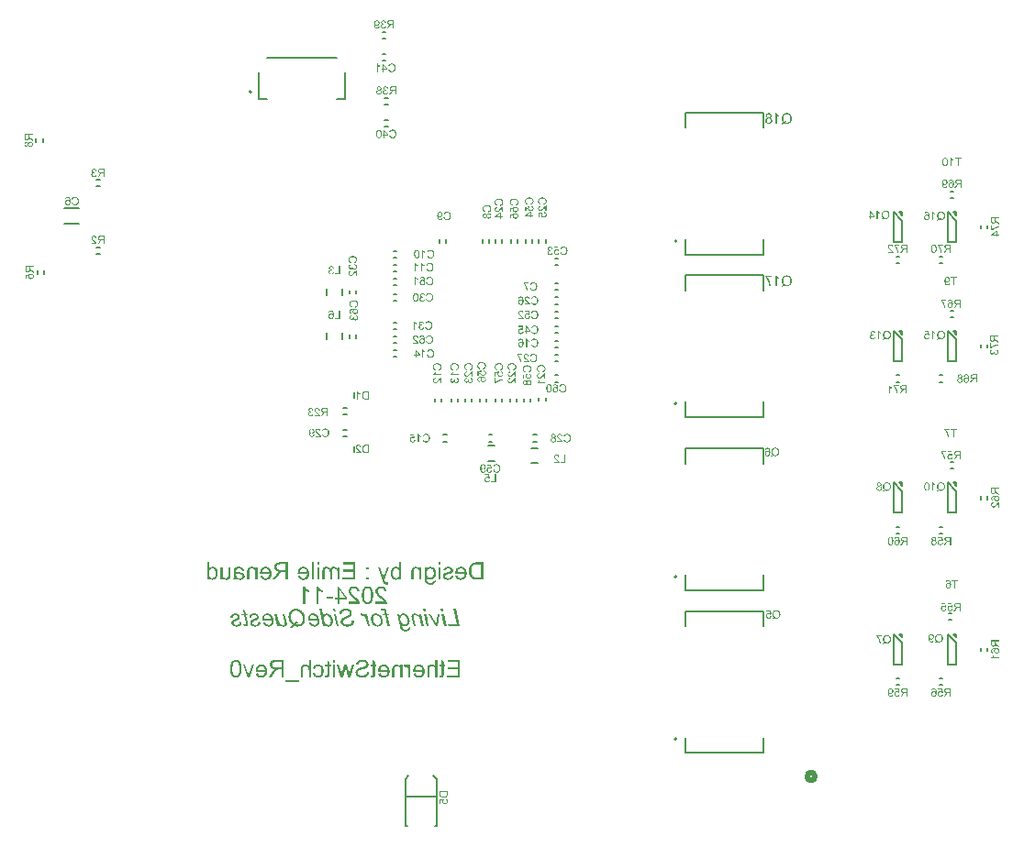
<source format=gbo>
G04*
G04 #@! TF.GenerationSoftware,Altium Limited,Altium Designer,23.4.1 (23)*
G04*
G04 Layer_Color=32896*
%FSLAX44Y44*%
%MOMM*%
G71*
G04*
G04 #@! TF.SameCoordinates,71779357-5CD3-41FB-92FB-A5B7E85101D3*
G04*
G04*
G04 #@! TF.FilePolarity,Positive*
G04*
G01*
G75*
%ADD10C,0.2000*%
%ADD11C,0.5080*%
%ADD12C,0.1524*%
%ADD14C,0.1270*%
%ADD196C,0.2032*%
G36*
X413469Y258148D02*
X413862Y258113D01*
X414232Y258055D01*
X414579Y257974D01*
X414902Y257882D01*
X415203Y257778D01*
X415468Y257674D01*
X415723Y257570D01*
X415942Y257454D01*
X416139Y257350D01*
X416301Y257246D01*
X416439Y257154D01*
X416543Y257084D01*
X416624Y257015D01*
X416670Y256980D01*
X416682Y256969D01*
X416925Y256738D01*
X417133Y256483D01*
X417329Y256218D01*
X417491Y255940D01*
X417641Y255651D01*
X417768Y255362D01*
X417872Y255085D01*
X417965Y254808D01*
X418034Y254554D01*
X418092Y254311D01*
X418138Y254091D01*
X418173Y253906D01*
X418207Y253756D01*
X418219Y253640D01*
Y253594D01*
X418231Y253560D01*
Y253548D01*
Y253536D01*
X416208Y253328D01*
X416197Y253606D01*
X416173Y253860D01*
X416127Y254103D01*
X416081Y254334D01*
X416012Y254542D01*
X415942Y254727D01*
X415861Y254912D01*
X415780Y255062D01*
X415711Y255201D01*
X415630Y255328D01*
X415561Y255432D01*
X415491Y255524D01*
X415445Y255582D01*
X415399Y255640D01*
X415376Y255663D01*
X415364Y255674D01*
X415203Y255825D01*
X415018Y255952D01*
X414833Y256067D01*
X414648Y256171D01*
X414451Y256252D01*
X414267Y256322D01*
X414082Y256380D01*
X413908Y256426D01*
X413735Y256460D01*
X413585Y256483D01*
X413446Y256507D01*
X413319Y256518D01*
X413226Y256530D01*
X413088D01*
X412845Y256518D01*
X412614Y256495D01*
X412394Y256460D01*
X412186Y256403D01*
X412001Y256345D01*
X411816Y256276D01*
X411655Y256206D01*
X411504Y256125D01*
X411377Y256056D01*
X411262Y255975D01*
X411158Y255906D01*
X411077Y255848D01*
X411007Y255790D01*
X410961Y255755D01*
X410938Y255732D01*
X410927Y255721D01*
X410776Y255571D01*
X410649Y255409D01*
X410534Y255247D01*
X410441Y255074D01*
X410360Y254912D01*
X410291Y254750D01*
X410233Y254588D01*
X410187Y254438D01*
X410152Y254299D01*
X410129Y254172D01*
X410106Y254056D01*
X410094Y253953D01*
X410083Y253872D01*
Y253814D01*
Y253768D01*
Y253756D01*
X410094Y253548D01*
X410117Y253340D01*
X410164Y253132D01*
X410222Y252924D01*
X410372Y252519D01*
X410464Y252334D01*
X410545Y252161D01*
X410626Y251999D01*
X410718Y251849D01*
X410788Y251722D01*
X410857Y251606D01*
X410927Y251525D01*
X410973Y251456D01*
X410996Y251410D01*
X411007Y251398D01*
X411192Y251156D01*
X411423Y250890D01*
X411666Y250624D01*
X411944Y250347D01*
X412221Y250058D01*
X412521Y249780D01*
X412810Y249503D01*
X413111Y249237D01*
X413388Y248983D01*
X413654Y248752D01*
X413885Y248532D01*
X414105Y248359D01*
X414278Y248209D01*
X414347Y248151D01*
X414405Y248093D01*
X414451Y248058D01*
X414486Y248024D01*
X414509Y248012D01*
X414521Y248001D01*
X414821Y247746D01*
X415110Y247504D01*
X415376Y247273D01*
X415630Y247053D01*
X415861Y246833D01*
X416069Y246637D01*
X416254Y246452D01*
X416428Y246279D01*
X416590Y246128D01*
X416717Y245990D01*
X416832Y245874D01*
X416925Y245770D01*
X416994Y245689D01*
X417040Y245632D01*
X417075Y245597D01*
X417086Y245585D01*
X417398Y245192D01*
X417664Y244811D01*
X417884Y244453D01*
X417988Y244291D01*
X418069Y244129D01*
X418138Y243990D01*
X418207Y243863D01*
X418265Y243748D01*
X418300Y243644D01*
X418335Y243563D01*
X418358Y243505D01*
X418381Y243470D01*
Y243459D01*
X418462Y243216D01*
X418520Y242973D01*
X418554Y242742D01*
X418577Y242546D01*
X418589Y242361D01*
X418600Y242292D01*
Y242222D01*
Y242176D01*
Y242141D01*
Y242118D01*
Y242107D01*
X408037D01*
Y243990D01*
X415873D01*
X415746Y244187D01*
X415607Y244383D01*
X415468Y244557D01*
X415341Y244718D01*
X415226Y244846D01*
X415133Y244950D01*
X415075Y245019D01*
X415052Y245042D01*
X414948Y245158D01*
X414810Y245285D01*
X414659Y245423D01*
X414486Y245585D01*
X414301Y245747D01*
X414116Y245920D01*
X413723Y246255D01*
X413538Y246417D01*
X413365Y246568D01*
X413215Y246706D01*
X413065Y246822D01*
X412949Y246926D01*
X412868Y246995D01*
X412810Y247053D01*
X412787Y247064D01*
X412406Y247388D01*
X412048Y247700D01*
X411724Y247989D01*
X411423Y248255D01*
X411146Y248509D01*
X410903Y248740D01*
X410672Y248948D01*
X410476Y249133D01*
X410303Y249307D01*
X410164Y249457D01*
X410037Y249584D01*
X409933Y249688D01*
X409852Y249769D01*
X409805Y249827D01*
X409771Y249861D01*
X409759Y249873D01*
X409598Y250069D01*
X409436Y250254D01*
X409297Y250439D01*
X409170Y250613D01*
X408939Y250948D01*
X408846Y251098D01*
X408765Y251237D01*
X408685Y251364D01*
X408627Y251479D01*
X408569Y251583D01*
X408534Y251664D01*
X408500Y251734D01*
X408476Y251780D01*
X408453Y251814D01*
Y251826D01*
X408326Y252173D01*
X408222Y252508D01*
X408153Y252831D01*
X408107Y253120D01*
X408095Y253248D01*
X408083Y253363D01*
X408072Y253456D01*
X408060Y253548D01*
Y253617D01*
Y253664D01*
Y253698D01*
Y253710D01*
X408072Y254056D01*
X408118Y254392D01*
X408187Y254704D01*
X408268Y255004D01*
X408372Y255282D01*
X408488Y255547D01*
X408615Y255790D01*
X408731Y256010D01*
X408858Y256206D01*
X408985Y256380D01*
X409100Y256530D01*
X409204Y256645D01*
X409285Y256749D01*
X409355Y256819D01*
X409401Y256865D01*
X409413Y256876D01*
X409678Y257108D01*
X409956Y257304D01*
X410245Y257466D01*
X410545Y257616D01*
X410846Y257743D01*
X411158Y257847D01*
X411447Y257928D01*
X411735Y257997D01*
X412001Y258055D01*
X412256Y258090D01*
X412475Y258125D01*
X412672Y258136D01*
X412833Y258148D01*
X412949Y258159D01*
X413053D01*
X413469Y258148D01*
D02*
G37*
G36*
X388621D02*
X389015Y258113D01*
X389384Y258055D01*
X389731Y257974D01*
X390055Y257882D01*
X390355Y257778D01*
X390621Y257674D01*
X390875Y257570D01*
X391095Y257454D01*
X391291Y257350D01*
X391453Y257246D01*
X391592Y257154D01*
X391696Y257084D01*
X391777Y257015D01*
X391823Y256980D01*
X391834Y256969D01*
X392077Y256738D01*
X392285Y256483D01*
X392482Y256218D01*
X392643Y255940D01*
X392794Y255651D01*
X392921Y255362D01*
X393025Y255085D01*
X393117Y254808D01*
X393186Y254554D01*
X393244Y254311D01*
X393291Y254091D01*
X393325Y253906D01*
X393360Y253756D01*
X393372Y253640D01*
Y253594D01*
X393383Y253560D01*
Y253548D01*
Y253536D01*
X391361Y253328D01*
X391349Y253606D01*
X391326Y253860D01*
X391280Y254103D01*
X391233Y254334D01*
X391164Y254542D01*
X391095Y254727D01*
X391014Y254912D01*
X390933Y255062D01*
X390864Y255201D01*
X390783Y255328D01*
X390713Y255432D01*
X390644Y255524D01*
X390598Y255582D01*
X390551Y255640D01*
X390528Y255663D01*
X390517Y255674D01*
X390355Y255825D01*
X390170Y255952D01*
X389985Y256067D01*
X389800Y256171D01*
X389604Y256252D01*
X389419Y256322D01*
X389234Y256380D01*
X389061Y256426D01*
X388887Y256460D01*
X388737Y256483D01*
X388598Y256507D01*
X388471Y256518D01*
X388379Y256530D01*
X388240D01*
X387997Y256518D01*
X387766Y256495D01*
X387547Y256460D01*
X387339Y256403D01*
X387154Y256345D01*
X386969Y256276D01*
X386807Y256206D01*
X386657Y256125D01*
X386530Y256056D01*
X386414Y255975D01*
X386310Y255906D01*
X386229Y255848D01*
X386160Y255790D01*
X386114Y255755D01*
X386091Y255732D01*
X386079Y255721D01*
X385929Y255571D01*
X385802Y255409D01*
X385686Y255247D01*
X385594Y255074D01*
X385513Y254912D01*
X385443Y254750D01*
X385386Y254588D01*
X385339Y254438D01*
X385305Y254299D01*
X385282Y254172D01*
X385258Y254056D01*
X385247Y253953D01*
X385235Y253872D01*
Y253814D01*
Y253768D01*
Y253756D01*
X385247Y253548D01*
X385270Y253340D01*
X385316Y253132D01*
X385374Y252924D01*
X385524Y252519D01*
X385617Y252334D01*
X385698Y252161D01*
X385779Y251999D01*
X385871Y251849D01*
X385940Y251722D01*
X386010Y251606D01*
X386079Y251525D01*
X386125Y251456D01*
X386148Y251410D01*
X386160Y251398D01*
X386345Y251156D01*
X386576Y250890D01*
X386819Y250624D01*
X387096Y250347D01*
X387373Y250058D01*
X387674Y249780D01*
X387963Y249503D01*
X388263Y249237D01*
X388541Y248983D01*
X388806Y248752D01*
X389038Y248532D01*
X389257Y248359D01*
X389431Y248209D01*
X389500Y248151D01*
X389558Y248093D01*
X389604Y248058D01*
X389638Y248024D01*
X389662Y248012D01*
X389673Y248001D01*
X389974Y247746D01*
X390263Y247504D01*
X390528Y247273D01*
X390783Y247053D01*
X391014Y246833D01*
X391222Y246637D01*
X391407Y246452D01*
X391580Y246279D01*
X391742Y246128D01*
X391869Y245990D01*
X391985Y245874D01*
X392077Y245770D01*
X392146Y245689D01*
X392193Y245632D01*
X392227Y245597D01*
X392239Y245585D01*
X392551Y245192D01*
X392817Y244811D01*
X393036Y244453D01*
X393140Y244291D01*
X393221Y244129D01*
X393291Y243990D01*
X393360Y243863D01*
X393418Y243748D01*
X393452Y243644D01*
X393487Y243563D01*
X393510Y243505D01*
X393533Y243470D01*
Y243459D01*
X393614Y243216D01*
X393672Y242973D01*
X393707Y242742D01*
X393730Y242546D01*
X393741Y242361D01*
X393753Y242292D01*
Y242222D01*
Y242176D01*
Y242141D01*
Y242118D01*
Y242107D01*
X383190D01*
Y243990D01*
X391025D01*
X390898Y244187D01*
X390760Y244383D01*
X390621Y244557D01*
X390494Y244718D01*
X390378Y244846D01*
X390286Y244950D01*
X390228Y245019D01*
X390205Y245042D01*
X390101Y245158D01*
X389962Y245285D01*
X389812Y245423D01*
X389638Y245585D01*
X389454Y245747D01*
X389269Y245920D01*
X388876Y246255D01*
X388691Y246417D01*
X388517Y246568D01*
X388367Y246706D01*
X388217Y246822D01*
X388102Y246926D01*
X388021Y246995D01*
X387963Y247053D01*
X387940Y247064D01*
X387558Y247388D01*
X387200Y247700D01*
X386876Y247989D01*
X386576Y248255D01*
X386299Y248509D01*
X386056Y248740D01*
X385825Y248948D01*
X385628Y249133D01*
X385455Y249307D01*
X385316Y249457D01*
X385189Y249584D01*
X385085Y249688D01*
X385004Y249769D01*
X384958Y249827D01*
X384923Y249861D01*
X384912Y249873D01*
X384750Y250069D01*
X384588Y250254D01*
X384449Y250439D01*
X384322Y250613D01*
X384091Y250948D01*
X383999Y251098D01*
X383918Y251237D01*
X383837Y251364D01*
X383779Y251479D01*
X383721Y251583D01*
X383687Y251664D01*
X383652Y251734D01*
X383629Y251780D01*
X383606Y251814D01*
Y251826D01*
X383479Y252173D01*
X383375Y252508D01*
X383305Y252831D01*
X383259Y253120D01*
X383247Y253248D01*
X383236Y253363D01*
X383224Y253456D01*
X383213Y253548D01*
Y253617D01*
Y253664D01*
Y253698D01*
Y253710D01*
X383224Y254056D01*
X383271Y254392D01*
X383340Y254704D01*
X383421Y255004D01*
X383525Y255282D01*
X383641Y255547D01*
X383768Y255790D01*
X383883Y256010D01*
X384010Y256206D01*
X384137Y256380D01*
X384253Y256530D01*
X384357Y256645D01*
X384438Y256749D01*
X384507Y256819D01*
X384553Y256865D01*
X384565Y256876D01*
X384831Y257108D01*
X385108Y257304D01*
X385397Y257466D01*
X385698Y257616D01*
X385998Y257743D01*
X386310Y257847D01*
X386599Y257928D01*
X386888Y257997D01*
X387154Y258055D01*
X387408Y258090D01*
X387628Y258125D01*
X387824Y258136D01*
X387986Y258148D01*
X388102Y258159D01*
X388205D01*
X388621Y258148D01*
D02*
G37*
G36*
X355199Y257963D02*
X355314Y257766D01*
X355580Y257385D01*
X355869Y257027D01*
X356019Y256853D01*
X356158Y256691D01*
X356297Y256553D01*
X356424Y256414D01*
X356539Y256299D01*
X356643Y256195D01*
X356724Y256114D01*
X356782Y256056D01*
X356828Y256021D01*
X356840Y256010D01*
X357314Y255617D01*
X357811Y255258D01*
X358296Y254935D01*
X358527Y254796D01*
X358747Y254657D01*
X358943Y254542D01*
X359128Y254438D01*
X359301Y254345D01*
X359440Y254276D01*
X359556Y254218D01*
X359648Y254172D01*
X359694Y254149D01*
X359717Y254137D01*
Y252242D01*
X359371Y252381D01*
X359012Y252542D01*
X358666Y252704D01*
X358342Y252866D01*
X358204Y252947D01*
X358065Y253016D01*
X357949Y253086D01*
X357857Y253144D01*
X357776Y253178D01*
X357706Y253213D01*
X357672Y253236D01*
X357660Y253248D01*
X357244Y253502D01*
X357059Y253629D01*
X356874Y253745D01*
X356713Y253872D01*
X356562Y253976D01*
X356424Y254091D01*
X356285Y254184D01*
X356181Y254276D01*
X356077Y254357D01*
X355985Y254438D01*
X355915Y254496D01*
X355857Y254542D01*
X355823Y254577D01*
X355800Y254600D01*
X355788Y254611D01*
Y242107D01*
X353823D01*
Y258159D01*
X355095D01*
X355199Y257963D01*
D02*
G37*
G36*
X342775D02*
X342891Y257766D01*
X343156Y257385D01*
X343445Y257027D01*
X343596Y256853D01*
X343734Y256691D01*
X343873Y256553D01*
X344000Y256414D01*
X344115Y256299D01*
X344220Y256195D01*
X344300Y256114D01*
X344358Y256056D01*
X344404Y256021D01*
X344416Y256010D01*
X344890Y255617D01*
X345387Y255258D01*
X345872Y254935D01*
X346103Y254796D01*
X346323Y254657D01*
X346519Y254542D01*
X346704Y254438D01*
X346878Y254345D01*
X347016Y254276D01*
X347132Y254218D01*
X347224Y254172D01*
X347271Y254149D01*
X347294Y254137D01*
Y252242D01*
X346947Y252381D01*
X346589Y252542D01*
X346242Y252704D01*
X345918Y252866D01*
X345780Y252947D01*
X345641Y253016D01*
X345526Y253086D01*
X345433Y253144D01*
X345352Y253178D01*
X345283Y253213D01*
X345248Y253236D01*
X345237Y253248D01*
X344821Y253502D01*
X344636Y253629D01*
X344451Y253745D01*
X344289Y253872D01*
X344139Y253976D01*
X344000Y254091D01*
X343861Y254184D01*
X343757Y254276D01*
X343653Y254357D01*
X343561Y254438D01*
X343491Y254496D01*
X343434Y254542D01*
X343399Y254577D01*
X343376Y254600D01*
X343364Y254611D01*
Y242107D01*
X341400D01*
Y258159D01*
X342671D01*
X342775Y257963D01*
D02*
G37*
G36*
X368894Y246903D02*
X362838D01*
Y248879D01*
X368894D01*
Y246903D01*
D02*
G37*
G36*
X381722Y247735D02*
Y245932D01*
X374788D01*
Y242107D01*
X372823D01*
Y245932D01*
X370662D01*
Y247735D01*
X372823D01*
Y258102D01*
X374430D01*
X381722Y247735D01*
D02*
G37*
G36*
X401045Y258148D02*
X401346Y258125D01*
X401635Y258078D01*
X401912Y258009D01*
X402166Y257940D01*
X402409Y257859D01*
X402629Y257778D01*
X402825Y257697D01*
X403010Y257605D01*
X403160Y257524D01*
X403299Y257443D01*
X403414Y257373D01*
X403507Y257316D01*
X403565Y257269D01*
X403611Y257235D01*
X403623Y257223D01*
X403830Y257038D01*
X404027Y256842D01*
X404212Y256634D01*
X404385Y256414D01*
X404535Y256195D01*
X404674Y255963D01*
X404813Y255744D01*
X404917Y255536D01*
X405021Y255339D01*
X405113Y255154D01*
X405183Y254981D01*
X405252Y254842D01*
X405298Y254715D01*
X405333Y254634D01*
X405345Y254577D01*
X405356Y254554D01*
X405460Y254218D01*
X405541Y253860D01*
X405622Y253490D01*
X405691Y253109D01*
X405795Y252346D01*
X405830Y251976D01*
X405865Y251618D01*
X405888Y251283D01*
X405899Y250971D01*
X405911Y250693D01*
X405922Y250462D01*
Y250358D01*
X405934Y250266D01*
Y250185D01*
Y250116D01*
Y250058D01*
Y250023D01*
Y250000D01*
Y249988D01*
Y249572D01*
X405911Y249168D01*
X405899Y248787D01*
X405865Y248417D01*
X405830Y248058D01*
X405784Y247712D01*
X405737Y247388D01*
X405691Y247076D01*
X405633Y246764D01*
X405564Y246487D01*
X405506Y246209D01*
X405437Y245955D01*
X405368Y245701D01*
X405298Y245470D01*
X405217Y245250D01*
X405148Y245042D01*
X405079Y244857D01*
X404998Y244672D01*
X404929Y244510D01*
X404859Y244349D01*
X404790Y244210D01*
X404732Y244083D01*
X404663Y243967D01*
X404605Y243863D01*
X404559Y243771D01*
X404512Y243701D01*
X404466Y243632D01*
X404431Y243574D01*
X404397Y243540D01*
X404374Y243505D01*
X404362Y243493D01*
Y243482D01*
X404108Y243193D01*
X403830Y242939D01*
X403542Y242719D01*
X403241Y242534D01*
X402929Y242372D01*
X402629Y242245D01*
X402340Y242130D01*
X402051Y242049D01*
X401773Y241979D01*
X401531Y241933D01*
X401300Y241887D01*
X401103Y241864D01*
X400941Y241852D01*
X400826Y241841D01*
X400722D01*
X400398Y241852D01*
X400098Y241887D01*
X399809Y241933D01*
X399531Y241991D01*
X399277Y242060D01*
X399046Y242141D01*
X398826Y242222D01*
X398618Y242315D01*
X398445Y242395D01*
X398283Y242476D01*
X398156Y242557D01*
X398041Y242627D01*
X397948Y242696D01*
X397890Y242742D01*
X397844Y242765D01*
X397832Y242777D01*
X397624Y242962D01*
X397428Y243158D01*
X397243Y243366D01*
X397070Y243586D01*
X396920Y243817D01*
X396781Y244037D01*
X396642Y244256D01*
X396526Y244464D01*
X396434Y244661D01*
X396342Y244846D01*
X396272Y245019D01*
X396203Y245158D01*
X396157Y245285D01*
X396122Y245366D01*
X396110Y245423D01*
X396099Y245446D01*
X395995Y245782D01*
X395902Y246140D01*
X395821Y246510D01*
X395752Y246891D01*
X395648Y247642D01*
X395614Y248012D01*
X395579Y248370D01*
X395556Y248706D01*
X395544Y249006D01*
X395533Y249284D01*
X395521Y249526D01*
Y249630D01*
X395509Y249723D01*
Y249804D01*
Y249861D01*
Y249919D01*
Y249954D01*
Y249977D01*
Y249988D01*
Y250428D01*
X395521Y250832D01*
X395544Y251225D01*
X395567Y251583D01*
X395590Y251919D01*
X395625Y252230D01*
X395660Y252519D01*
X395694Y252774D01*
X395729Y253005D01*
X395764Y253201D01*
X395798Y253375D01*
X395821Y253513D01*
X395845Y253629D01*
X395868Y253698D01*
X395879Y253756D01*
Y253768D01*
X395949Y254022D01*
X396030Y254276D01*
X396099Y254507D01*
X396180Y254727D01*
X396272Y254935D01*
X396353Y255131D01*
X396434Y255316D01*
X396515Y255478D01*
X396584Y255628D01*
X396654Y255755D01*
X396711Y255871D01*
X396769Y255963D01*
X396815Y256033D01*
X396850Y256091D01*
X396862Y256125D01*
X396873Y256137D01*
X397116Y256483D01*
X397382Y256784D01*
X397648Y257050D01*
X397902Y257258D01*
X398017Y257350D01*
X398133Y257420D01*
X398225Y257489D01*
X398306Y257547D01*
X398376Y257581D01*
X398422Y257616D01*
X398456Y257639D01*
X398468D01*
X398653Y257732D01*
X398838Y257812D01*
X399231Y257940D01*
X399612Y258032D01*
X399959Y258090D01*
X400121Y258113D01*
X400259Y258136D01*
X400398Y258148D01*
X400502D01*
X400595Y258159D01*
X400722D01*
X401045Y258148D01*
D02*
G37*
G36*
X370801Y187824D02*
X368836D01*
Y190078D01*
X370801D01*
Y187824D01*
D02*
G37*
G36*
X465187Y174083D02*
X463222D01*
Y180416D01*
Y180670D01*
X463210Y180901D01*
X463187Y181121D01*
X463176Y181329D01*
X463141Y181514D01*
X463118Y181687D01*
X463095Y181849D01*
X463060Y181999D01*
X463026Y182127D01*
X463002Y182242D01*
X462968Y182334D01*
X462945Y182415D01*
X462933Y182473D01*
X462910Y182519D01*
X462898Y182542D01*
Y182554D01*
X462760Y182831D01*
X462586Y183074D01*
X462413Y183282D01*
X462228Y183456D01*
X462066Y183594D01*
X461939Y183698D01*
X461881Y183733D01*
X461847Y183756D01*
X461824Y183779D01*
X461812D01*
X461523Y183929D01*
X461223Y184045D01*
X460945Y184126D01*
X460691Y184184D01*
X460575Y184207D01*
X460483Y184218D01*
X460391Y184230D01*
X460310D01*
X460240Y184241D01*
X460159D01*
X459951Y184230D01*
X459743Y184207D01*
X459558Y184184D01*
X459385Y184137D01*
X459223Y184080D01*
X459073Y184022D01*
X458946Y183964D01*
X458819Y183906D01*
X458715Y183837D01*
X458622Y183779D01*
X458541Y183721D01*
X458472Y183664D01*
X458426Y183617D01*
X458391Y183594D01*
X458368Y183571D01*
X458357Y183560D01*
X458241Y183421D01*
X458137Y183271D01*
X458056Y183109D01*
X457987Y182947D01*
X457871Y182589D01*
X457790Y182242D01*
X457767Y182080D01*
X457744Y181919D01*
X457732Y181780D01*
X457721Y181664D01*
X457709Y181560D01*
Y181491D01*
Y181433D01*
Y181422D01*
Y174083D01*
X455745D01*
Y181422D01*
Y181733D01*
X455768Y182022D01*
X455779Y182288D01*
X455814Y182542D01*
X455837Y182774D01*
X455872Y182993D01*
X455918Y183178D01*
X455953Y183351D01*
X455987Y183502D01*
X456034Y183640D01*
X456068Y183756D01*
X456091Y183848D01*
X456126Y183918D01*
X456138Y183964D01*
X456161Y183999D01*
Y184010D01*
X456241Y184172D01*
X456334Y184334D01*
X456542Y184611D01*
X456773Y184854D01*
X456993Y185050D01*
X457201Y185212D01*
X457293Y185270D01*
X457363Y185328D01*
X457432Y185362D01*
X457478Y185397D01*
X457513Y185420D01*
X457524D01*
X457709Y185513D01*
X457894Y185594D01*
X458276Y185709D01*
X458645Y185802D01*
X458992Y185871D01*
X459154Y185882D01*
X459304Y185906D01*
X459431Y185917D01*
X459535D01*
X459628Y185929D01*
X459755D01*
X460136Y185906D01*
X460506Y185859D01*
X460853Y185779D01*
X461176Y185674D01*
X461488Y185559D01*
X461766Y185420D01*
X462032Y185282D01*
X462274Y185131D01*
X462482Y184981D01*
X462679Y184842D01*
X462841Y184704D01*
X462979Y184588D01*
X463083Y184484D01*
X463164Y184403D01*
X463210Y184357D01*
X463222Y184334D01*
Y190078D01*
X465187D01*
Y174083D01*
D02*
G37*
G36*
X348473D02*
X346508D01*
Y180416D01*
Y180670D01*
X346496Y180901D01*
X346473Y181121D01*
X346462Y181329D01*
X346427Y181514D01*
X346404Y181687D01*
X346381Y181849D01*
X346346Y181999D01*
X346311Y182127D01*
X346288Y182242D01*
X346254Y182334D01*
X346230Y182415D01*
X346219Y182473D01*
X346196Y182519D01*
X346184Y182542D01*
Y182554D01*
X346045Y182831D01*
X345872Y183074D01*
X345699Y183282D01*
X345514Y183456D01*
X345352Y183594D01*
X345225Y183698D01*
X345167Y183733D01*
X345132Y183756D01*
X345109Y183779D01*
X345098D01*
X344809Y183929D01*
X344509Y184045D01*
X344231Y184126D01*
X343977Y184184D01*
X343861Y184207D01*
X343769Y184218D01*
X343676Y184230D01*
X343596D01*
X343526Y184241D01*
X343445D01*
X343237Y184230D01*
X343029Y184207D01*
X342844Y184184D01*
X342671Y184137D01*
X342509Y184080D01*
X342359Y184022D01*
X342232Y183964D01*
X342105Y183906D01*
X342001Y183837D01*
X341908Y183779D01*
X341827Y183721D01*
X341758Y183664D01*
X341712Y183617D01*
X341677Y183594D01*
X341654Y183571D01*
X341642Y183560D01*
X341527Y183421D01*
X341423Y183271D01*
X341342Y183109D01*
X341273Y182947D01*
X341157Y182589D01*
X341076Y182242D01*
X341053Y182080D01*
X341030Y181919D01*
X341018Y181780D01*
X341007Y181664D01*
X340995Y181560D01*
Y181491D01*
Y181433D01*
Y181422D01*
Y174083D01*
X339030D01*
Y181422D01*
Y181733D01*
X339054Y182022D01*
X339065Y182288D01*
X339100Y182542D01*
X339123Y182774D01*
X339158Y182993D01*
X339204Y183178D01*
X339239Y183351D01*
X339273Y183502D01*
X339319Y183640D01*
X339354Y183756D01*
X339377Y183848D01*
X339412Y183918D01*
X339423Y183964D01*
X339446Y183999D01*
Y184010D01*
X339527Y184172D01*
X339620Y184334D01*
X339828Y184611D01*
X340059Y184854D01*
X340279Y185050D01*
X340487Y185212D01*
X340579Y185270D01*
X340648Y185328D01*
X340718Y185362D01*
X340764Y185397D01*
X340799Y185420D01*
X340810D01*
X340995Y185513D01*
X341180Y185594D01*
X341561Y185709D01*
X341931Y185802D01*
X342278Y185871D01*
X342440Y185882D01*
X342590Y185906D01*
X342717Y185917D01*
X342821D01*
X342914Y185929D01*
X343041D01*
X343422Y185906D01*
X343792Y185859D01*
X344139Y185779D01*
X344462Y185674D01*
X344774Y185559D01*
X345052Y185420D01*
X345317Y185282D01*
X345560Y185131D01*
X345768Y184981D01*
X345965Y184842D01*
X346126Y184704D01*
X346265Y184588D01*
X346369Y184484D01*
X346450Y184403D01*
X346496Y184357D01*
X346508Y184334D01*
Y190078D01*
X348473D01*
Y174083D01*
D02*
G37*
G36*
X384819D02*
X382785D01*
X380416Y182993D01*
X379954Y181017D01*
X378116Y174083D01*
X376082D01*
X372453Y185674D01*
X374360D01*
X376359Y178960D01*
X377018Y176729D01*
X377585Y178948D01*
X379330Y185674D01*
X381341D01*
X383190Y178879D01*
X383236Y178682D01*
X383294Y178486D01*
X383375Y178139D01*
X383456Y177839D01*
X383525Y177573D01*
X383583Y177342D01*
X383629Y177157D01*
X383675Y176995D01*
X383710Y176856D01*
X383733Y176752D01*
X383756Y176660D01*
X383779Y176602D01*
X383791Y176556D01*
Y176521D01*
X383802Y176498D01*
Y176487D01*
X384473Y178971D01*
X386322Y185674D01*
X388356D01*
X384819Y174083D01*
D02*
G37*
G36*
X291855D02*
X290017D01*
X285625Y185674D01*
X287648D01*
X290225Y178602D01*
X290387Y178139D01*
X290468Y177920D01*
X290537Y177712D01*
X290595Y177515D01*
X290653Y177330D01*
X290711Y177169D01*
X290757Y177018D01*
X290803Y176880D01*
X290849Y176752D01*
X290872Y176649D01*
X290907Y176556D01*
X290930Y176487D01*
X290942Y176440D01*
X290953Y176406D01*
Y176394D01*
X291080Y176845D01*
X291208Y177272D01*
X291335Y177666D01*
X291392Y177850D01*
X291450Y178012D01*
X291497Y178174D01*
X291543Y178313D01*
X291589Y178428D01*
X291624Y178532D01*
X291658Y178613D01*
X291670Y178682D01*
X291693Y178717D01*
Y178729D01*
X294178Y185674D01*
X296246D01*
X291855Y174083D01*
D02*
G37*
G36*
X471023Y188541D02*
Y185674D01*
X472479D01*
Y184149D01*
X471023D01*
Y177469D01*
Y177157D01*
X471011Y176856D01*
X471000Y176602D01*
X470988Y176360D01*
X470965Y176152D01*
X470954Y175955D01*
X470930Y175793D01*
X470907Y175643D01*
X470884Y175516D01*
X470861Y175412D01*
X470850Y175331D01*
X470826Y175262D01*
X470815Y175204D01*
X470803Y175169D01*
X470792Y175158D01*
Y175146D01*
X470688Y174950D01*
X470561Y174776D01*
X470422Y174626D01*
X470283Y174499D01*
X470156Y174406D01*
X470052Y174326D01*
X469983Y174279D01*
X469971Y174268D01*
X469960D01*
X469717Y174152D01*
X469451Y174071D01*
X469174Y174014D01*
X468908Y173979D01*
X468677Y173956D01*
X468573Y173944D01*
X468480Y173933D01*
X468307D01*
X468053Y173944D01*
X467799Y173956D01*
X467544Y173990D01*
X467313Y174025D01*
X467117Y174048D01*
X467024Y174071D01*
X466955Y174083D01*
X466897Y174094D01*
X466851D01*
X466828Y174106D01*
X466816D01*
X467105Y175840D01*
X467290Y175816D01*
X467463Y175805D01*
X467614Y175782D01*
X467729D01*
X467833Y175770D01*
X467960D01*
X468111Y175782D01*
X468249Y175793D01*
X468365Y175816D01*
X468457Y175840D01*
X468538Y175863D01*
X468584Y175886D01*
X468619Y175909D01*
X468631D01*
X468712Y175967D01*
X468781Y176024D01*
X468885Y176152D01*
X468920Y176209D01*
X468943Y176255D01*
X468966Y176279D01*
Y176290D01*
X468977Y176348D01*
X469001Y176406D01*
X469024Y176556D01*
X469035Y176741D01*
X469047Y176914D01*
X469058Y177088D01*
Y177226D01*
Y177284D01*
Y177330D01*
Y177353D01*
Y177365D01*
Y184149D01*
X467105D01*
Y185674D01*
X469058D01*
Y189719D01*
X471023Y188541D01*
D02*
G37*
G36*
X407679D02*
Y185674D01*
X409135D01*
Y184149D01*
X407679D01*
Y177469D01*
Y177157D01*
X407668Y176856D01*
X407656Y176602D01*
X407644Y176360D01*
X407621Y176152D01*
X407610Y175955D01*
X407587Y175793D01*
X407563Y175643D01*
X407540Y175516D01*
X407517Y175412D01*
X407506Y175331D01*
X407482Y175262D01*
X407471Y175204D01*
X407459Y175169D01*
X407448Y175158D01*
Y175146D01*
X407344Y174950D01*
X407217Y174776D01*
X407078Y174626D01*
X406939Y174499D01*
X406812Y174406D01*
X406708Y174326D01*
X406639Y174279D01*
X406627Y174268D01*
X406616D01*
X406373Y174152D01*
X406107Y174071D01*
X405830Y174014D01*
X405564Y173979D01*
X405333Y173956D01*
X405229Y173944D01*
X405136Y173933D01*
X404963D01*
X404709Y173944D01*
X404455Y173956D01*
X404200Y173990D01*
X403969Y174025D01*
X403773Y174048D01*
X403680Y174071D01*
X403611Y174083D01*
X403553Y174094D01*
X403507D01*
X403484Y174106D01*
X403472D01*
X403761Y175840D01*
X403946Y175816D01*
X404119Y175805D01*
X404270Y175782D01*
X404385D01*
X404489Y175770D01*
X404616D01*
X404767Y175782D01*
X404905Y175793D01*
X405021Y175816D01*
X405113Y175840D01*
X405194Y175863D01*
X405241Y175886D01*
X405275Y175909D01*
X405287D01*
X405368Y175967D01*
X405437Y176024D01*
X405541Y176152D01*
X405576Y176209D01*
X405599Y176255D01*
X405622Y176279D01*
Y176290D01*
X405633Y176348D01*
X405657Y176406D01*
X405680Y176556D01*
X405691Y176741D01*
X405703Y176914D01*
X405714Y177088D01*
Y177226D01*
Y177284D01*
Y177330D01*
Y177353D01*
Y177365D01*
Y184149D01*
X403761D01*
Y185674D01*
X405714D01*
Y189719D01*
X407679Y188541D01*
D02*
G37*
G36*
X365484D02*
Y185674D01*
X366941D01*
Y184149D01*
X365484D01*
Y177469D01*
Y177157D01*
X365473Y176856D01*
X365461Y176602D01*
X365450Y176360D01*
X365427Y176152D01*
X365415Y175955D01*
X365392Y175793D01*
X365369Y175643D01*
X365346Y175516D01*
X365323Y175412D01*
X365311Y175331D01*
X365288Y175262D01*
X365276Y175204D01*
X365265Y175169D01*
X365253Y175158D01*
Y175146D01*
X365149Y174950D01*
X365022Y174776D01*
X364883Y174626D01*
X364745Y174499D01*
X364618Y174406D01*
X364514Y174326D01*
X364444Y174279D01*
X364433Y174268D01*
X364421D01*
X364179Y174152D01*
X363913Y174071D01*
X363635Y174014D01*
X363369Y173979D01*
X363138Y173956D01*
X363034Y173944D01*
X362942Y173933D01*
X362769D01*
X362514Y173944D01*
X362260Y173956D01*
X362006Y173990D01*
X361775Y174025D01*
X361578Y174048D01*
X361486Y174071D01*
X361416Y174083D01*
X361359Y174094D01*
X361312D01*
X361289Y174106D01*
X361278D01*
X361567Y175840D01*
X361752Y175816D01*
X361925Y175805D01*
X362075Y175782D01*
X362191D01*
X362295Y175770D01*
X362422D01*
X362572Y175782D01*
X362711Y175793D01*
X362826Y175816D01*
X362919Y175840D01*
X363000Y175863D01*
X363046Y175886D01*
X363081Y175909D01*
X363092D01*
X363173Y175967D01*
X363242Y176024D01*
X363346Y176152D01*
X363381Y176209D01*
X363404Y176255D01*
X363427Y176279D01*
Y176290D01*
X363439Y176348D01*
X363462Y176406D01*
X363485Y176556D01*
X363497Y176741D01*
X363508Y176914D01*
X363520Y177088D01*
Y177226D01*
Y177284D01*
Y177330D01*
Y177353D01*
Y177365D01*
Y184149D01*
X361567D01*
Y185674D01*
X363520D01*
Y189719D01*
X365484Y188541D01*
D02*
G37*
G36*
X448441Y185906D02*
X448857Y185859D01*
X449249Y185779D01*
X449631Y185674D01*
X449978Y185559D01*
X450290Y185420D01*
X450590Y185270D01*
X450856Y185120D01*
X451099Y184970D01*
X451307Y184819D01*
X451480Y184692D01*
X451630Y184565D01*
X451757Y184461D01*
X451838Y184380D01*
X451884Y184334D01*
X451908Y184311D01*
X452174Y183999D01*
X452405Y183652D01*
X452601Y183294D01*
X452774Y182924D01*
X452925Y182542D01*
X453040Y182161D01*
X453144Y181791D01*
X453225Y181445D01*
X453283Y181098D01*
X453329Y180786D01*
X453364Y180508D01*
X453387Y180266D01*
X453399Y180150D01*
Y180058D01*
Y179977D01*
X453410Y179907D01*
Y179850D01*
Y179815D01*
Y179792D01*
Y179780D01*
X453399Y179260D01*
X453341Y178775D01*
X453271Y178324D01*
X453179Y177897D01*
X453063Y177504D01*
X452936Y177145D01*
X452809Y176822D01*
X452670Y176521D01*
X452532Y176255D01*
X452393Y176036D01*
X452277Y175840D01*
X452162Y175678D01*
X452070Y175551D01*
X451989Y175458D01*
X451942Y175412D01*
X451931Y175389D01*
X451642Y175111D01*
X451330Y174869D01*
X451006Y174661D01*
X450671Y174487D01*
X450336Y174337D01*
X450001Y174210D01*
X449666Y174106D01*
X449354Y174025D01*
X449053Y173956D01*
X448776Y173909D01*
X448533Y173875D01*
X448313Y173852D01*
X448140Y173840D01*
X448071D01*
X448013Y173829D01*
X447897D01*
X447528Y173840D01*
X447169Y173875D01*
X446834Y173921D01*
X446522Y173979D01*
X446233Y174060D01*
X445956Y174141D01*
X445713Y174233D01*
X445482Y174326D01*
X445274Y174406D01*
X445101Y174499D01*
X444939Y174580D01*
X444812Y174661D01*
X444708Y174718D01*
X444638Y174765D01*
X444592Y174799D01*
X444580Y174811D01*
X444349Y175007D01*
X444130Y175215D01*
X443933Y175435D01*
X443760Y175655D01*
X443598Y175886D01*
X443448Y176117D01*
X443321Y176348D01*
X443205Y176556D01*
X443101Y176764D01*
X443020Y176961D01*
X442951Y177134D01*
X442893Y177284D01*
X442859Y177400D01*
X442824Y177492D01*
X442801Y177550D01*
Y177573D01*
X444823Y177839D01*
X444916Y177608D01*
X445008Y177400D01*
X445101Y177203D01*
X445205Y177018D01*
X445309Y176856D01*
X445401Y176706D01*
X445505Y176579D01*
X445597Y176452D01*
X445690Y176348D01*
X445771Y176255D01*
X445840Y176186D01*
X445910Y176117D01*
X445967Y176071D01*
X446002Y176036D01*
X446025Y176024D01*
X446037Y176013D01*
X446187Y175909D01*
X446337Y175828D01*
X446487Y175747D01*
X446649Y175689D01*
X446961Y175585D01*
X447250Y175516D01*
X447377Y175493D01*
X447504Y175481D01*
X447608Y175470D01*
X447701Y175458D01*
X447782Y175446D01*
X447886D01*
X448152Y175458D01*
X448406Y175493D01*
X448649Y175539D01*
X448880Y175608D01*
X449099Y175678D01*
X449296Y175770D01*
X449481Y175851D01*
X449642Y175955D01*
X449793Y176047D01*
X449931Y176140D01*
X450047Y176221D01*
X450139Y176290D01*
X450209Y176360D01*
X450267Y176406D01*
X450301Y176440D01*
X450313Y176452D01*
X450486Y176649D01*
X450636Y176868D01*
X450775Y177099D01*
X450891Y177342D01*
X450995Y177585D01*
X451076Y177827D01*
X451157Y178058D01*
X451214Y178301D01*
X451260Y178521D01*
X451307Y178717D01*
X451330Y178902D01*
X451353Y179064D01*
X451376Y179191D01*
Y179295D01*
X451388Y179353D01*
Y179376D01*
X442743D01*
Y179503D01*
X442731Y179607D01*
Y179688D01*
Y179769D01*
Y179827D01*
Y179861D01*
Y179884D01*
Y179896D01*
X442743Y180416D01*
X442789Y180913D01*
X442870Y181375D01*
X442962Y181803D01*
X443078Y182196D01*
X443194Y182566D01*
X443332Y182901D01*
X443471Y183201D01*
X443610Y183467D01*
X443737Y183698D01*
X443864Y183895D01*
X443980Y184056D01*
X444072Y184184D01*
X444141Y184276D01*
X444199Y184322D01*
X444211Y184345D01*
X444500Y184623D01*
X444800Y184865D01*
X445101Y185085D01*
X445424Y185258D01*
X445736Y185420D01*
X446060Y185547D01*
X446360Y185651D01*
X446661Y185732D01*
X446938Y185802D01*
X447192Y185848D01*
X447412Y185882D01*
X447620Y185906D01*
X447782Y185917D01*
X447897Y185929D01*
X448001D01*
X448441Y185906D01*
D02*
G37*
G36*
X416150D02*
X416566Y185859D01*
X416959Y185779D01*
X417341Y185674D01*
X417687Y185559D01*
X417999Y185420D01*
X418300Y185270D01*
X418566Y185120D01*
X418808Y184970D01*
X419016Y184819D01*
X419190Y184692D01*
X419340Y184565D01*
X419467Y184461D01*
X419548Y184380D01*
X419594Y184334D01*
X419617Y184311D01*
X419883Y183999D01*
X420114Y183652D01*
X420311Y183294D01*
X420484Y182924D01*
X420634Y182542D01*
X420750Y182161D01*
X420854Y181791D01*
X420935Y181445D01*
X420993Y181098D01*
X421039Y180786D01*
X421074Y180508D01*
X421097Y180266D01*
X421108Y180150D01*
Y180058D01*
Y179977D01*
X421120Y179907D01*
Y179850D01*
Y179815D01*
Y179792D01*
Y179780D01*
X421108Y179260D01*
X421050Y178775D01*
X420981Y178324D01*
X420889Y177897D01*
X420773Y177504D01*
X420646Y177145D01*
X420519Y176822D01*
X420380Y176521D01*
X420242Y176255D01*
X420103Y176036D01*
X419987Y175840D01*
X419872Y175678D01*
X419779Y175551D01*
X419698Y175458D01*
X419652Y175412D01*
X419641Y175389D01*
X419352Y175111D01*
X419039Y174869D01*
X418716Y174661D01*
X418381Y174487D01*
X418046Y174337D01*
X417710Y174210D01*
X417375Y174106D01*
X417063Y174025D01*
X416763Y173956D01*
X416485Y173909D01*
X416243Y173875D01*
X416023Y173852D01*
X415850Y173840D01*
X415780D01*
X415723Y173829D01*
X415607D01*
X415237Y173840D01*
X414879Y173875D01*
X414544Y173921D01*
X414232Y173979D01*
X413943Y174060D01*
X413666Y174141D01*
X413423Y174233D01*
X413192Y174326D01*
X412984Y174406D01*
X412810Y174499D01*
X412649Y174580D01*
X412521Y174661D01*
X412417Y174718D01*
X412348Y174765D01*
X412302Y174799D01*
X412290Y174811D01*
X412059Y175007D01*
X411839Y175215D01*
X411643Y175435D01*
X411470Y175655D01*
X411308Y175886D01*
X411158Y176117D01*
X411031Y176348D01*
X410915Y176556D01*
X410811Y176764D01*
X410730Y176961D01*
X410661Y177134D01*
X410603Y177284D01*
X410568Y177400D01*
X410534Y177492D01*
X410510Y177550D01*
Y177573D01*
X412533Y177839D01*
X412625Y177608D01*
X412718Y177400D01*
X412810Y177203D01*
X412914Y177018D01*
X413018Y176856D01*
X413111Y176706D01*
X413215Y176579D01*
X413307Y176452D01*
X413400Y176348D01*
X413481Y176255D01*
X413550Y176186D01*
X413619Y176117D01*
X413677Y176071D01*
X413712Y176036D01*
X413735Y176024D01*
X413746Y176013D01*
X413897Y175909D01*
X414047Y175828D01*
X414197Y175747D01*
X414359Y175689D01*
X414671Y175585D01*
X414960Y175516D01*
X415087Y175493D01*
X415214Y175481D01*
X415318Y175470D01*
X415411Y175458D01*
X415491Y175446D01*
X415596D01*
X415861Y175458D01*
X416116Y175493D01*
X416358Y175539D01*
X416590Y175608D01*
X416809Y175678D01*
X417006Y175770D01*
X417190Y175851D01*
X417352Y175955D01*
X417503Y176047D01*
X417641Y176140D01*
X417757Y176221D01*
X417849Y176290D01*
X417919Y176360D01*
X417976Y176406D01*
X418011Y176440D01*
X418022Y176452D01*
X418196Y176649D01*
X418346Y176868D01*
X418485Y177099D01*
X418600Y177342D01*
X418704Y177585D01*
X418785Y177827D01*
X418866Y178058D01*
X418924Y178301D01*
X418970Y178521D01*
X419016Y178717D01*
X419039Y178902D01*
X419063Y179064D01*
X419086Y179191D01*
Y179295D01*
X419097Y179353D01*
Y179376D01*
X410453D01*
Y179503D01*
X410441Y179607D01*
Y179688D01*
Y179769D01*
Y179827D01*
Y179861D01*
Y179884D01*
Y179896D01*
X410453Y180416D01*
X410499Y180913D01*
X410580Y181375D01*
X410672Y181803D01*
X410788Y182196D01*
X410903Y182566D01*
X411042Y182901D01*
X411181Y183201D01*
X411320Y183467D01*
X411447Y183698D01*
X411574Y183895D01*
X411689Y184056D01*
X411782Y184184D01*
X411851Y184276D01*
X411909Y184322D01*
X411920Y184345D01*
X412209Y184623D01*
X412510Y184865D01*
X412810Y185085D01*
X413134Y185258D01*
X413446Y185420D01*
X413770Y185547D01*
X414070Y185651D01*
X414370Y185732D01*
X414648Y185802D01*
X414902Y185848D01*
X415122Y185882D01*
X415330Y185906D01*
X415491Y185917D01*
X415607Y185929D01*
X415711D01*
X416150Y185906D01*
D02*
G37*
G36*
X355245Y185917D02*
X355511Y185894D01*
X355776Y185859D01*
X356031Y185825D01*
X356273Y185767D01*
X356493Y185709D01*
X356713Y185640D01*
X356909Y185582D01*
X357082Y185513D01*
X357244Y185443D01*
X357394Y185386D01*
X357510Y185339D01*
X357603Y185293D01*
X357672Y185258D01*
X357718Y185235D01*
X357730Y185224D01*
X357961Y185085D01*
X358180Y184935D01*
X358377Y184762D01*
X358562Y184600D01*
X358735Y184426D01*
X358885Y184241D01*
X359024Y184068D01*
X359151Y183906D01*
X359267Y183745D01*
X359359Y183594D01*
X359440Y183456D01*
X359509Y183340D01*
X359556Y183248D01*
X359590Y183167D01*
X359613Y183120D01*
X359625Y183109D01*
X359729Y182843D01*
X359822Y182566D01*
X359914Y182288D01*
X359983Y181999D01*
X360087Y181456D01*
X360134Y181190D01*
X360157Y180936D01*
X360191Y180705D01*
X360203Y180497D01*
X360214Y180301D01*
X360226Y180139D01*
X360238Y180012D01*
Y179907D01*
Y179850D01*
Y179827D01*
X360226Y179295D01*
X360180Y178798D01*
X360099Y178336D01*
X360006Y177908D01*
X359902Y177515D01*
X359775Y177145D01*
X359648Y176810D01*
X359509Y176510D01*
X359382Y176255D01*
X359255Y176024D01*
X359128Y175828D01*
X359012Y175666D01*
X358932Y175539D01*
X358851Y175446D01*
X358805Y175400D01*
X358793Y175377D01*
X358516Y175100D01*
X358215Y174869D01*
X357903Y174661D01*
X357591Y174487D01*
X357267Y174337D01*
X356955Y174210D01*
X356643Y174106D01*
X356343Y174025D01*
X356065Y173956D01*
X355800Y173909D01*
X355569Y173875D01*
X355372Y173852D01*
X355210Y173840D01*
X355083Y173829D01*
X354979D01*
X354632Y173840D01*
X354297Y173875D01*
X353974Y173933D01*
X353673Y174002D01*
X353396Y174094D01*
X353130Y174187D01*
X352887Y174279D01*
X352668Y174395D01*
X352460Y174499D01*
X352286Y174591D01*
X352136Y174695D01*
X352009Y174776D01*
X351905Y174846D01*
X351836Y174903D01*
X351789Y174938D01*
X351778Y174950D01*
X351547Y175169D01*
X351327Y175400D01*
X351142Y175655D01*
X350969Y175909D01*
X350819Y176175D01*
X350691Y176429D01*
X350576Y176683D01*
X350472Y176926D01*
X350391Y177169D01*
X350322Y177377D01*
X350264Y177573D01*
X350218Y177735D01*
X350183Y177873D01*
X350160Y177978D01*
X350148Y178047D01*
Y178070D01*
X352078Y178336D01*
X352124Y178070D01*
X352182Y177816D01*
X352240Y177585D01*
X352321Y177377D01*
X352402Y177169D01*
X352483Y176995D01*
X352564Y176833D01*
X352645Y176695D01*
X352725Y176568D01*
X352806Y176452D01*
X352876Y176360D01*
X352934Y176290D01*
X352991Y176232D01*
X353026Y176186D01*
X353049Y176163D01*
X353061Y176152D01*
X353211Y176024D01*
X353361Y175920D01*
X353523Y175828D01*
X353685Y175747D01*
X353847Y175678D01*
X354008Y175620D01*
X354320Y175539D01*
X354459Y175504D01*
X354586Y175481D01*
X354702Y175470D01*
X354794Y175458D01*
X354875Y175446D01*
X354991D01*
X355257Y175458D01*
X355511Y175493D01*
X355742Y175539D01*
X355961Y175608D01*
X356170Y175689D01*
X356366Y175782D01*
X356539Y175874D01*
X356701Y175978D01*
X356840Y176071D01*
X356967Y176163D01*
X357071Y176255D01*
X357163Y176336D01*
X357233Y176406D01*
X357279Y176452D01*
X357314Y176487D01*
X357325Y176498D01*
X357487Y176706D01*
X357614Y176949D01*
X357741Y177203D01*
X357834Y177469D01*
X357926Y177746D01*
X357995Y178035D01*
X358053Y178313D01*
X358100Y178590D01*
X358146Y178844D01*
X358169Y179087D01*
X358192Y179307D01*
X358204Y179503D01*
Y179665D01*
X358215Y179780D01*
Y179827D01*
Y179861D01*
Y179873D01*
Y179884D01*
X358204Y180301D01*
X358180Y180693D01*
X358134Y181052D01*
X358065Y181375D01*
X357995Y181687D01*
X357926Y181965D01*
X357834Y182207D01*
X357753Y182427D01*
X357672Y182623D01*
X357579Y182785D01*
X357510Y182936D01*
X357429Y183051D01*
X357371Y183132D01*
X357325Y183201D01*
X357302Y183236D01*
X357290Y183248D01*
X357106Y183432D01*
X356921Y183594D01*
X356724Y183745D01*
X356528Y183860D01*
X356320Y183964D01*
X356123Y184056D01*
X355927Y184126D01*
X355742Y184184D01*
X355569Y184218D01*
X355407Y184253D01*
X355257Y184276D01*
X355129Y184299D01*
X355025D01*
X354956Y184311D01*
X354887D01*
X354702Y184299D01*
X354528Y184288D01*
X354205Y184218D01*
X353927Y184126D01*
X353685Y184022D01*
X353569Y183964D01*
X353477Y183906D01*
X353396Y183860D01*
X353338Y183814D01*
X353280Y183779D01*
X353246Y183745D01*
X353222Y183733D01*
X353211Y183721D01*
X353084Y183606D01*
X352968Y183479D01*
X352772Y183201D01*
X352598Y182912D01*
X352460Y182623D01*
X352413Y182496D01*
X352367Y182369D01*
X352321Y182265D01*
X352298Y182161D01*
X352275Y182092D01*
X352252Y182022D01*
X352240Y181988D01*
Y181976D01*
X350333Y182265D01*
X350402Y182589D01*
X350495Y182878D01*
X350599Y183167D01*
X350726Y183421D01*
X350842Y183664D01*
X350980Y183883D01*
X351107Y184091D01*
X351235Y184276D01*
X351362Y184438D01*
X351477Y184577D01*
X351593Y184692D01*
X351685Y184796D01*
X351766Y184865D01*
X351824Y184923D01*
X351870Y184958D01*
X351882Y184970D01*
X352113Y185143D01*
X352356Y185282D01*
X352610Y185420D01*
X352864Y185524D01*
X353130Y185617D01*
X353384Y185698D01*
X353627Y185755D01*
X353870Y185813D01*
X354101Y185848D01*
X354309Y185882D01*
X354494Y185894D01*
X354655Y185917D01*
X354783D01*
X354887Y185929D01*
X354967D01*
X355245Y185917D01*
D02*
G37*
G36*
X303169Y185906D02*
X303585Y185859D01*
X303978Y185779D01*
X304359Y185674D01*
X304706Y185559D01*
X305018Y185420D01*
X305319Y185270D01*
X305585Y185120D01*
X305827Y184970D01*
X306035Y184819D01*
X306209Y184692D01*
X306359Y184565D01*
X306486Y184461D01*
X306567Y184380D01*
X306613Y184334D01*
X306636Y184311D01*
X306902Y183999D01*
X307133Y183652D01*
X307330Y183294D01*
X307503Y182924D01*
X307653Y182542D01*
X307769Y182161D01*
X307873Y181791D01*
X307954Y181445D01*
X308011Y181098D01*
X308058Y180786D01*
X308092Y180508D01*
X308116Y180266D01*
X308127Y180150D01*
Y180058D01*
Y179977D01*
X308139Y179907D01*
Y179850D01*
Y179815D01*
Y179792D01*
Y179780D01*
X308127Y179260D01*
X308069Y178775D01*
X308000Y178324D01*
X307907Y177897D01*
X307792Y177504D01*
X307665Y177145D01*
X307538Y176822D01*
X307399Y176521D01*
X307260Y176255D01*
X307122Y176036D01*
X307006Y175840D01*
X306890Y175678D01*
X306798Y175551D01*
X306717Y175458D01*
X306671Y175412D01*
X306659Y175389D01*
X306370Y175111D01*
X306058Y174869D01*
X305735Y174661D01*
X305400Y174487D01*
X305064Y174337D01*
X304729Y174210D01*
X304394Y174106D01*
X304082Y174025D01*
X303782Y173956D01*
X303504Y173909D01*
X303262Y173875D01*
X303042Y173852D01*
X302869Y173840D01*
X302799D01*
X302742Y173829D01*
X302626D01*
X302256Y173840D01*
X301898Y173875D01*
X301563Y173921D01*
X301251Y173979D01*
X300962Y174060D01*
X300684Y174141D01*
X300442Y174233D01*
X300210Y174326D01*
X300002Y174406D01*
X299829Y174499D01*
X299667Y174580D01*
X299540Y174661D01*
X299436Y174718D01*
X299367Y174765D01*
X299321Y174799D01*
X299309Y174811D01*
X299078Y175007D01*
X298858Y175215D01*
X298662Y175435D01*
X298489Y175655D01*
X298327Y175886D01*
X298176Y176117D01*
X298049Y176348D01*
X297934Y176556D01*
X297830Y176764D01*
X297749Y176961D01*
X297680Y177134D01*
X297622Y177284D01*
X297587Y177400D01*
X297552Y177492D01*
X297529Y177550D01*
Y177573D01*
X299552Y177839D01*
X299644Y177608D01*
X299737Y177400D01*
X299829Y177203D01*
X299933Y177018D01*
X300037Y176856D01*
X300130Y176706D01*
X300234Y176579D01*
X300326Y176452D01*
X300418Y176348D01*
X300499Y176255D01*
X300569Y176186D01*
X300638Y176117D01*
X300696Y176071D01*
X300730Y176036D01*
X300754Y176024D01*
X300765Y176013D01*
X300916Y175909D01*
X301066Y175828D01*
X301216Y175747D01*
X301378Y175689D01*
X301690Y175585D01*
X301979Y175516D01*
X302106Y175493D01*
X302233Y175481D01*
X302337Y175470D01*
X302429Y175458D01*
X302510Y175446D01*
X302614D01*
X302880Y175458D01*
X303134Y175493D01*
X303377Y175539D01*
X303608Y175608D01*
X303828Y175678D01*
X304024Y175770D01*
X304209Y175851D01*
X304371Y175955D01*
X304521Y176047D01*
X304660Y176140D01*
X304776Y176221D01*
X304868Y176290D01*
X304937Y176360D01*
X304995Y176406D01*
X305030Y176440D01*
X305041Y176452D01*
X305215Y176649D01*
X305365Y176868D01*
X305504Y177099D01*
X305619Y177342D01*
X305723Y177585D01*
X305804Y177827D01*
X305885Y178058D01*
X305943Y178301D01*
X305989Y178521D01*
X306035Y178717D01*
X306058Y178902D01*
X306081Y179064D01*
X306105Y179191D01*
Y179295D01*
X306116Y179353D01*
Y179376D01*
X297472D01*
Y179503D01*
X297460Y179607D01*
Y179688D01*
Y179769D01*
Y179827D01*
Y179861D01*
Y179884D01*
Y179896D01*
X297472Y180416D01*
X297518Y180913D01*
X297599Y181375D01*
X297691Y181803D01*
X297807Y182196D01*
X297922Y182566D01*
X298061Y182901D01*
X298200Y183201D01*
X298338Y183467D01*
X298465Y183698D01*
X298592Y183895D01*
X298708Y184056D01*
X298801Y184184D01*
X298870Y184276D01*
X298928Y184322D01*
X298939Y184345D01*
X299228Y184623D01*
X299529Y184865D01*
X299829Y185085D01*
X300153Y185258D01*
X300465Y185420D01*
X300788Y185547D01*
X301089Y185651D01*
X301389Y185732D01*
X301667Y185802D01*
X301921Y185848D01*
X302141Y185882D01*
X302348Y185906D01*
X302510Y185917D01*
X302626Y185929D01*
X302730D01*
X303169Y185906D01*
D02*
G37*
G36*
X485989Y174083D02*
X474062D01*
Y175967D01*
X483874D01*
Y181410D01*
X475033D01*
Y183294D01*
X483874D01*
Y188194D01*
X474432D01*
Y190078D01*
X485989D01*
Y174083D01*
D02*
G37*
G36*
X436340Y185917D02*
X436572Y185871D01*
X436780Y185802D01*
X436976Y185732D01*
X437126Y185651D01*
X437242Y185594D01*
X437288Y185559D01*
X437323Y185547D01*
X437334Y185524D01*
X437346D01*
X437450Y185443D01*
X437565Y185339D01*
X437669Y185224D01*
X437773Y185108D01*
X437981Y184831D01*
X438178Y184565D01*
X438340Y184311D01*
X438409Y184195D01*
X438467Y184091D01*
X438513Y184010D01*
X438548Y183953D01*
X438571Y183906D01*
X438582Y183895D01*
Y185674D01*
X440351D01*
Y174083D01*
X438386D01*
Y180139D01*
X438374Y180601D01*
X438340Y181029D01*
X438305Y181225D01*
X438282Y181410D01*
X438259Y181583D01*
X438224Y181757D01*
X438190Y181895D01*
X438166Y182034D01*
X438132Y182150D01*
X438109Y182242D01*
X438097Y182323D01*
X438074Y182381D01*
X438062Y182415D01*
Y182427D01*
X437970Y182670D01*
X437854Y182889D01*
X437739Y183074D01*
X437612Y183224D01*
X437508Y183340D01*
X437415Y183432D01*
X437357Y183479D01*
X437334Y183502D01*
X437138Y183629D01*
X436941Y183733D01*
X436745Y183802D01*
X436572Y183848D01*
X436421Y183872D01*
X436294Y183895D01*
X436190D01*
X435924Y183872D01*
X435658Y183825D01*
X435416Y183768D01*
X435208Y183687D01*
X435023Y183606D01*
X434942Y183571D01*
X434884Y183548D01*
X434826Y183513D01*
X434792Y183502D01*
X434769Y183479D01*
X434757D01*
X434064Y185293D01*
X434260Y185409D01*
X434445Y185501D01*
X434630Y185594D01*
X434815Y185663D01*
X435150Y185779D01*
X435312Y185813D01*
X435462Y185848D01*
X435601Y185871D01*
X435716Y185894D01*
X435820Y185906D01*
X435913Y185917D01*
X435982Y185929D01*
X436086D01*
X436340Y185917D01*
D02*
G37*
G36*
X427881Y185906D02*
X428297Y185848D01*
X428678Y185755D01*
X429036Y185628D01*
X429371Y185490D01*
X429672Y185328D01*
X429949Y185154D01*
X430192Y184981D01*
X430412Y184796D01*
X430597Y184623D01*
X430758Y184461D01*
X430897Y184322D01*
X430989Y184195D01*
X431070Y184103D01*
X431117Y184045D01*
X431128Y184022D01*
Y185674D01*
X432896D01*
Y174083D01*
X430932D01*
Y180404D01*
X430920Y180809D01*
X430897Y181179D01*
X430851Y181514D01*
X430793Y181814D01*
X430724Y182092D01*
X430643Y182346D01*
X430562Y182566D01*
X430481Y182751D01*
X430400Y182924D01*
X430319Y183063D01*
X430238Y183178D01*
X430169Y183271D01*
X430111Y183340D01*
X430065Y183398D01*
X430042Y183421D01*
X430030Y183432D01*
X429857Y183571D01*
X429672Y183698D01*
X429487Y183802D01*
X429302Y183895D01*
X429117Y183976D01*
X428944Y184033D01*
X428770Y184091D01*
X428597Y184126D01*
X428447Y184160D01*
X428308Y184184D01*
X428181Y184207D01*
X428066Y184218D01*
X427985Y184230D01*
X427858D01*
X427569Y184218D01*
X427314Y184172D01*
X427083Y184114D01*
X426875Y184056D01*
X426713Y183987D01*
X426598Y183929D01*
X426552Y183906D01*
X426517Y183883D01*
X426505Y183872D01*
X426494D01*
X426286Y183733D01*
X426112Y183571D01*
X425974Y183409D01*
X425858Y183259D01*
X425777Y183120D01*
X425719Y183016D01*
X425696Y182970D01*
X425685Y182936D01*
X425673Y182924D01*
Y182912D01*
X425627Y182797D01*
X425592Y182670D01*
X425535Y182381D01*
X425500Y182092D01*
X425465Y181791D01*
Y181664D01*
X425454Y181537D01*
Y181422D01*
X425442Y181318D01*
Y181237D01*
Y181179D01*
Y181133D01*
Y181121D01*
Y174083D01*
X423477D01*
Y181202D01*
Y181445D01*
Y181676D01*
X423489Y181884D01*
X423501Y182080D01*
Y182254D01*
X423512Y182404D01*
X423524Y182542D01*
X423535Y182670D01*
X423547Y182774D01*
X423558Y182866D01*
X423570Y182947D01*
Y183005D01*
X423581Y183051D01*
X423593Y183086D01*
Y183097D01*
Y183109D01*
X423674Y183409D01*
X423766Y183687D01*
X423859Y183941D01*
X423963Y184149D01*
X424055Y184322D01*
X424101Y184392D01*
X424136Y184449D01*
X424159Y184496D01*
X424182Y184530D01*
X424206Y184542D01*
Y184554D01*
X424390Y184773D01*
X424599Y184970D01*
X424818Y185143D01*
X425026Y185282D01*
X425223Y185397D01*
X425303Y185443D01*
X425373Y185478D01*
X425442Y185513D01*
X425488Y185536D01*
X425512Y185547D01*
X425523D01*
X425858Y185674D01*
X426193Y185767D01*
X426517Y185836D01*
X426806Y185882D01*
X426945Y185894D01*
X427060Y185906D01*
X427176Y185917D01*
X427268Y185929D01*
X427441D01*
X427881Y185906D01*
D02*
G37*
G36*
X370801Y174083D02*
X368836D01*
Y185674D01*
X370801D01*
Y174083D01*
D02*
G37*
G36*
X323336D02*
X321221D01*
Y181190D01*
X318482D01*
X318239Y181179D01*
X318031Y181167D01*
X317870Y181156D01*
X317754Y181133D01*
X317661Y181121D01*
X317604Y181110D01*
X317592D01*
X317407Y181052D01*
X317234Y180994D01*
X317072Y180913D01*
X316933Y180844D01*
X316806Y180786D01*
X316714Y180728D01*
X316656Y180693D01*
X316633Y180682D01*
X316448Y180555D01*
X316263Y180393D01*
X316090Y180208D01*
X315916Y180035D01*
X315778Y179873D01*
X315662Y179734D01*
X315616Y179676D01*
X315581Y179642D01*
X315570Y179619D01*
X315558Y179607D01*
X315443Y179457D01*
X315315Y179295D01*
X315061Y178948D01*
X314807Y178578D01*
X314564Y178220D01*
X314460Y178058D01*
X314356Y177908D01*
X314264Y177770D01*
X314183Y177642D01*
X314125Y177550D01*
X314079Y177469D01*
X314044Y177423D01*
X314033Y177411D01*
X311918Y174083D01*
X309271D01*
X312033Y178428D01*
X312345Y178890D01*
X312507Y179098D01*
X312657Y179307D01*
X312808Y179492D01*
X312958Y179665D01*
X313097Y179827D01*
X313224Y179977D01*
X313339Y180116D01*
X313455Y180231D01*
X313547Y180324D01*
X313628Y180416D01*
X313697Y180474D01*
X313744Y180532D01*
X313778Y180555D01*
X313790Y180566D01*
X313975Y180716D01*
X314171Y180855D01*
X314379Y180994D01*
X314587Y181110D01*
X314772Y181213D01*
X314853Y181260D01*
X314923Y181294D01*
X314980Y181329D01*
X315026Y181341D01*
X315050Y181364D01*
X315061D01*
X314645Y181433D01*
X314252Y181514D01*
X313894Y181618D01*
X313559Y181722D01*
X313258Y181849D01*
X312969Y181965D01*
X312727Y182092D01*
X312496Y182219D01*
X312299Y182346D01*
X312137Y182462D01*
X311987Y182566D01*
X311871Y182658D01*
X311779Y182739D01*
X311710Y182797D01*
X311675Y182831D01*
X311663Y182843D01*
X311467Y183063D01*
X311294Y183305D01*
X311143Y183536D01*
X311016Y183779D01*
X310912Y184022D01*
X310820Y184265D01*
X310751Y184496D01*
X310693Y184715D01*
X310646Y184923D01*
X310612Y185108D01*
X310589Y185282D01*
X310565Y185420D01*
Y185547D01*
X310554Y185640D01*
Y185686D01*
Y185709D01*
X310565Y185952D01*
X310577Y186194D01*
X310612Y186426D01*
X310658Y186645D01*
X310704Y186853D01*
X310762Y187050D01*
X310831Y187235D01*
X310889Y187408D01*
X310947Y187558D01*
X311016Y187697D01*
X311074Y187824D01*
X311120Y187928D01*
X311166Y188009D01*
X311190Y188067D01*
X311213Y188102D01*
X311224Y188113D01*
X311351Y188309D01*
X311490Y188494D01*
X311640Y188656D01*
X311779Y188818D01*
X311929Y188957D01*
X312080Y189084D01*
X312230Y189188D01*
X312368Y189292D01*
X312496Y189373D01*
X312623Y189442D01*
X312727Y189511D01*
X312819Y189558D01*
X312900Y189592D01*
X312958Y189615D01*
X312992Y189639D01*
X313004D01*
X313224Y189719D01*
X313466Y189789D01*
X313721Y189847D01*
X313975Y189893D01*
X314518Y189974D01*
X314784Y189997D01*
X315038Y190020D01*
X315292Y190043D01*
X315512Y190055D01*
X315720Y190066D01*
X315905D01*
X316044Y190078D01*
X323336D01*
Y174083D01*
D02*
G37*
G36*
X396376Y190343D02*
X396665Y190332D01*
X396943Y190309D01*
X397220Y190274D01*
X397474Y190228D01*
X397717Y190182D01*
X397937Y190135D01*
X398144Y190078D01*
X398341Y190032D01*
X398514Y189974D01*
X398653Y189928D01*
X398780Y189893D01*
X398884Y189847D01*
X398954Y189823D01*
X399000Y189812D01*
X399011Y189800D01*
X399254Y189696D01*
X399473Y189581D01*
X399682Y189454D01*
X399878Y189326D01*
X400063Y189188D01*
X400225Y189061D01*
X400375Y188922D01*
X400502Y188795D01*
X400618Y188679D01*
X400722Y188564D01*
X400814Y188471D01*
X400883Y188379D01*
X400941Y188309D01*
X400976Y188252D01*
X400999Y188217D01*
X401011Y188206D01*
X401126Y188009D01*
X401230Y187801D01*
X401323Y187605D01*
X401404Y187408D01*
X401473Y187212D01*
X401531Y187027D01*
X401565Y186853D01*
X401612Y186680D01*
X401635Y186518D01*
X401658Y186380D01*
X401669Y186252D01*
X401681Y186148D01*
X401693Y186056D01*
Y185998D01*
Y185952D01*
Y185940D01*
X401681Y185732D01*
X401669Y185536D01*
X401600Y185166D01*
X401519Y184831D01*
X401461Y184681D01*
X401415Y184530D01*
X401357Y184403D01*
X401311Y184288D01*
X401265Y184195D01*
X401219Y184114D01*
X401184Y184045D01*
X401161Y183999D01*
X401149Y183964D01*
X401138Y183953D01*
X401022Y183791D01*
X400907Y183629D01*
X400629Y183340D01*
X400352Y183086D01*
X400075Y182878D01*
X399936Y182785D01*
X399820Y182704D01*
X399705Y182623D01*
X399612Y182566D01*
X399531Y182519D01*
X399473Y182485D01*
X399439Y182473D01*
X399427Y182462D01*
X399242Y182369D01*
X399046Y182288D01*
X398815Y182196D01*
X398572Y182103D01*
X398064Y181930D01*
X397555Y181780D01*
X397324Y181710D01*
X397093Y181653D01*
X396885Y181595D01*
X396711Y181549D01*
X396561Y181514D01*
X396446Y181479D01*
X396411Y181468D01*
X396376D01*
X396365Y181456D01*
X396353D01*
X395960Y181364D01*
X395602Y181271D01*
X395267Y181190D01*
X394978Y181110D01*
X394712Y181040D01*
X394481Y180982D01*
X394285Y180925D01*
X394100Y180867D01*
X393949Y180821D01*
X393822Y180786D01*
X393730Y180751D01*
X393649Y180728D01*
X393579Y180705D01*
X393545Y180693D01*
X393522Y180682D01*
X393510D01*
X393325Y180601D01*
X393163Y180532D01*
X393002Y180451D01*
X392863Y180370D01*
X392724Y180289D01*
X392609Y180208D01*
X392505Y180127D01*
X392412Y180058D01*
X392331Y179988D01*
X392262Y179919D01*
X392146Y179815D01*
X392089Y179746D01*
X392066Y179734D01*
Y179723D01*
X391915Y179503D01*
X391800Y179284D01*
X391719Y179064D01*
X391673Y178867D01*
X391638Y178682D01*
X391626Y178613D01*
Y178544D01*
X391615Y178486D01*
Y178451D01*
Y178428D01*
Y178417D01*
X391638Y178151D01*
X391684Y177885D01*
X391765Y177654D01*
X391846Y177458D01*
X391927Y177284D01*
X391973Y177215D01*
X392008Y177157D01*
X392031Y177111D01*
X392054Y177076D01*
X392077Y177053D01*
Y177041D01*
X392262Y176822D01*
X392482Y176625D01*
X392713Y176452D01*
X392932Y176313D01*
X393140Y176209D01*
X393221Y176163D01*
X393302Y176128D01*
X393360Y176094D01*
X393406Y176071D01*
X393441Y176059D01*
X393452D01*
X393811Y175944D01*
X394169Y175851D01*
X394527Y175793D01*
X394862Y175747D01*
X395013Y175735D01*
X395151Y175724D01*
X395267Y175712D01*
X395371D01*
X395463Y175701D01*
X395579D01*
X396076Y175724D01*
X396538Y175770D01*
X396758Y175816D01*
X396954Y175851D01*
X397151Y175897D01*
X397324Y175944D01*
X397474Y175978D01*
X397624Y176024D01*
X397740Y176071D01*
X397844Y176105D01*
X397925Y176128D01*
X397994Y176152D01*
X398029Y176175D01*
X398041D01*
X398237Y176267D01*
X398422Y176360D01*
X398595Y176464D01*
X398745Y176568D01*
X398896Y176672D01*
X399023Y176776D01*
X399150Y176880D01*
X399254Y176972D01*
X399346Y177064D01*
X399427Y177145D01*
X399497Y177215D01*
X399543Y177284D01*
X399589Y177342D01*
X399624Y177377D01*
X399635Y177400D01*
X399647Y177411D01*
X399820Y177723D01*
X399959Y178047D01*
X400075Y178382D01*
X400155Y178694D01*
X400190Y178844D01*
X400225Y178971D01*
X400248Y179098D01*
X400259Y179203D01*
X400283Y179284D01*
Y179341D01*
X400294Y179387D01*
Y179399D01*
X402294Y179226D01*
X402282Y178925D01*
X402247Y178636D01*
X402201Y178359D01*
X402143Y178093D01*
X402074Y177850D01*
X402005Y177608D01*
X401924Y177388D01*
X401843Y177180D01*
X401773Y176995D01*
X401693Y176833D01*
X401623Y176695D01*
X401554Y176568D01*
X401508Y176475D01*
X401461Y176406D01*
X401438Y176360D01*
X401427Y176348D01*
X401265Y176117D01*
X401091Y175897D01*
X400907Y175701D01*
X400710Y175516D01*
X400525Y175343D01*
X400329Y175181D01*
X400144Y175042D01*
X399959Y174915D01*
X399797Y174811D01*
X399635Y174707D01*
X399497Y174626D01*
X399370Y174557D01*
X399266Y174510D01*
X399196Y174476D01*
X399138Y174453D01*
X399127Y174441D01*
X398849Y174337D01*
X398549Y174233D01*
X398248Y174152D01*
X397937Y174083D01*
X397324Y173967D01*
X397035Y173933D01*
X396758Y173898D01*
X396492Y173875D01*
X396249Y173852D01*
X396030Y173840D01*
X395845Y173829D01*
X395694Y173817D01*
X395486D01*
X395174Y173829D01*
X394862Y173840D01*
X394562Y173875D01*
X394285Y173909D01*
X394019Y173967D01*
X393764Y174014D01*
X393522Y174071D01*
X393302Y174129D01*
X393106Y174187D01*
X392932Y174245D01*
X392782Y174302D01*
X392655Y174349D01*
X392551Y174383D01*
X392470Y174418D01*
X392424Y174429D01*
X392412Y174441D01*
X392158Y174568D01*
X391927Y174695D01*
X391707Y174834D01*
X391511Y174973D01*
X391326Y175123D01*
X391152Y175273D01*
X390991Y175412D01*
X390852Y175551D01*
X390725Y175678D01*
X390621Y175793D01*
X390528Y175909D01*
X390459Y176001D01*
X390401Y176082D01*
X390355Y176140D01*
X390332Y176175D01*
X390320Y176186D01*
X390193Y176406D01*
X390078Y176614D01*
X389974Y176833D01*
X389893Y177041D01*
X389823Y177249D01*
X389766Y177446D01*
X389708Y177642D01*
X389673Y177816D01*
X389638Y177989D01*
X389615Y178139D01*
X389604Y178266D01*
X389592Y178382D01*
X389581Y178475D01*
Y178544D01*
Y178590D01*
Y178602D01*
X389592Y178844D01*
X389604Y179064D01*
X389638Y179284D01*
X389685Y179492D01*
X389731Y179699D01*
X389789Y179884D01*
X389858Y180058D01*
X389916Y180220D01*
X389974Y180358D01*
X390043Y180485D01*
X390101Y180601D01*
X390147Y180693D01*
X390193Y180763D01*
X390216Y180821D01*
X390239Y180855D01*
X390251Y180867D01*
X390390Y181052D01*
X390528Y181225D01*
X390852Y181549D01*
X391199Y181826D01*
X391372Y181953D01*
X391534Y182057D01*
X391696Y182161D01*
X391846Y182254D01*
X391973Y182323D01*
X392089Y182392D01*
X392181Y182439D01*
X392262Y182473D01*
X392308Y182496D01*
X392320Y182508D01*
X392516Y182589D01*
X392747Y182670D01*
X393002Y182762D01*
X393279Y182843D01*
X393568Y182936D01*
X393857Y183016D01*
X394446Y183167D01*
X394724Y183248D01*
X394989Y183305D01*
X395232Y183363D01*
X395440Y183421D01*
X395614Y183456D01*
X395683Y183479D01*
X395741Y183490D01*
X395787Y183502D01*
X395821D01*
X395845Y183513D01*
X395856D01*
X396319Y183629D01*
X396735Y183733D01*
X397104Y183837D01*
X397439Y183941D01*
X397728Y184045D01*
X397994Y184137D01*
X398214Y184230D01*
X398410Y184311D01*
X398572Y184392D01*
X398699Y184461D01*
X398815Y184519D01*
X398896Y184577D01*
X398965Y184611D01*
X399000Y184646D01*
X399023Y184657D01*
X399034Y184669D01*
X399138Y184773D01*
X399231Y184889D01*
X399323Y185004D01*
X399393Y185131D01*
X399497Y185362D01*
X399566Y185594D01*
X399612Y185790D01*
X399624Y185871D01*
X399635Y185952D01*
X399647Y186010D01*
Y186056D01*
Y186079D01*
Y186091D01*
X399635Y186275D01*
X399612Y186449D01*
X399566Y186622D01*
X399508Y186772D01*
X399370Y187061D01*
X399289Y187200D01*
X399208Y187316D01*
X399127Y187420D01*
X399058Y187512D01*
X398977Y187593D01*
X398919Y187662D01*
X398861Y187720D01*
X398815Y187755D01*
X398792Y187778D01*
X398780Y187789D01*
X398607Y187917D01*
X398410Y188021D01*
X398191Y188113D01*
X397971Y188194D01*
X397740Y188263D01*
X397509Y188321D01*
X397047Y188402D01*
X396839Y188437D01*
X396631Y188460D01*
X396457Y188471D01*
X396295Y188483D01*
X396168Y188494D01*
X395983D01*
X395648Y188483D01*
X395336Y188460D01*
X395047Y188425D01*
X394770Y188379D01*
X394527Y188309D01*
X394296Y188252D01*
X394088Y188182D01*
X393903Y188113D01*
X393741Y188032D01*
X393603Y187963D01*
X393487Y187905D01*
X393383Y187847D01*
X393302Y187789D01*
X393256Y187755D01*
X393221Y187732D01*
X393210Y187720D01*
X393048Y187570D01*
X392898Y187397D01*
X392759Y187223D01*
X392643Y187038D01*
X392539Y186842D01*
X392447Y186657D01*
X392366Y186472D01*
X392308Y186287D01*
X392250Y186114D01*
X392204Y185952D01*
X392169Y185802D01*
X392146Y185686D01*
X392123Y185582D01*
X392112Y185501D01*
X392100Y185455D01*
Y185432D01*
X390066Y185582D01*
X390089Y185836D01*
X390112Y186091D01*
X390159Y186333D01*
X390216Y186564D01*
X390274Y186784D01*
X390344Y186992D01*
X390413Y187188D01*
X390482Y187362D01*
X390563Y187524D01*
X390621Y187662D01*
X390690Y187789D01*
X390748Y187893D01*
X390794Y187974D01*
X390829Y188044D01*
X390852Y188078D01*
X390864Y188090D01*
X391002Y188298D01*
X391164Y188483D01*
X391326Y188668D01*
X391499Y188829D01*
X391673Y188980D01*
X391846Y189118D01*
X392008Y189246D01*
X392181Y189350D01*
X392331Y189454D01*
X392482Y189534D01*
X392609Y189615D01*
X392724Y189673D01*
X392817Y189719D01*
X392886Y189754D01*
X392932Y189766D01*
X392944Y189777D01*
X393198Y189881D01*
X393464Y189974D01*
X393730Y190043D01*
X394007Y190112D01*
X394527Y190216D01*
X394781Y190251D01*
X395013Y190286D01*
X395244Y190309D01*
X395440Y190320D01*
X395625Y190343D01*
X395775D01*
X395902Y190355D01*
X396076D01*
X396376Y190343D01*
D02*
G37*
G36*
X279547Y190124D02*
X279847Y190101D01*
X280136Y190055D01*
X280413Y189985D01*
X280668Y189916D01*
X280910Y189835D01*
X281130Y189754D01*
X281326Y189673D01*
X281511Y189581D01*
X281661Y189500D01*
X281800Y189419D01*
X281916Y189350D01*
X282008Y189292D01*
X282066Y189246D01*
X282112Y189211D01*
X282124Y189199D01*
X282332Y189014D01*
X282528Y188818D01*
X282713Y188610D01*
X282887Y188390D01*
X283037Y188171D01*
X283176Y187940D01*
X283314Y187720D01*
X283418Y187512D01*
X283522Y187316D01*
X283615Y187131D01*
X283684Y186957D01*
X283753Y186819D01*
X283799Y186691D01*
X283834Y186611D01*
X283846Y186553D01*
X283857Y186530D01*
X283961Y186194D01*
X284042Y185836D01*
X284123Y185466D01*
X284193Y185085D01*
X284296Y184322D01*
X284331Y183953D01*
X284366Y183594D01*
X284389Y183259D01*
X284401Y182947D01*
X284412Y182670D01*
X284424Y182439D01*
Y182334D01*
X284435Y182242D01*
Y182161D01*
Y182092D01*
Y182034D01*
Y181999D01*
Y181976D01*
Y181965D01*
Y181549D01*
X284412Y181144D01*
X284401Y180763D01*
X284366Y180393D01*
X284331Y180035D01*
X284285Y179688D01*
X284239Y179364D01*
X284193Y179052D01*
X284135Y178740D01*
X284065Y178463D01*
X284008Y178186D01*
X283938Y177931D01*
X283869Y177677D01*
X283799Y177446D01*
X283719Y177226D01*
X283649Y177018D01*
X283580Y176833D01*
X283499Y176649D01*
X283430Y176487D01*
X283360Y176325D01*
X283291Y176186D01*
X283233Y176059D01*
X283164Y175944D01*
X283106Y175840D01*
X283060Y175747D01*
X283014Y175678D01*
X282967Y175608D01*
X282933Y175551D01*
X282898Y175516D01*
X282875Y175481D01*
X282863Y175470D01*
Y175458D01*
X282609Y175169D01*
X282332Y174915D01*
X282043Y174695D01*
X281742Y174510D01*
X281430Y174349D01*
X281130Y174221D01*
X280841Y174106D01*
X280552Y174025D01*
X280275Y173956D01*
X280032Y173909D01*
X279801Y173863D01*
X279604Y173840D01*
X279443Y173829D01*
X279327Y173817D01*
X279223D01*
X278899Y173829D01*
X278599Y173863D01*
X278310Y173909D01*
X278033Y173967D01*
X277778Y174037D01*
X277547Y174118D01*
X277328Y174198D01*
X277120Y174291D01*
X276946Y174372D01*
X276784Y174453D01*
X276657Y174534D01*
X276542Y174603D01*
X276449Y174672D01*
X276392Y174718D01*
X276345Y174742D01*
X276334Y174753D01*
X276126Y174938D01*
X275929Y175135D01*
X275744Y175343D01*
X275571Y175562D01*
X275421Y175793D01*
X275282Y176013D01*
X275143Y176232D01*
X275028Y176440D01*
X274935Y176637D01*
X274843Y176822D01*
X274774Y176995D01*
X274704Y177134D01*
X274658Y177261D01*
X274623Y177342D01*
X274612Y177400D01*
X274600Y177423D01*
X274496Y177758D01*
X274404Y178116D01*
X274323Y178486D01*
X274254Y178867D01*
X274149Y179619D01*
X274115Y179988D01*
X274080Y180347D01*
X274057Y180682D01*
X274045Y180982D01*
X274034Y181260D01*
X274022Y181502D01*
Y181606D01*
X274011Y181699D01*
Y181780D01*
Y181838D01*
Y181895D01*
Y181930D01*
Y181953D01*
Y181965D01*
Y182404D01*
X274022Y182808D01*
X274045Y183201D01*
X274069Y183560D01*
X274092Y183895D01*
X274126Y184207D01*
X274161Y184496D01*
X274196Y184750D01*
X274230Y184981D01*
X274265Y185177D01*
X274300Y185351D01*
X274323Y185490D01*
X274346Y185605D01*
X274369Y185674D01*
X274381Y185732D01*
Y185744D01*
X274450Y185998D01*
X274531Y186252D01*
X274600Y186483D01*
X274681Y186703D01*
X274774Y186911D01*
X274854Y187108D01*
X274935Y187292D01*
X275016Y187454D01*
X275086Y187605D01*
X275155Y187732D01*
X275213Y187847D01*
X275271Y187940D01*
X275317Y188009D01*
X275351Y188067D01*
X275363Y188102D01*
X275375Y188113D01*
X275617Y188460D01*
X275883Y188760D01*
X276149Y189026D01*
X276403Y189234D01*
X276519Y189326D01*
X276634Y189396D01*
X276727Y189465D01*
X276807Y189523D01*
X276877Y189558D01*
X276923Y189592D01*
X276958Y189615D01*
X276969D01*
X277154Y189708D01*
X277339Y189789D01*
X277732Y189916D01*
X278113Y190008D01*
X278460Y190066D01*
X278622Y190089D01*
X278761Y190112D01*
X278899Y190124D01*
X279003D01*
X279096Y190135D01*
X279223D01*
X279547Y190124D01*
D02*
G37*
G36*
X337852Y169645D02*
X324838D01*
Y171066D01*
X337852D01*
Y169645D01*
D02*
G37*
G36*
X470659Y234951D02*
X468683D01*
X468220Y237182D01*
X470185D01*
X470659Y234951D01*
D02*
G37*
G36*
X454525D02*
X452549D01*
X452087Y237182D01*
X454052D01*
X454525Y234951D01*
D02*
G37*
G36*
X371338D02*
X369362D01*
X368899Y237182D01*
X370864D01*
X371338Y234951D01*
D02*
G37*
G36*
X434104Y233021D02*
X434358Y232998D01*
X434601Y232952D01*
X434844Y232906D01*
X435063Y232836D01*
X435283Y232767D01*
X435491Y232686D01*
X435687Y232617D01*
X435861Y232536D01*
X436022Y232455D01*
X436161Y232386D01*
X436277Y232316D01*
X436369Y232270D01*
X436439Y232224D01*
X436485Y232201D01*
X436496Y232189D01*
X436727Y232027D01*
X436959Y231842D01*
X437178Y231658D01*
X437386Y231449D01*
X437583Y231241D01*
X437756Y231045D01*
X437929Y230837D01*
X438091Y230641D01*
X438230Y230455D01*
X438345Y230282D01*
X438461Y230120D01*
X438554Y229982D01*
X438623Y229878D01*
X438669Y229785D01*
X438704Y229739D01*
X438715Y229716D01*
X438877Y229404D01*
X439016Y229092D01*
X439143Y228780D01*
X439247Y228468D01*
X439339Y228167D01*
X439409Y227867D01*
X439478Y227578D01*
X439524Y227312D01*
X439559Y227069D01*
X439594Y226838D01*
X439617Y226642D01*
X439628Y226468D01*
Y226330D01*
X439640Y226226D01*
Y226156D01*
Y226133D01*
X439628Y225706D01*
X439594Y225301D01*
X439536Y224920D01*
X439455Y224562D01*
X439362Y224238D01*
X439270Y223937D01*
X439155Y223660D01*
X439050Y223417D01*
X438935Y223198D01*
X438831Y223001D01*
X438738Y222840D01*
X438646Y222712D01*
X438565Y222608D01*
X438507Y222527D01*
X438473Y222481D01*
X438461Y222470D01*
X438230Y222239D01*
X437999Y222042D01*
X437756Y221880D01*
X437502Y221730D01*
X437259Y221603D01*
X437016Y221499D01*
X436774Y221418D01*
X436554Y221349D01*
X436335Y221291D01*
X436138Y221256D01*
X435965Y221222D01*
X435815Y221210D01*
X435699Y221198D01*
X435606Y221187D01*
X435526D01*
X435202Y221210D01*
X434890Y221256D01*
X434578Y221325D01*
X434277Y221430D01*
X434000Y221545D01*
X433723Y221684D01*
X433468Y221822D01*
X433237Y221973D01*
X433018Y222111D01*
X432821Y222250D01*
X432659Y222389D01*
X432509Y222504D01*
X432394Y222608D01*
X432313Y222678D01*
X432267Y222736D01*
X432243Y222747D01*
X432440Y221799D01*
X432521Y221430D01*
X432602Y221094D01*
X432694Y220782D01*
X432775Y220505D01*
X432856Y220262D01*
X432937Y220043D01*
X433006Y219846D01*
X433075Y219684D01*
X433145Y219546D01*
X433203Y219419D01*
X433260Y219326D01*
X433295Y219245D01*
X433341Y219188D01*
X433364Y219153D01*
X433376Y219130D01*
X433388Y219118D01*
X433549Y218956D01*
X433723Y218806D01*
X433919Y218679D01*
X434116Y218575D01*
X434335Y218482D01*
X434543Y218413D01*
X434763Y218344D01*
X434971Y218298D01*
X435167Y218263D01*
X435352Y218228D01*
X435526Y218217D01*
X435676Y218194D01*
X435791D01*
X435884Y218182D01*
X435965D01*
X436265Y218194D01*
X436543Y218217D01*
X436774Y218263D01*
X436970Y218309D01*
X437132Y218344D01*
X437248Y218390D01*
X437294Y218402D01*
X437328Y218413D01*
X437340Y218425D01*
X437352D01*
X437490Y218506D01*
X437606Y218587D01*
X437710Y218679D01*
X437791Y218760D01*
X437849Y218841D01*
X437895Y218899D01*
X437918Y218945D01*
X437929Y218956D01*
X437987Y219095D01*
X438033Y219257D01*
X438068Y219419D01*
X438080Y219580D01*
X438091Y219731D01*
X438103Y219858D01*
Y219892D01*
Y219927D01*
Y219950D01*
Y219962D01*
X440091Y220135D01*
X440125Y219916D01*
X440137Y219811D01*
Y219731D01*
X440148Y219661D01*
Y219604D01*
Y219569D01*
Y219557D01*
X440125Y219234D01*
X440067Y218933D01*
X439998Y218656D01*
X439906Y218425D01*
X439860Y218332D01*
X439813Y218240D01*
X439779Y218159D01*
X439744Y218090D01*
X439709Y218043D01*
X439686Y218009D01*
X439663Y217985D01*
Y217974D01*
X439559Y217847D01*
X439455Y217731D01*
X439224Y217523D01*
X438970Y217338D01*
X438727Y217188D01*
X438507Y217073D01*
X438403Y217026D01*
X438322Y216992D01*
X438253Y216957D01*
X438207Y216934D01*
X438172Y216922D01*
X438161D01*
X437768Y216795D01*
X437352Y216714D01*
X436947Y216645D01*
X436751Y216622D01*
X436566Y216599D01*
X436404Y216587D01*
X436242Y216576D01*
X436103Y216564D01*
X435976D01*
X435884Y216553D01*
X435745D01*
X435479Y216564D01*
X435225Y216576D01*
X434971Y216610D01*
X434740Y216645D01*
X434509Y216691D01*
X434301Y216737D01*
X434104Y216784D01*
X433931Y216841D01*
X433757Y216899D01*
X433619Y216945D01*
X433492Y216992D01*
X433388Y217038D01*
X433307Y217073D01*
X433237Y217107D01*
X433203Y217119D01*
X433191Y217130D01*
X432983Y217246D01*
X432798Y217362D01*
X432625Y217489D01*
X432451Y217616D01*
X432301Y217754D01*
X432163Y217882D01*
X432024Y218020D01*
X431908Y218136D01*
X431816Y218263D01*
X431723Y218367D01*
X431642Y218471D01*
X431585Y218552D01*
X431527Y218621D01*
X431492Y218679D01*
X431481Y218714D01*
X431469Y218725D01*
X431353Y218922D01*
X431250Y219141D01*
X431053Y219604D01*
X430880Y220089D01*
X430799Y220320D01*
X430729Y220540D01*
X430672Y220759D01*
X430614Y220956D01*
X430568Y221129D01*
X430533Y221291D01*
X430498Y221418D01*
X430475Y221510D01*
X430464Y221568D01*
Y221591D01*
X428118Y232778D01*
X429944D01*
X430336Y230883D01*
X430452Y231080D01*
X430579Y231264D01*
X430706Y231438D01*
X430845Y231588D01*
X431122Y231877D01*
X431411Y232131D01*
X431700Y232339D01*
X431989Y232513D01*
X432278Y232651D01*
X432555Y232767D01*
X432821Y232848D01*
X433064Y232917D01*
X433284Y232963D01*
X433480Y232998D01*
X433630Y233021D01*
X433746Y233033D01*
X433850D01*
X434104Y233021D01*
D02*
G37*
G36*
X465620Y221187D02*
X463424D01*
X456802Y232778D01*
X458882D01*
X462754Y225810D01*
X463066Y225232D01*
X463216Y224954D01*
X463355Y224700D01*
X463482Y224446D01*
X463597Y224215D01*
X463702Y223995D01*
X463806Y223799D01*
X463898Y223614D01*
X463967Y223452D01*
X464037Y223313D01*
X464095Y223198D01*
X464141Y223105D01*
X464175Y223036D01*
X464187Y222990D01*
X464198Y222978D01*
X464245Y223406D01*
X464291Y223810D01*
X464326Y224168D01*
X464360Y224515D01*
X464395Y224827D01*
X464430Y225105D01*
X464464Y225359D01*
X464487Y225578D01*
X464522Y225775D01*
X464534Y225937D01*
X464557Y226087D01*
X464568Y226203D01*
X464591Y226283D01*
Y226353D01*
X464603Y226388D01*
Y226399D01*
X465597Y232778D01*
X467515D01*
X465620Y221187D01*
D02*
G37*
G36*
X287850Y235621D02*
X288440Y232778D01*
X290000D01*
X290312Y231253D01*
X288752D01*
X290162Y224515D01*
X290208Y224273D01*
X290254Y224041D01*
X290300Y223845D01*
X290323Y223660D01*
X290358Y223498D01*
X290381Y223360D01*
X290404Y223232D01*
X290416Y223117D01*
X290427Y223024D01*
X290439Y222955D01*
Y222886D01*
X290451Y222840D01*
Y222805D01*
Y222782D01*
Y222759D01*
X290439Y222620D01*
X290427Y222493D01*
X290370Y222250D01*
X290289Y222042D01*
X290185Y221880D01*
X290092Y221742D01*
X290011Y221649D01*
X289954Y221591D01*
X289930Y221568D01*
X289792Y221464D01*
X289642Y221383D01*
X289491Y221302D01*
X289341Y221233D01*
X289029Y221129D01*
X288729Y221060D01*
X288590Y221037D01*
X288451Y221025D01*
X288336Y221014D01*
X288243Y221002D01*
X288162Y220990D01*
X288047D01*
X287792Y221002D01*
X287550Y221025D01*
X287319Y221048D01*
X287111Y221083D01*
X286926Y221117D01*
X286856Y221129D01*
X286787Y221152D01*
X286741Y221164D01*
X286706D01*
X286683Y221175D01*
X286671D01*
X286348Y222782D01*
X286544Y222736D01*
X286741Y222712D01*
X286937Y222689D01*
X287122Y222666D01*
X287284D01*
X287400Y222655D01*
X287515D01*
X287677Y222666D01*
X287804Y222689D01*
X287920Y222712D01*
X288012Y222747D01*
X288081Y222782D01*
X288139Y222816D01*
X288162Y222828D01*
X288174Y222840D01*
X288243Y222920D01*
X288289Y223001D01*
X288324Y223094D01*
X288347Y223175D01*
X288359Y223256D01*
X288370Y223313D01*
Y223360D01*
Y223371D01*
Y223429D01*
X288359Y223510D01*
X288347Y223602D01*
X288336Y223706D01*
X288289Y223937D01*
X288243Y224192D01*
X288197Y224434D01*
X288174Y224550D01*
X288151Y224642D01*
X288139Y224723D01*
X288128Y224781D01*
X288116Y224827D01*
Y224839D01*
X286775Y231253D01*
X284845D01*
X284522Y232778D01*
X286463D01*
X285585Y236985D01*
X287850Y235621D01*
D02*
G37*
G36*
X350512Y233021D02*
X350813Y232998D01*
X351102Y232952D01*
X351367Y232894D01*
X351633Y232836D01*
X351888Y232755D01*
X352119Y232686D01*
X352338Y232605D01*
X352535Y232524D01*
X352708Y232443D01*
X352870Y232362D01*
X352997Y232305D01*
X353101Y232247D01*
X353170Y232201D01*
X353228Y232178D01*
X353240Y232166D01*
X353494Y231993D01*
X353737Y231808D01*
X353968Y231600D01*
X354187Y231380D01*
X354384Y231161D01*
X354569Y230941D01*
X354742Y230721D01*
X354904Y230513D01*
X355043Y230305D01*
X355170Y230120D01*
X355274Y229947D01*
X355355Y229797D01*
X355424Y229681D01*
X355470Y229589D01*
X355505Y229531D01*
X355517Y229508D01*
X355667Y229173D01*
X355805Y228838D01*
X355921Y228502D01*
X356013Y228179D01*
X356106Y227867D01*
X356175Y227566D01*
X356233Y227277D01*
X356279Y227000D01*
X356314Y226757D01*
X356337Y226526D01*
X356360Y226330D01*
X356372Y226156D01*
Y226018D01*
X356383Y225914D01*
Y225856D01*
Y225833D01*
X356372Y225567D01*
X356360Y225313D01*
X356337Y225058D01*
X356291Y224816D01*
X356256Y224596D01*
X356210Y224377D01*
X356152Y224180D01*
X356106Y223995D01*
X356048Y223833D01*
X356002Y223683D01*
X355956Y223556D01*
X355909Y223440D01*
X355875Y223360D01*
X355852Y223302D01*
X355840Y223256D01*
X355829Y223244D01*
X355713Y223036D01*
X355597Y222840D01*
X355470Y222666D01*
X355332Y222493D01*
X355193Y222342D01*
X355066Y222204D01*
X354927Y222077D01*
X354800Y221961D01*
X354673Y221857D01*
X354557Y221765D01*
X354453Y221695D01*
X354361Y221638D01*
X354291Y221580D01*
X354234Y221545D01*
X354199Y221534D01*
X354187Y221522D01*
X353979Y221418D01*
X353783Y221325D01*
X353575Y221245D01*
X353367Y221187D01*
X352974Y221071D01*
X352777Y221037D01*
X352604Y221002D01*
X352442Y220979D01*
X352292Y220967D01*
X352165Y220956D01*
X352049Y220944D01*
X351957Y220933D01*
X351830D01*
X351448Y220944D01*
X351079Y220990D01*
X350732Y221048D01*
X350397Y221129D01*
X350085Y221233D01*
X349796Y221337D01*
X349530Y221453D01*
X349276Y221568D01*
X349056Y221684D01*
X348860Y221799D01*
X348686Y221915D01*
X348548Y222007D01*
X348432Y222088D01*
X348351Y222146D01*
X348293Y222192D01*
X348282Y222204D01*
X348016Y222446D01*
X347773Y222689D01*
X347554Y222932D01*
X347357Y223175D01*
X347184Y223406D01*
X347022Y223625D01*
X346883Y223845D01*
X346768Y224041D01*
X346664Y224226D01*
X346583Y224400D01*
X346514Y224550D01*
X346467Y224677D01*
X346421Y224781D01*
X346398Y224850D01*
X346375Y224908D01*
Y224920D01*
X348293Y225116D01*
X348397Y224885D01*
X348513Y224677D01*
X348640Y224481D01*
X348756Y224296D01*
X348883Y224122D01*
X349010Y223960D01*
X349137Y223822D01*
X349264Y223695D01*
X349368Y223579D01*
X349484Y223487D01*
X349576Y223406D01*
X349657Y223336D01*
X349726Y223279D01*
X349773Y223244D01*
X349807Y223221D01*
X349819Y223209D01*
X350004Y223094D01*
X350189Y222990D01*
X350362Y222909D01*
X350547Y222828D01*
X350720Y222770D01*
X350882Y222712D01*
X351183Y222631D01*
X351321Y222608D01*
X351448Y222585D01*
X351552Y222574D01*
X351645Y222562D01*
X351714Y222551D01*
X351818D01*
X352015Y222562D01*
X352200Y222585D01*
X352384Y222631D01*
X352558Y222678D01*
X352870Y222816D01*
X353009Y222897D01*
X353136Y222978D01*
X353251Y223048D01*
X353344Y223128D01*
X353436Y223198D01*
X353506Y223267D01*
X353563Y223313D01*
X353610Y223360D01*
X353633Y223383D01*
X353644Y223394D01*
X353771Y223568D01*
X353887Y223752D01*
X353991Y223937D01*
X354072Y224145D01*
X354141Y224354D01*
X354199Y224562D01*
X354291Y224954D01*
X354326Y225139D01*
X354349Y225324D01*
X354361Y225474D01*
X354372Y225613D01*
X354384Y225729D01*
Y225810D01*
Y225856D01*
Y225879D01*
X354372Y226087D01*
Y226191D01*
X354361Y226283D01*
X354349Y226364D01*
Y226434D01*
X354338Y226480D01*
Y226492D01*
X345820D01*
X345762Y226827D01*
X345728Y227139D01*
X345693Y227428D01*
X345681Y227693D01*
X345670Y227809D01*
Y227913D01*
X345658Y228006D01*
Y228075D01*
Y228144D01*
Y228190D01*
Y228214D01*
Y228225D01*
X345670Y228629D01*
X345716Y229023D01*
X345774Y229381D01*
X345855Y229716D01*
X345947Y230028D01*
X346051Y230317D01*
X346167Y230583D01*
X346282Y230814D01*
X346398Y231033D01*
X346514Y231218D01*
X346618Y231369D01*
X346710Y231507D01*
X346791Y231611D01*
X346849Y231681D01*
X346895Y231727D01*
X346907Y231738D01*
X347149Y231970D01*
X347403Y232166D01*
X347669Y232339D01*
X347947Y232490D01*
X348224Y232617D01*
X348490Y232721D01*
X348767Y232802D01*
X349021Y232871D01*
X349264Y232929D01*
X349495Y232963D01*
X349692Y232998D01*
X349865Y233010D01*
X350015Y233021D01*
X350119Y233033D01*
X350212D01*
X350512Y233021D01*
D02*
G37*
G36*
X325931Y226075D02*
X326000Y225752D01*
X326069Y225451D01*
X326115Y225186D01*
X326162Y224931D01*
X326208Y224700D01*
X326231Y224504D01*
X326266Y224319D01*
X326289Y224157D01*
X326300Y224018D01*
X326312Y223891D01*
X326324Y223787D01*
Y223706D01*
X326335Y223648D01*
Y223602D01*
Y223579D01*
Y223568D01*
X326324Y223360D01*
X326300Y223175D01*
X326254Y222978D01*
X326208Y222805D01*
X326150Y222643D01*
X326081Y222493D01*
X326000Y222342D01*
X325919Y222215D01*
X325850Y222100D01*
X325769Y221996D01*
X325699Y221903D01*
X325642Y221834D01*
X325595Y221776D01*
X325549Y221730D01*
X325526Y221707D01*
X325514Y221695D01*
X325353Y221557D01*
X325191Y221441D01*
X325006Y221337D01*
X324833Y221256D01*
X324648Y221175D01*
X324474Y221117D01*
X324128Y221025D01*
X323966Y221002D01*
X323816Y220979D01*
X323689Y220956D01*
X323573Y220944D01*
X323480Y220933D01*
X323353D01*
X323145Y220944D01*
X322949Y220956D01*
X322741Y220990D01*
X322544Y221037D01*
X322151Y221152D01*
X321770Y221302D01*
X321400Y221476D01*
X321042Y221672D01*
X320707Y221892D01*
X320406Y222111D01*
X320117Y222319D01*
X319863Y222539D01*
X319632Y222736D01*
X319447Y222909D01*
X319297Y223059D01*
X319181Y223175D01*
X319147Y223221D01*
X319112Y223256D01*
X319091Y223266D01*
X319516Y221187D01*
X317702D01*
X315125Y232778D01*
X317101D01*
X318211Y227740D01*
X318268Y227474D01*
X318326Y227220D01*
X318384Y226988D01*
X318430Y226780D01*
X318488Y226584D01*
X318534Y226422D01*
X318580Y226260D01*
X318615Y226133D01*
X318650Y226018D01*
X318684Y225914D01*
X318707Y225833D01*
X318731Y225763D01*
X318754Y225717D01*
X318765Y225671D01*
X318777Y225659D01*
Y225648D01*
X318927Y225313D01*
X319077Y225001D01*
X319239Y224723D01*
X319389Y224492D01*
X319459Y224388D01*
X319516Y224296D01*
X319574Y224215D01*
X319632Y224157D01*
X319667Y224099D01*
X319701Y224065D01*
X319713Y224041D01*
X319725Y224030D01*
X319944Y223787D01*
X320187Y223568D01*
X320418Y223383D01*
X320638Y223232D01*
X320822Y223105D01*
X320903Y223059D01*
X320973Y223013D01*
X321030Y222990D01*
X321077Y222967D01*
X321100Y222943D01*
X321111D01*
X321412Y222816D01*
X321701Y222712D01*
X321978Y222643D01*
X322232Y222597D01*
X322336Y222585D01*
X322440Y222574D01*
X322533Y222562D01*
X322602D01*
X322672Y222551D01*
X322752D01*
X323030Y222562D01*
X323273Y222608D01*
X323469Y222655D01*
X323642Y222724D01*
X323769Y222782D01*
X323862Y222840D01*
X323920Y222874D01*
X323943Y222886D01*
X324081Y223024D01*
X324174Y223175D01*
X324243Y223325D01*
X324301Y223475D01*
X324324Y223614D01*
X324336Y223718D01*
X324347Y223799D01*
Y223810D01*
Y223822D01*
X324336Y224030D01*
X324313Y224273D01*
X324278Y224515D01*
X324243Y224746D01*
X324209Y224954D01*
X324185Y225047D01*
X324174Y225128D01*
X324162Y225186D01*
X324151Y225232D01*
X324139Y225266D01*
Y225278D01*
X322452Y232778D01*
X324417D01*
X325931Y226075D01*
D02*
G37*
G36*
X308283Y233021D02*
X308584Y232998D01*
X308872Y232952D01*
X309138Y232894D01*
X309404Y232836D01*
X309658Y232755D01*
X309889Y232686D01*
X310109Y232605D01*
X310306Y232524D01*
X310479Y232443D01*
X310641Y232362D01*
X310768Y232305D01*
X310872Y232247D01*
X310941Y232201D01*
X310999Y232178D01*
X311010Y232166D01*
X311265Y231993D01*
X311507Y231808D01*
X311739Y231600D01*
X311958Y231380D01*
X312155Y231161D01*
X312339Y230941D01*
X312513Y230721D01*
X312675Y230513D01*
X312813Y230305D01*
X312941Y230120D01*
X313044Y229947D01*
X313125Y229797D01*
X313195Y229681D01*
X313241Y229589D01*
X313276Y229531D01*
X313287Y229508D01*
X313437Y229173D01*
X313576Y228838D01*
X313692Y228502D01*
X313784Y228179D01*
X313877Y227867D01*
X313946Y227566D01*
X314004Y227277D01*
X314050Y227000D01*
X314085Y226757D01*
X314108Y226526D01*
X314131Y226330D01*
X314142Y226156D01*
Y226018D01*
X314154Y225914D01*
Y225856D01*
Y225833D01*
X314142Y225567D01*
X314131Y225313D01*
X314108Y225058D01*
X314062Y224816D01*
X314027Y224596D01*
X313981Y224377D01*
X313923Y224180D01*
X313877Y223995D01*
X313819Y223833D01*
X313773Y223683D01*
X313726Y223556D01*
X313680Y223440D01*
X313645Y223360D01*
X313622Y223302D01*
X313611Y223256D01*
X313599Y223244D01*
X313484Y223036D01*
X313368Y222840D01*
X313241Y222666D01*
X313102Y222493D01*
X312964Y222342D01*
X312836Y222204D01*
X312698Y222077D01*
X312571Y221961D01*
X312444Y221857D01*
X312328Y221765D01*
X312224Y221695D01*
X312132Y221638D01*
X312062Y221580D01*
X312004Y221545D01*
X311970Y221534D01*
X311958Y221522D01*
X311750Y221418D01*
X311554Y221325D01*
X311346Y221245D01*
X311138Y221187D01*
X310745Y221071D01*
X310548Y221037D01*
X310375Y221002D01*
X310213Y220979D01*
X310063Y220967D01*
X309936Y220956D01*
X309820Y220944D01*
X309728Y220933D01*
X309601D01*
X309219Y220944D01*
X308849Y220990D01*
X308503Y221048D01*
X308167Y221129D01*
X307855Y221233D01*
X307567Y221337D01*
X307301Y221453D01*
X307046Y221568D01*
X306827Y221684D01*
X306630Y221799D01*
X306457Y221915D01*
X306318Y222007D01*
X306203Y222088D01*
X306122Y222146D01*
X306064Y222192D01*
X306052Y222204D01*
X305787Y222446D01*
X305544Y222689D01*
X305324Y222932D01*
X305128Y223175D01*
X304955Y223406D01*
X304793Y223625D01*
X304654Y223845D01*
X304539Y224041D01*
X304435Y224226D01*
X304354Y224400D01*
X304284Y224550D01*
X304238Y224677D01*
X304192Y224781D01*
X304169Y224850D01*
X304146Y224908D01*
Y224920D01*
X306064Y225116D01*
X306168Y224885D01*
X306284Y224677D01*
X306411Y224481D01*
X306526Y224296D01*
X306653Y224122D01*
X306781Y223960D01*
X306908Y223822D01*
X307035Y223695D01*
X307139Y223579D01*
X307255Y223487D01*
X307347Y223406D01*
X307428Y223336D01*
X307497Y223279D01*
X307543Y223244D01*
X307578Y223221D01*
X307590Y223209D01*
X307775Y223094D01*
X307959Y222990D01*
X308133Y222909D01*
X308318Y222828D01*
X308491Y222770D01*
X308653Y222712D01*
X308953Y222631D01*
X309092Y222608D01*
X309219Y222585D01*
X309323Y222574D01*
X309416Y222562D01*
X309485Y222551D01*
X309589D01*
X309785Y222562D01*
X309970Y222585D01*
X310155Y222631D01*
X310329Y222678D01*
X310641Y222816D01*
X310779Y222897D01*
X310907Y222978D01*
X311022Y223048D01*
X311115Y223128D01*
X311207Y223198D01*
X311276Y223267D01*
X311334Y223313D01*
X311380Y223360D01*
X311403Y223383D01*
X311415Y223394D01*
X311542Y223568D01*
X311658Y223752D01*
X311762Y223937D01*
X311843Y224145D01*
X311912Y224354D01*
X311970Y224562D01*
X312062Y224954D01*
X312097Y225139D01*
X312120Y225324D01*
X312132Y225474D01*
X312143Y225613D01*
X312155Y225729D01*
Y225810D01*
Y225856D01*
Y225879D01*
X312143Y226087D01*
Y226191D01*
X312132Y226283D01*
X312120Y226364D01*
Y226434D01*
X312108Y226480D01*
Y226492D01*
X303591D01*
X303533Y226827D01*
X303498Y227139D01*
X303464Y227428D01*
X303452Y227693D01*
X303441Y227809D01*
Y227913D01*
X303429Y228006D01*
Y228075D01*
Y228144D01*
Y228190D01*
Y228214D01*
Y228225D01*
X303441Y228629D01*
X303487Y229023D01*
X303545Y229381D01*
X303626Y229716D01*
X303718Y230028D01*
X303822Y230317D01*
X303938Y230583D01*
X304053Y230814D01*
X304169Y231033D01*
X304284Y231218D01*
X304388Y231369D01*
X304481Y231507D01*
X304562Y231611D01*
X304620Y231681D01*
X304666Y231727D01*
X304677Y231738D01*
X304920Y231970D01*
X305174Y232166D01*
X305440Y232339D01*
X305717Y232490D01*
X305995Y232617D01*
X306261Y232721D01*
X306538Y232802D01*
X306792Y232871D01*
X307035Y232929D01*
X307266Y232963D01*
X307463Y232998D01*
X307636Y233010D01*
X307786Y233021D01*
X307890Y233033D01*
X307983D01*
X308283Y233021D01*
D02*
G37*
G36*
X485706Y221187D02*
X475328D01*
X474947Y223001D01*
X483187D01*
X480228Y237182D01*
X482366D01*
X485706Y221187D01*
D02*
G37*
G36*
X473525D02*
X471560D01*
X469133Y232778D01*
X471110D01*
X473525Y221187D01*
D02*
G37*
G36*
X457391D02*
X455427D01*
X453000Y232778D01*
X454976D01*
X457391Y221187D01*
D02*
G37*
G36*
X444505Y233021D02*
X444702Y233010D01*
X445095Y232952D01*
X445442Y232859D01*
X445615Y232813D01*
X445765Y232755D01*
X445904Y232709D01*
X446031Y232651D01*
X446135Y232605D01*
X446239Y232570D01*
X446308Y232524D01*
X446366Y232501D01*
X446401Y232490D01*
X446412Y232478D01*
X446609Y232374D01*
X446805Y232247D01*
X447187Y231981D01*
X447568Y231692D01*
X447741Y231553D01*
X447903Y231415D01*
X448053Y231276D01*
X448192Y231161D01*
X448319Y231045D01*
X448423Y230952D01*
X448504Y230872D01*
X448562Y230814D01*
X448608Y230768D01*
X448620Y230756D01*
X448204Y232778D01*
X449995D01*
X452410Y221187D01*
X450446D01*
X449336Y226572D01*
X449221Y227046D01*
X449094Y227497D01*
X448966Y227901D01*
X448816Y228271D01*
X448677Y228606D01*
X448527Y228918D01*
X448377Y229196D01*
X448238Y229427D01*
X448100Y229647D01*
X447972Y229820D01*
X447868Y229970D01*
X447765Y230097D01*
X447684Y230190D01*
X447626Y230259D01*
X447579Y230294D01*
X447568Y230305D01*
X447337Y230502D01*
X447106Y230664D01*
X446863Y230814D01*
X446620Y230941D01*
X446389Y231045D01*
X446170Y231137D01*
X445950Y231207D01*
X445742Y231264D01*
X445546Y231311D01*
X445372Y231345D01*
X445210Y231369D01*
X445072Y231392D01*
X444968D01*
X444887Y231403D01*
X444817D01*
X444540Y231392D01*
X444309Y231345D01*
X444101Y231288D01*
X443939Y231218D01*
X443812Y231149D01*
X443708Y231091D01*
X443662Y231045D01*
X443639Y231033D01*
X443500Y230895D01*
X443408Y230733D01*
X443338Y230583D01*
X443280Y230432D01*
X443257Y230294D01*
X443246Y230190D01*
X443234Y230120D01*
Y230109D01*
Y230097D01*
Y229993D01*
X443246Y229889D01*
X443269Y229635D01*
X443315Y229369D01*
X443350Y229115D01*
X443396Y228884D01*
X443419Y228780D01*
X443442Y228687D01*
X443454Y228618D01*
X443465Y228560D01*
X443477Y228526D01*
Y228514D01*
X445095Y221187D01*
X443130D01*
X441570Y228179D01*
X441512Y228433D01*
X441466Y228664D01*
X441431Y228884D01*
X441397Y229080D01*
X441362Y229265D01*
X441339Y229427D01*
X441327Y229577D01*
X441304Y229716D01*
X441292Y229832D01*
X441281Y229924D01*
Y230016D01*
X441269Y230086D01*
Y230132D01*
Y230167D01*
Y230190D01*
Y230201D01*
X441281Y230432D01*
X441304Y230664D01*
X441339Y230872D01*
X441397Y231068D01*
X441454Y231253D01*
X441524Y231426D01*
X441593Y231577D01*
X441674Y231715D01*
X441743Y231842D01*
X441824Y231946D01*
X441894Y232039D01*
X441951Y232120D01*
X442009Y232178D01*
X442044Y232224D01*
X442067Y232247D01*
X442078Y232258D01*
X442240Y232397D01*
X442402Y232513D01*
X442587Y232617D01*
X442772Y232709D01*
X442957Y232778D01*
X443142Y232848D01*
X443500Y232940D01*
X443662Y232963D01*
X443812Y232987D01*
X443951Y233010D01*
X444078Y233021D01*
X444170Y233033D01*
X444309D01*
X444505Y233021D01*
D02*
G37*
G36*
X415567Y237436D02*
X415752Y237413D01*
X415913Y237390D01*
X416064Y237367D01*
X416202Y237332D01*
X416329Y237297D01*
X416445Y237274D01*
X416549Y237239D01*
X416642Y237205D01*
X416722Y237170D01*
X416780Y237147D01*
X416826Y237124D01*
X416861Y237101D01*
X416884Y237089D01*
X416896D01*
X417115Y236951D01*
X417300Y236800D01*
X417450Y236650D01*
X417578Y236500D01*
X417682Y236384D01*
X417739Y236280D01*
X417786Y236211D01*
X417797Y236199D01*
Y236188D01*
X417843Y236084D01*
X417901Y235957D01*
X417994Y235679D01*
X418086Y235390D01*
X418167Y235102D01*
X418213Y234963D01*
X418236Y234836D01*
X418271Y234720D01*
X418294Y234616D01*
X418317Y234535D01*
X418329Y234477D01*
X418340Y234431D01*
Y234420D01*
X418675Y232778D01*
X420432D01*
X420744Y231253D01*
X418999D01*
X421137Y221187D01*
X419172D01*
X417034Y231253D01*
X414804D01*
X414492Y232778D01*
X416699D01*
X416445Y234015D01*
X416399Y234212D01*
X416364Y234385D01*
X416318Y234535D01*
X416272Y234685D01*
X416225Y234813D01*
X416179Y234916D01*
X416144Y235021D01*
X416098Y235102D01*
X416064Y235171D01*
X416029Y235229D01*
X415971Y235321D01*
X415937Y235367D01*
X415925Y235379D01*
X415798Y235471D01*
X415659Y235541D01*
X415509Y235598D01*
X415370Y235633D01*
X415243Y235656D01*
X415139Y235668D01*
X415047D01*
X414781Y235656D01*
X414492Y235621D01*
X414215Y235587D01*
X413949Y235541D01*
X413821Y235506D01*
X413717Y235483D01*
X413614Y235460D01*
X413521Y235448D01*
X413452Y235425D01*
X413405Y235413D01*
X413371Y235402D01*
X413359D01*
X413001Y237124D01*
X413267Y237182D01*
X413509Y237228D01*
X413729Y237274D01*
X413949Y237309D01*
X414145Y237344D01*
X414319Y237367D01*
X414480Y237390D01*
X414631Y237413D01*
X414758Y237424D01*
X414873Y237436D01*
X414966D01*
X415047Y237447D01*
X415185D01*
X415567Y237436D01*
D02*
G37*
G36*
X395677Y233021D02*
X395850Y233010D01*
X396162Y232929D01*
X396463Y232825D01*
X396717Y232709D01*
X396833Y232651D01*
X396937Y232594D01*
X397029Y232536D01*
X397110Y232490D01*
X397179Y232443D01*
X397226Y232409D01*
X397249Y232397D01*
X397260Y232386D01*
X397422Y232258D01*
X397584Y232120D01*
X397896Y231808D01*
X398196Y231473D01*
X398462Y231149D01*
X398589Y230999D01*
X398693Y230860D01*
X398786Y230733D01*
X398867Y230617D01*
X398936Y230525D01*
X398982Y230455D01*
X399017Y230409D01*
X399029Y230398D01*
X398520Y232778D01*
X400277D01*
X402704Y221187D01*
X400831D01*
X399861Y225821D01*
X399734Y226364D01*
X399606Y226861D01*
X399468Y227324D01*
X399318Y227740D01*
X399179Y228121D01*
X399029Y228456D01*
X398890Y228757D01*
X398751Y229034D01*
X398624Y229265D01*
X398508Y229462D01*
X398405Y229623D01*
X398312Y229751D01*
X398231Y229855D01*
X398173Y229924D01*
X398139Y229970D01*
X398127Y229982D01*
X397919Y230190D01*
X397723Y230363D01*
X397526Y230525D01*
X397330Y230652D01*
X397145Y230768D01*
X396971Y230860D01*
X396798Y230941D01*
X396648Y230999D01*
X396509Y231056D01*
X396371Y231091D01*
X396267Y231114D01*
X396174Y231126D01*
X396093Y231137D01*
X396035Y231149D01*
X395989D01*
X395770Y231137D01*
X395561Y231091D01*
X395365Y231033D01*
X395203Y230964D01*
X395065Y230883D01*
X394961Y230825D01*
X394891Y230779D01*
X394868Y230768D01*
X394059Y232605D01*
X394371Y232744D01*
X394649Y232848D01*
X394903Y232929D01*
X395111Y232975D01*
X395284Y233010D01*
X395354Y233021D01*
X395411D01*
X395457Y233033D01*
X395515D01*
X395677Y233021D01*
D02*
G37*
G36*
X374204Y221187D02*
X372239D01*
X369813Y232778D01*
X371789D01*
X374204Y221187D01*
D02*
G37*
G36*
X408979Y233010D02*
X409441Y232952D01*
X409881Y232859D01*
X410297Y232744D01*
X410678Y232605D01*
X411036Y232455D01*
X411360Y232282D01*
X411660Y232120D01*
X411915Y231946D01*
X412157Y231773D01*
X412354Y231623D01*
X412516Y231484D01*
X412643Y231369D01*
X412735Y231276D01*
X412793Y231218D01*
X412816Y231195D01*
X413001Y230987D01*
X413163Y230768D01*
X413475Y230317D01*
X413741Y229855D01*
X413960Y229381D01*
X414157Y228907D01*
X414319Y228445D01*
X414446Y227994D01*
X414550Y227555D01*
X414642Y227150D01*
X414700Y226769D01*
X414746Y226434D01*
X414758Y226283D01*
X414769Y226145D01*
X414781Y226018D01*
X414792Y225902D01*
Y225810D01*
X414804Y225729D01*
Y225659D01*
Y225613D01*
Y225590D01*
Y225578D01*
X414792Y225324D01*
X414781Y225070D01*
X414746Y224839D01*
X414711Y224608D01*
X414665Y224400D01*
X414619Y224192D01*
X414573Y224007D01*
X414515Y223833D01*
X414457Y223683D01*
X414411Y223533D01*
X414365Y223417D01*
X414319Y223313D01*
X414284Y223232D01*
X414249Y223175D01*
X414238Y223140D01*
X414226Y223128D01*
X414110Y222932D01*
X413983Y222759D01*
X413856Y222585D01*
X413717Y222435D01*
X413579Y222285D01*
X413429Y222146D01*
X413290Y222031D01*
X413163Y221915D01*
X413036Y221822D01*
X412920Y221742D01*
X412816Y221661D01*
X412724Y221603D01*
X412643Y221557D01*
X412585Y221522D01*
X412550Y221510D01*
X412539Y221499D01*
X412331Y221395D01*
X412111Y221314D01*
X411903Y221233D01*
X411684Y221175D01*
X411268Y221071D01*
X411071Y221037D01*
X410886Y221002D01*
X410724Y220979D01*
X410563Y220967D01*
X410424Y220956D01*
X410308Y220944D01*
X410204Y220933D01*
X410077D01*
X409765Y220944D01*
X409465Y220967D01*
X409176Y221014D01*
X408887Y221071D01*
X408621Y221141D01*
X408355Y221222D01*
X408112Y221302D01*
X407881Y221395D01*
X407673Y221476D01*
X407488Y221557D01*
X407327Y221638D01*
X407188Y221707D01*
X407084Y221765D01*
X407003Y221811D01*
X406945Y221834D01*
X406934Y221846D01*
X406656Y222031D01*
X406402Y222215D01*
X406171Y222423D01*
X405940Y222643D01*
X405743Y222863D01*
X405547Y223082D01*
X405373Y223290D01*
X405223Y223498D01*
X405084Y223695D01*
X404969Y223880D01*
X404865Y224041D01*
X404784Y224192D01*
X404715Y224307D01*
X404668Y224400D01*
X404645Y224446D01*
X404634Y224469D01*
X404495Y224793D01*
X404368Y225128D01*
X404264Y225451D01*
X404160Y225775D01*
X404091Y226099D01*
X404021Y226399D01*
X403963Y226700D01*
X403929Y226977D01*
X403894Y227231D01*
X403871Y227462D01*
X403848Y227670D01*
X403836Y227855D01*
X403825Y227994D01*
Y228098D01*
Y228167D01*
Y228190D01*
X403836Y228595D01*
X403882Y228976D01*
X403940Y229335D01*
X404021Y229681D01*
X404125Y229993D01*
X404229Y230282D01*
X404345Y230548D01*
X404460Y230791D01*
X404588Y230999D01*
X404703Y231184D01*
X404807Y231345D01*
X404911Y231473D01*
X404992Y231577D01*
X405050Y231658D01*
X405096Y231704D01*
X405108Y231715D01*
X405362Y231946D01*
X405616Y232154D01*
X405893Y232328D01*
X406182Y232478D01*
X406460Y232605D01*
X406737Y232709D01*
X407015Y232802D01*
X407280Y232871D01*
X407534Y232917D01*
X407766Y232963D01*
X407962Y232998D01*
X408147Y233010D01*
X408286Y233021D01*
X408401Y233033D01*
X408494D01*
X408979Y233010D01*
D02*
G37*
G36*
X359874Y230952D02*
X359977Y231137D01*
X360093Y231322D01*
X360324Y231634D01*
X360578Y231912D01*
X360844Y232154D01*
X361110Y232362D01*
X361387Y232524D01*
X361653Y232663D01*
X361919Y232778D01*
X362162Y232859D01*
X362393Y232929D01*
X362601Y232975D01*
X362774Y232998D01*
X362924Y233021D01*
X363040Y233033D01*
X363133D01*
X363375Y233021D01*
X363618Y232998D01*
X363861Y232952D01*
X364103Y232894D01*
X364323Y232825D01*
X364543Y232755D01*
X364751Y232675D01*
X364935Y232594D01*
X365109Y232513D01*
X365271Y232432D01*
X365409Y232362D01*
X365536Y232293D01*
X365629Y232235D01*
X365698Y232189D01*
X365744Y232166D01*
X365756Y232154D01*
X365999Y231981D01*
X366218Y231796D01*
X366438Y231588D01*
X366634Y231380D01*
X366831Y231161D01*
X367004Y230941D01*
X367178Y230733D01*
X367316Y230513D01*
X367455Y230317D01*
X367570Y230132D01*
X367674Y229970D01*
X367755Y229820D01*
X367825Y229704D01*
X367882Y229612D01*
X367906Y229554D01*
X367917Y229531D01*
X368067Y229196D01*
X368206Y228861D01*
X368322Y228526D01*
X368414Y228190D01*
X368507Y227867D01*
X368576Y227543D01*
X368634Y227231D01*
X368680Y226942D01*
X368715Y226676D01*
X368738Y226434D01*
X368761Y226214D01*
X368772Y226029D01*
Y225879D01*
X368784Y225763D01*
Y225694D01*
Y225683D01*
Y225671D01*
X368772Y225255D01*
X368738Y224862D01*
X368680Y224492D01*
X368611Y224145D01*
X368530Y223833D01*
X368437Y223545D01*
X368345Y223279D01*
X368241Y223048D01*
X368137Y222828D01*
X368044Y222655D01*
X367952Y222493D01*
X367871Y222377D01*
X367802Y222273D01*
X367744Y222204D01*
X367709Y222158D01*
X367698Y222146D01*
X367490Y221938D01*
X367258Y221742D01*
X367039Y221580D01*
X366808Y221441D01*
X366576Y221325D01*
X366345Y221233D01*
X366126Y221152D01*
X365906Y221083D01*
X365710Y221037D01*
X365525Y221002D01*
X365363Y220967D01*
X365224Y220956D01*
X365109Y220944D01*
X365016Y220933D01*
X364947D01*
X364600Y220956D01*
X364265Y221014D01*
X363941Y221106D01*
X363618Y221233D01*
X363317Y221383D01*
X363017Y221545D01*
X362740Y221719D01*
X362485Y221903D01*
X362254Y222077D01*
X362046Y222250D01*
X361861Y222412D01*
X361699Y222562D01*
X361584Y222689D01*
X361492Y222782D01*
X361434Y222840D01*
X361411Y222863D01*
X361757Y221187D01*
X359931D01*
X356591Y237182D01*
X358556D01*
X359874Y230952D01*
D02*
G37*
G36*
X296541Y233021D02*
X296876Y232987D01*
X297188Y232940D01*
X297489Y232882D01*
X297766Y232802D01*
X298009Y232721D01*
X298240Y232628D01*
X298448Y232547D01*
X298621Y232455D01*
X298783Y232362D01*
X298922Y232282D01*
X299037Y232201D01*
X299118Y232143D01*
X299188Y232097D01*
X299222Y232062D01*
X299234Y232050D01*
X299430Y231866D01*
X299592Y231669D01*
X299742Y231473D01*
X299858Y231264D01*
X299962Y231068D01*
X300054Y230872D01*
X300124Y230687D01*
X300182Y230502D01*
X300228Y230340D01*
X300263Y230178D01*
X300286Y230040D01*
X300297Y229924D01*
X300309Y229832D01*
X300320Y229751D01*
Y229704D01*
Y229693D01*
X300309Y229404D01*
X300263Y229138D01*
X300205Y228907D01*
X300135Y228699D01*
X300066Y228526D01*
X300031Y228456D01*
X300008Y228398D01*
X299985Y228352D01*
X299962Y228318D01*
X299950Y228306D01*
Y228294D01*
X299800Y228075D01*
X299627Y227878D01*
X299442Y227693D01*
X299257Y227543D01*
X299107Y227416D01*
X298968Y227324D01*
X298922Y227289D01*
X298887Y227266D01*
X298864Y227243D01*
X298853D01*
X298760Y227185D01*
X298645Y227127D01*
X298506Y227058D01*
X298356Y226988D01*
X298032Y226827D01*
X297685Y226676D01*
X297523Y226607D01*
X297373Y226538D01*
X297223Y226468D01*
X297107Y226411D01*
X297003Y226376D01*
X296922Y226341D01*
X296865Y226318D01*
X296853Y226307D01*
X296576Y226180D01*
X296322Y226064D01*
X296090Y225948D01*
X295882Y225844D01*
X295709Y225752D01*
X295547Y225659D01*
X295408Y225567D01*
X295281Y225486D01*
X295189Y225417D01*
X295096Y225359D01*
X295027Y225301D01*
X294981Y225255D01*
X294935Y225220D01*
X294912Y225197D01*
X294888Y225174D01*
X294761Y225001D01*
X294657Y224827D01*
X294588Y224666D01*
X294542Y224515D01*
X294519Y224388D01*
X294496Y224296D01*
Y224226D01*
Y224215D01*
Y224203D01*
X294507Y224076D01*
X294519Y223949D01*
X294553Y223833D01*
X294599Y223718D01*
X294704Y223510D01*
X294819Y223325D01*
X294946Y223175D01*
X295050Y223071D01*
X295096Y223036D01*
X295131Y223001D01*
X295143Y222990D01*
X295154Y222978D01*
X295281Y222886D01*
X295420Y222805D01*
X295732Y222678D01*
X296056Y222585D01*
X296368Y222527D01*
X296518Y222504D01*
X296657Y222481D01*
X296784Y222470D01*
X296888D01*
X296980Y222458D01*
X297107D01*
X297443Y222470D01*
X297755Y222516D01*
X298032Y222574D01*
X298275Y222643D01*
X298379Y222678D01*
X298471Y222712D01*
X298552Y222747D01*
X298621Y222770D01*
X298679Y222793D01*
X298714Y222816D01*
X298737Y222828D01*
X298748D01*
X298991Y222978D01*
X299188Y223140D01*
X299361Y223302D01*
X299488Y223464D01*
X299592Y223602D01*
X299650Y223706D01*
X299673Y223752D01*
X299696Y223787D01*
X299708Y223799D01*
Y223810D01*
X299789Y224041D01*
X299858Y224296D01*
X299904Y224538D01*
X299927Y224769D01*
X299950Y224966D01*
Y225047D01*
X299962Y225128D01*
Y225186D01*
Y225232D01*
Y225255D01*
Y225266D01*
X301950Y225151D01*
Y224746D01*
X301915Y224365D01*
X301857Y224018D01*
X301776Y223695D01*
X301684Y223406D01*
X301568Y223140D01*
X301453Y222909D01*
X301326Y222689D01*
X301199Y222504D01*
X301071Y222342D01*
X300956Y222215D01*
X300852Y222111D01*
X300759Y222019D01*
X300690Y221961D01*
X300644Y221926D01*
X300632Y221915D01*
X300366Y221742D01*
X300078Y221591D01*
X299789Y221464D01*
X299500Y221349D01*
X299211Y221256D01*
X298933Y221175D01*
X298656Y221106D01*
X298390Y221060D01*
X298148Y221014D01*
X297916Y220990D01*
X297720Y220967D01*
X297547Y220944D01*
X297408D01*
X297304Y220933D01*
X297211D01*
X296680Y220956D01*
X296425Y220979D01*
X296194Y221014D01*
X295963Y221048D01*
X295755Y221083D01*
X295559Y221129D01*
X295385Y221175D01*
X295224Y221222D01*
X295073Y221268D01*
X294958Y221302D01*
X294854Y221337D01*
X294761Y221372D01*
X294704Y221395D01*
X294669Y221418D01*
X294657D01*
X294461Y221510D01*
X294276Y221614D01*
X294103Y221730D01*
X293941Y221834D01*
X293802Y221950D01*
X293663Y222054D01*
X293548Y222169D01*
X293444Y222273D01*
X293351Y222366D01*
X293259Y222458D01*
X293201Y222539D01*
X293143Y222608D01*
X293097Y222666D01*
X293062Y222712D01*
X293051Y222736D01*
X293039Y222747D01*
X292947Y222909D01*
X292866Y223059D01*
X292727Y223360D01*
X292635Y223648D01*
X292577Y223903D01*
X292554Y224018D01*
X292531Y224122D01*
X292519Y224215D01*
Y224284D01*
X292508Y224354D01*
Y224400D01*
Y224423D01*
Y224434D01*
X292519Y224677D01*
X292542Y224897D01*
X292600Y225116D01*
X292658Y225324D01*
X292727Y225521D01*
X292808Y225706D01*
X292889Y225867D01*
X292982Y226029D01*
X293074Y226168D01*
X293155Y226283D01*
X293236Y226388D01*
X293305Y226480D01*
X293363Y226549D01*
X293409Y226595D01*
X293444Y226630D01*
X293455Y226642D01*
X293582Y226757D01*
X293744Y226873D01*
X293941Y227000D01*
X294149Y227127D01*
X294380Y227254D01*
X294623Y227381D01*
X295108Y227624D01*
X295339Y227740D01*
X295559Y227855D01*
X295767Y227948D01*
X295952Y228029D01*
X296102Y228098D01*
X296206Y228144D01*
X296252Y228167D01*
X296287Y228179D01*
X296298Y228190D01*
X296310D01*
X296553Y228294D01*
X296772Y228398D01*
X296969Y228491D01*
X297142Y228572D01*
X297292Y228653D01*
X297431Y228722D01*
X297558Y228791D01*
X297651Y228849D01*
X297743Y228895D01*
X297812Y228942D01*
X297870Y228976D01*
X297916Y228999D01*
X297951Y229023D01*
X297974Y229046D01*
X297986Y229057D01*
X298148Y229219D01*
X298263Y229381D01*
X298356Y229543D01*
X298413Y229693D01*
X298448Y229820D01*
X298460Y229924D01*
X298471Y229993D01*
Y230005D01*
Y230016D01*
X298460Y230120D01*
X298448Y230213D01*
X298379Y230409D01*
X298298Y230583D01*
X298194Y230733D01*
X298090Y230860D01*
X297997Y230952D01*
X297939Y231010D01*
X297928Y231033D01*
X297916D01*
X297685Y231195D01*
X297431Y231311D01*
X297165Y231392D01*
X296911Y231449D01*
X296680Y231484D01*
X296576Y231496D01*
X296495D01*
X296425Y231507D01*
X296322D01*
X296090Y231496D01*
X295871Y231484D01*
X295674Y231449D01*
X295489Y231415D01*
X295305Y231369D01*
X295154Y231311D01*
X295004Y231253D01*
X294877Y231207D01*
X294761Y231149D01*
X294657Y231091D01*
X294565Y231033D01*
X294496Y230987D01*
X294438Y230952D01*
X294403Y230918D01*
X294380Y230906D01*
X294368Y230895D01*
X294241Y230779D01*
X294137Y230652D01*
X294033Y230513D01*
X293952Y230375D01*
X293883Y230236D01*
X293825Y230097D01*
X293733Y229843D01*
X293663Y229600D01*
X293652Y229508D01*
X293640Y229415D01*
X293629Y229346D01*
X293617Y229288D01*
Y229254D01*
Y229242D01*
X291676Y229369D01*
X291699Y229670D01*
X291745Y229959D01*
X291803Y230224D01*
X291884Y230479D01*
X291976Y230710D01*
X292069Y230929D01*
X292184Y231126D01*
X292288Y231311D01*
X292392Y231473D01*
X292496Y231611D01*
X292600Y231738D01*
X292681Y231831D01*
X292762Y231912D01*
X292820Y231970D01*
X292854Y232004D01*
X292866Y232016D01*
X293086Y232201D01*
X293328Y232351D01*
X293594Y232490D01*
X293860Y232605D01*
X294137Y232698D01*
X294415Y232790D01*
X294680Y232848D01*
X294946Y232906D01*
X295201Y232952D01*
X295432Y232975D01*
X295640Y232998D01*
X295825Y233021D01*
X295975D01*
X296090Y233033D01*
X296183D01*
X296541Y233021D01*
D02*
G37*
G36*
X279159D02*
X279494Y232987D01*
X279807Y232940D01*
X280107Y232882D01*
X280384Y232802D01*
X280627Y232721D01*
X280858Y232628D01*
X281066Y232547D01*
X281240Y232455D01*
X281401Y232362D01*
X281540Y232282D01*
X281656Y232201D01*
X281737Y232143D01*
X281806Y232097D01*
X281841Y232062D01*
X281852Y232050D01*
X282049Y231866D01*
X282210Y231669D01*
X282361Y231473D01*
X282476Y231264D01*
X282580Y231068D01*
X282673Y230872D01*
X282742Y230687D01*
X282800Y230502D01*
X282846Y230340D01*
X282881Y230178D01*
X282904Y230040D01*
X282915Y229924D01*
X282927Y229832D01*
X282938Y229751D01*
Y229704D01*
Y229693D01*
X282927Y229404D01*
X282881Y229138D01*
X282823Y228907D01*
X282754Y228699D01*
X282684Y228526D01*
X282650Y228456D01*
X282626Y228398D01*
X282603Y228352D01*
X282580Y228318D01*
X282569Y228306D01*
Y228294D01*
X282418Y228075D01*
X282245Y227878D01*
X282060Y227693D01*
X281875Y227543D01*
X281725Y227416D01*
X281586Y227324D01*
X281540Y227289D01*
X281506Y227266D01*
X281482Y227243D01*
X281471D01*
X281378Y227185D01*
X281263Y227127D01*
X281124Y227058D01*
X280974Y226988D01*
X280650Y226827D01*
X280303Y226676D01*
X280142Y226607D01*
X279991Y226538D01*
X279841Y226468D01*
X279726Y226411D01*
X279622Y226376D01*
X279541Y226341D01*
X279483Y226318D01*
X279471Y226307D01*
X279194Y226180D01*
X278940Y226064D01*
X278709Y225948D01*
X278501Y225844D01*
X278327Y225752D01*
X278165Y225659D01*
X278027Y225567D01*
X277900Y225486D01*
X277807Y225417D01*
X277715Y225359D01*
X277645Y225301D01*
X277599Y225255D01*
X277553Y225220D01*
X277530Y225197D01*
X277507Y225174D01*
X277380Y225001D01*
X277276Y224827D01*
X277206Y224666D01*
X277160Y224515D01*
X277137Y224388D01*
X277114Y224296D01*
Y224226D01*
Y224215D01*
Y224203D01*
X277125Y224076D01*
X277137Y223949D01*
X277172Y223833D01*
X277218Y223718D01*
X277322Y223510D01*
X277437Y223325D01*
X277565Y223175D01*
X277668Y223071D01*
X277715Y223036D01*
X277749Y223001D01*
X277761Y222990D01*
X277773Y222978D01*
X277900Y222886D01*
X278038Y222805D01*
X278350Y222678D01*
X278674Y222585D01*
X278986Y222527D01*
X279136Y222504D01*
X279275Y222481D01*
X279402Y222470D01*
X279506D01*
X279599Y222458D01*
X279726D01*
X280061Y222470D01*
X280373Y222516D01*
X280650Y222574D01*
X280893Y222643D01*
X280997Y222678D01*
X281089Y222712D01*
X281170Y222747D01*
X281240Y222770D01*
X281297Y222793D01*
X281332Y222816D01*
X281355Y222828D01*
X281367D01*
X281609Y222978D01*
X281806Y223140D01*
X281979Y223302D01*
X282106Y223464D01*
X282210Y223602D01*
X282268Y223706D01*
X282291Y223752D01*
X282314Y223787D01*
X282326Y223799D01*
Y223810D01*
X282407Y224041D01*
X282476Y224296D01*
X282523Y224538D01*
X282546Y224769D01*
X282569Y224966D01*
Y225047D01*
X282580Y225128D01*
Y225186D01*
Y225232D01*
Y225255D01*
Y225266D01*
X284568Y225151D01*
Y224746D01*
X284533Y224365D01*
X284476Y224018D01*
X284395Y223695D01*
X284302Y223406D01*
X284187Y223140D01*
X284071Y222909D01*
X283944Y222689D01*
X283817Y222504D01*
X283690Y222342D01*
X283574Y222215D01*
X283470Y222111D01*
X283378Y222019D01*
X283308Y221961D01*
X283262Y221926D01*
X283251Y221915D01*
X282985Y221742D01*
X282696Y221591D01*
X282407Y221464D01*
X282118Y221349D01*
X281829Y221256D01*
X281552Y221175D01*
X281274Y221106D01*
X281008Y221060D01*
X280766Y221014D01*
X280535Y220990D01*
X280338Y220967D01*
X280165Y220944D01*
X280026D01*
X279922Y220933D01*
X279830D01*
X279298Y220956D01*
X279044Y220979D01*
X278813Y221014D01*
X278582Y221048D01*
X278374Y221083D01*
X278177Y221129D01*
X278004Y221175D01*
X277842Y221222D01*
X277692Y221268D01*
X277576Y221302D01*
X277472Y221337D01*
X277380Y221372D01*
X277322Y221395D01*
X277287Y221418D01*
X277276D01*
X277079Y221510D01*
X276894Y221614D01*
X276721Y221730D01*
X276559Y221834D01*
X276420Y221950D01*
X276282Y222054D01*
X276166Y222169D01*
X276062Y222273D01*
X275970Y222366D01*
X275877Y222458D01*
X275819Y222539D01*
X275762Y222608D01*
X275715Y222666D01*
X275681Y222712D01*
X275669Y222736D01*
X275658Y222747D01*
X275565Y222909D01*
X275484Y223059D01*
X275346Y223360D01*
X275253Y223648D01*
X275195Y223903D01*
X275172Y224018D01*
X275149Y224122D01*
X275138Y224215D01*
Y224284D01*
X275126Y224354D01*
Y224400D01*
Y224423D01*
Y224434D01*
X275138Y224677D01*
X275161Y224897D01*
X275218Y225116D01*
X275276Y225324D01*
X275346Y225521D01*
X275427Y225706D01*
X275507Y225867D01*
X275600Y226029D01*
X275692Y226168D01*
X275773Y226283D01*
X275854Y226388D01*
X275923Y226480D01*
X275981Y226549D01*
X276027Y226595D01*
X276062Y226630D01*
X276074Y226642D01*
X276201Y226757D01*
X276363Y226873D01*
X276559Y227000D01*
X276767Y227127D01*
X276998Y227254D01*
X277241Y227381D01*
X277726Y227624D01*
X277957Y227740D01*
X278177Y227855D01*
X278385Y227948D01*
X278570Y228029D01*
X278720Y228098D01*
X278824Y228144D01*
X278871Y228167D01*
X278905Y228179D01*
X278917Y228190D01*
X278928D01*
X279171Y228294D01*
X279391Y228398D01*
X279587Y228491D01*
X279760Y228572D01*
X279911Y228653D01*
X280049Y228722D01*
X280176Y228791D01*
X280269Y228849D01*
X280361Y228895D01*
X280431Y228942D01*
X280488Y228976D01*
X280535Y228999D01*
X280569Y229023D01*
X280592Y229046D01*
X280604Y229057D01*
X280766Y229219D01*
X280881Y229381D01*
X280974Y229543D01*
X281032Y229693D01*
X281066Y229820D01*
X281078Y229924D01*
X281089Y229993D01*
Y230005D01*
Y230016D01*
X281078Y230120D01*
X281066Y230213D01*
X280997Y230409D01*
X280916Y230583D01*
X280812Y230733D01*
X280708Y230860D01*
X280616Y230952D01*
X280558Y231010D01*
X280546Y231033D01*
X280535D01*
X280303Y231195D01*
X280049Y231311D01*
X279783Y231392D01*
X279529Y231449D01*
X279298Y231484D01*
X279194Y231496D01*
X279113D01*
X279044Y231507D01*
X278940D01*
X278709Y231496D01*
X278489Y231484D01*
X278293Y231449D01*
X278108Y231415D01*
X277923Y231369D01*
X277773Y231311D01*
X277622Y231253D01*
X277495Y231207D01*
X277380Y231149D01*
X277276Y231091D01*
X277183Y231033D01*
X277114Y230987D01*
X277056Y230952D01*
X277021Y230918D01*
X276998Y230906D01*
X276987Y230895D01*
X276859Y230779D01*
X276756Y230652D01*
X276651Y230513D01*
X276571Y230375D01*
X276501Y230236D01*
X276444Y230097D01*
X276351Y229843D01*
X276282Y229600D01*
X276270Y229508D01*
X276259Y229415D01*
X276247Y229346D01*
X276236Y229288D01*
Y229254D01*
Y229242D01*
X274294Y229369D01*
X274317Y229670D01*
X274363Y229959D01*
X274421Y230224D01*
X274502Y230479D01*
X274594Y230710D01*
X274687Y230929D01*
X274802Y231126D01*
X274906Y231311D01*
X275010Y231473D01*
X275114Y231611D01*
X275218Y231738D01*
X275299Y231831D01*
X275380Y231912D01*
X275438Y231970D01*
X275473Y232004D01*
X275484Y232016D01*
X275704Y232201D01*
X275947Y232351D01*
X276212Y232490D01*
X276478Y232605D01*
X276756Y232698D01*
X277033Y232790D01*
X277299Y232848D01*
X277565Y232906D01*
X277819Y232952D01*
X278050Y232975D01*
X278258Y232998D01*
X278443Y233021D01*
X278593D01*
X278709Y233033D01*
X278801D01*
X279159Y233021D01*
D02*
G37*
G36*
X381265Y237424D02*
X381543Y237401D01*
X381820Y237367D01*
X382075Y237320D01*
X382317Y237274D01*
X382548Y237228D01*
X382756Y237182D01*
X382941Y237136D01*
X383115Y237089D01*
X383253Y237043D01*
X383380Y236997D01*
X383484Y236962D01*
X383554Y236939D01*
X383600Y236928D01*
X383612Y236916D01*
X383843Y236812D01*
X384062Y236696D01*
X384270Y236581D01*
X384467Y236465D01*
X384640Y236338D01*
X384802Y236211D01*
X384952Y236084D01*
X385079Y235968D01*
X385206Y235853D01*
X385299Y235749D01*
X385391Y235645D01*
X385461Y235564D01*
X385518Y235494D01*
X385553Y235448D01*
X385576Y235413D01*
X385588Y235402D01*
X385703Y235217D01*
X385807Y235021D01*
X385900Y234824D01*
X385969Y234639D01*
X386039Y234443D01*
X386096Y234258D01*
X386143Y234084D01*
X386177Y233923D01*
X386200Y233761D01*
X386223Y233622D01*
X386235Y233495D01*
X386246Y233391D01*
X386258Y233299D01*
Y233241D01*
Y233195D01*
Y233183D01*
X386246Y232987D01*
X386235Y232790D01*
X386177Y232432D01*
X386096Y232108D01*
X386050Y231958D01*
X386004Y231831D01*
X385958Y231704D01*
X385911Y231600D01*
X385865Y231507D01*
X385830Y231426D01*
X385796Y231357D01*
X385773Y231311D01*
X385750Y231288D01*
Y231276D01*
X385646Y231126D01*
X385530Y230976D01*
X385287Y230687D01*
X385022Y230421D01*
X384756Y230201D01*
X384525Y230005D01*
X384421Y229924D01*
X384328Y229866D01*
X384259Y229808D01*
X384201Y229774D01*
X384166Y229751D01*
X384155Y229739D01*
X384016Y229658D01*
X383843Y229554D01*
X383658Y229462D01*
X383461Y229358D01*
X383034Y229150D01*
X382606Y228942D01*
X382410Y228849D01*
X382213Y228768D01*
X382040Y228687D01*
X381890Y228618D01*
X381751Y228560D01*
X381658Y228514D01*
X381601Y228491D01*
X381577Y228479D01*
X381138Y228294D01*
X380757Y228109D01*
X380399Y227936D01*
X380087Y227786D01*
X379809Y227636D01*
X379567Y227497D01*
X379359Y227370D01*
X379185Y227266D01*
X379035Y227162D01*
X378908Y227081D01*
X378804Y227000D01*
X378735Y226942D01*
X378677Y226896D01*
X378630Y226850D01*
X378619Y226838D01*
X378607Y226827D01*
X378515Y226711D01*
X378423Y226584D01*
X378295Y226353D01*
X378191Y226122D01*
X378134Y225902D01*
X378087Y225717D01*
X378076Y225648D01*
Y225578D01*
X378064Y225521D01*
Y225486D01*
Y225463D01*
Y225451D01*
X378076Y225255D01*
X378110Y225058D01*
X378157Y224874D01*
X378226Y224689D01*
X378295Y224527D01*
X378388Y224365D01*
X378480Y224215D01*
X378573Y224076D01*
X378665Y223960D01*
X378758Y223845D01*
X378850Y223752D01*
X378919Y223672D01*
X378989Y223602D01*
X379035Y223556D01*
X379070Y223533D01*
X379081Y223521D01*
X379278Y223371D01*
X379497Y223244D01*
X379728Y223140D01*
X379959Y223036D01*
X380202Y222955D01*
X380457Y222897D01*
X380688Y222840D01*
X380930Y222793D01*
X381150Y222759D01*
X381358Y222736D01*
X381543Y222712D01*
X381705Y222701D01*
X381832D01*
X381936Y222689D01*
X382017D01*
X382502Y222712D01*
X382733Y222724D01*
X382953Y222759D01*
X383161Y222782D01*
X383346Y222816D01*
X383531Y222863D01*
X383693Y222897D01*
X383843Y222932D01*
X383970Y222978D01*
X384085Y223013D01*
X384178Y223036D01*
X384247Y223071D01*
X384305Y223082D01*
X384340Y223105D01*
X384351D01*
X384525Y223186D01*
X384698Y223279D01*
X384848Y223371D01*
X384987Y223464D01*
X385114Y223568D01*
X385229Y223660D01*
X385334Y223764D01*
X385426Y223857D01*
X385576Y224030D01*
X385680Y224168D01*
X385715Y224226D01*
X385738Y224261D01*
X385761Y224284D01*
Y224296D01*
X385900Y224596D01*
X386004Y224885D01*
X386073Y225174D01*
X386119Y225440D01*
X386143Y225555D01*
X386154Y225659D01*
X386166Y225752D01*
Y225833D01*
X386177Y225902D01*
Y225948D01*
Y225983D01*
Y225994D01*
X386154Y226561D01*
X388246Y226364D01*
X388223Y225810D01*
X388177Y225301D01*
X388084Y224827D01*
X387980Y224400D01*
X387841Y224007D01*
X387703Y223660D01*
X387541Y223348D01*
X387379Y223071D01*
X387229Y222840D01*
X387067Y222631D01*
X386928Y222470D01*
X386790Y222331D01*
X386686Y222227D01*
X386593Y222158D01*
X386547Y222111D01*
X386524Y222100D01*
X386189Y221892D01*
X385842Y221707D01*
X385472Y221557D01*
X385102Y221418D01*
X384733Y221302D01*
X384363Y221210D01*
X384005Y221129D01*
X383658Y221071D01*
X383334Y221025D01*
X383034Y220979D01*
X382768Y220956D01*
X382537Y220944D01*
X382433Y220933D01*
X382352D01*
X382271Y220921D01*
X382086D01*
X381751Y220933D01*
X381427Y220944D01*
X381115Y220979D01*
X380826Y221014D01*
X380549Y221060D01*
X380283Y221106D01*
X380040Y221164D01*
X379809Y221222D01*
X379601Y221268D01*
X379416Y221325D01*
X379266Y221372D01*
X379127Y221418D01*
X379023Y221453D01*
X378942Y221487D01*
X378896Y221499D01*
X378885Y221510D01*
X378630Y221626D01*
X378388Y221753D01*
X378168Y221892D01*
X377949Y222031D01*
X377764Y222169D01*
X377579Y222308D01*
X377417Y222446D01*
X377267Y222585D01*
X377140Y222712D01*
X377024Y222828D01*
X376920Y222932D01*
X376839Y223024D01*
X376781Y223105D01*
X376735Y223163D01*
X376712Y223198D01*
X376701Y223209D01*
X376562Y223417D01*
X376435Y223625D01*
X376331Y223833D01*
X376238Y224041D01*
X376157Y224249D01*
X376100Y224446D01*
X376042Y224642D01*
X376007Y224816D01*
X375972Y224989D01*
X375949Y225139D01*
X375926Y225266D01*
X375915Y225382D01*
X375903Y225474D01*
Y225544D01*
Y225590D01*
Y225602D01*
X375926Y225983D01*
X375972Y226341D01*
X376053Y226653D01*
X376100Y226803D01*
X376134Y226931D01*
X376180Y227058D01*
X376227Y227162D01*
X376261Y227254D01*
X376307Y227335D01*
X376331Y227393D01*
X376354Y227439D01*
X376377Y227462D01*
Y227474D01*
X376573Y227774D01*
X376781Y228040D01*
X377012Y228283D01*
X377220Y228479D01*
X377417Y228641D01*
X377498Y228710D01*
X377579Y228768D01*
X377637Y228815D01*
X377683Y228849D01*
X377706Y228861D01*
X377718Y228872D01*
X377856Y228953D01*
X378006Y229046D01*
X378180Y229150D01*
X378365Y229242D01*
X378758Y229450D01*
X379151Y229635D01*
X379347Y229727D01*
X379520Y229808D01*
X379682Y229889D01*
X379821Y229947D01*
X379936Y230005D01*
X380017Y230040D01*
X380075Y230063D01*
X380098Y230074D01*
X380480Y230247D01*
X380826Y230398D01*
X381138Y230536D01*
X381416Y230664D01*
X381670Y230779D01*
X381890Y230883D01*
X382086Y230976D01*
X382248Y231045D01*
X382387Y231114D01*
X382502Y231172D01*
X382606Y231218D01*
X382675Y231264D01*
X382733Y231288D01*
X382768Y231311D01*
X382791Y231322D01*
X382803D01*
X382941Y231403D01*
X383080Y231496D01*
X383311Y231658D01*
X383496Y231808D01*
X383646Y231946D01*
X383762Y232062D01*
X383843Y232154D01*
X383889Y232212D01*
X383900Y232235D01*
X384005Y232409D01*
X384074Y232594D01*
X384132Y232767D01*
X384166Y232940D01*
X384189Y233079D01*
X384201Y233183D01*
Y233229D01*
Y233264D01*
Y233276D01*
Y233287D01*
X384189Y233472D01*
X384166Y233645D01*
X384132Y233807D01*
X384085Y233957D01*
X383970Y234223D01*
X383900Y234350D01*
X383831Y234454D01*
X383762Y234558D01*
X383693Y234639D01*
X383635Y234708D01*
X383577Y234778D01*
X383531Y234824D01*
X383496Y234859D01*
X383473Y234870D01*
X383461Y234882D01*
X383265Y235021D01*
X383068Y235148D01*
X382849Y235252D01*
X382629Y235344D01*
X382398Y235425D01*
X382178Y235483D01*
X381959Y235541D01*
X381739Y235575D01*
X381531Y235610D01*
X381346Y235633D01*
X381185Y235656D01*
X381034Y235668D01*
X380907Y235679D01*
X380745D01*
X380387Y235668D01*
X380040Y235633D01*
X379740Y235587D01*
X379601Y235564D01*
X379474Y235541D01*
X379359Y235506D01*
X379255Y235483D01*
X379174Y235460D01*
X379093Y235437D01*
X379035Y235413D01*
X378989Y235402D01*
X378966Y235390D01*
X378954D01*
X378665Y235275D01*
X378411Y235159D01*
X378203Y235032D01*
X378018Y234916D01*
X377879Y234813D01*
X377775Y234732D01*
X377718Y234674D01*
X377694Y234651D01*
X377533Y234477D01*
X377394Y234281D01*
X377278Y234096D01*
X377174Y233923D01*
X377105Y233761D01*
X377059Y233645D01*
X377036Y233599D01*
X377024Y233564D01*
X377012Y233541D01*
Y233530D01*
X376966Y233379D01*
X376943Y233206D01*
X376920Y233033D01*
X376897Y232859D01*
Y232709D01*
X376885Y232594D01*
Y232547D01*
Y232513D01*
Y232490D01*
Y232478D01*
X374828Y232640D01*
X374817Y232778D01*
Y232882D01*
Y232940D01*
Y232963D01*
X374828Y233148D01*
X374840Y233333D01*
X374909Y233703D01*
X375013Y234061D01*
X375071Y234223D01*
X375117Y234373D01*
X375175Y234524D01*
X375233Y234651D01*
X375290Y234766D01*
X375337Y234859D01*
X375371Y234940D01*
X375406Y234997D01*
X375418Y235032D01*
X375429Y235044D01*
X375545Y235240D01*
X375683Y235437D01*
X375984Y235772D01*
X376146Y235934D01*
X376307Y236072D01*
X376469Y236199D01*
X376620Y236327D01*
X376770Y236430D01*
X376920Y236523D01*
X377036Y236604D01*
X377151Y236673D01*
X377244Y236719D01*
X377313Y236754D01*
X377359Y236777D01*
X377371Y236789D01*
X377625Y236904D01*
X377902Y237008D01*
X378168Y237089D01*
X378446Y237170D01*
X378723Y237239D01*
X379000Y237286D01*
X379266Y237332D01*
X379520Y237367D01*
X379763Y237390D01*
X379971Y237413D01*
X380168Y237424D01*
X380341Y237436D01*
X380480Y237447D01*
X380965D01*
X381265Y237424D01*
D02*
G37*
G36*
X334945Y237436D02*
X335303Y237413D01*
X335650Y237367D01*
X335974Y237320D01*
X336286Y237263D01*
X336586Y237193D01*
X336864Y237112D01*
X337129Y237043D01*
X337360Y236962D01*
X337569Y236881D01*
X337753Y236812D01*
X337915Y236754D01*
X338042Y236708D01*
X338123Y236662D01*
X338181Y236639D01*
X338204Y236627D01*
X338435Y236500D01*
X338666Y236373D01*
X339105Y236084D01*
X339314Y235945D01*
X339498Y235795D01*
X339683Y235645D01*
X339845Y235506D01*
X339995Y235379D01*
X340134Y235252D01*
X340250Y235148D01*
X340354Y235044D01*
X340435Y234974D01*
X340492Y234905D01*
X340527Y234870D01*
X340539Y234859D01*
X340920Y234420D01*
X341255Y233957D01*
X341417Y233726D01*
X341556Y233507D01*
X341683Y233287D01*
X341798Y233079D01*
X341914Y232894D01*
X342006Y232709D01*
X342087Y232559D01*
X342145Y232420D01*
X342203Y232305D01*
X342238Y232224D01*
X342261Y232178D01*
X342272Y232154D01*
X342411Y231796D01*
X342526Y231438D01*
X342630Y231080D01*
X342723Y230733D01*
X342804Y230386D01*
X342862Y230051D01*
X342919Y229739D01*
X342954Y229450D01*
X342989Y229173D01*
X343012Y228930D01*
X343035Y228710D01*
X343046Y228526D01*
X343058Y228375D01*
Y228260D01*
Y228190D01*
Y228179D01*
Y228167D01*
X343046Y227844D01*
X343035Y227543D01*
X343012Y227243D01*
X342977Y226954D01*
X342931Y226676D01*
X342885Y226411D01*
X342839Y226168D01*
X342792Y225948D01*
X342746Y225740D01*
X342700Y225555D01*
X342654Y225394D01*
X342607Y225266D01*
X342573Y225151D01*
X342550Y225082D01*
X342526Y225024D01*
Y225012D01*
X342422Y224758D01*
X342307Y224504D01*
X342191Y224273D01*
X342064Y224053D01*
X341937Y223845D01*
X341810Y223648D01*
X341694Y223475D01*
X341579Y223313D01*
X341463Y223175D01*
X341359Y223048D01*
X341267Y222943D01*
X341197Y222851D01*
X341128Y222782D01*
X341082Y222736D01*
X341047Y222701D01*
X341036Y222689D01*
X340654Y222377D01*
X340261Y222100D01*
X339868Y221869D01*
X339498Y221672D01*
X339325Y221591D01*
X339175Y221522D01*
X339036Y221464D01*
X338909Y221418D01*
X338817Y221383D01*
X338736Y221360D01*
X338689Y221337D01*
X338678D01*
X338158Y221187D01*
X337673Y221083D01*
X337453Y221037D01*
X337233Y221002D01*
X337037Y220979D01*
X336852Y220956D01*
X336690Y220933D01*
X336540Y220921D01*
X336401Y220910D01*
X336297D01*
X336205Y220898D01*
X336089D01*
X335812Y220910D01*
X335534Y220933D01*
X335257Y220967D01*
X334980Y221014D01*
X334714Y221071D01*
X334460Y221141D01*
X334205Y221210D01*
X333974Y221279D01*
X333766Y221349D01*
X333570Y221418D01*
X333408Y221487D01*
X333258Y221545D01*
X333142Y221591D01*
X333050Y221626D01*
X333003Y221649D01*
X332980Y221661D01*
X332541Y221175D01*
X332310Y220956D01*
X332079Y220736D01*
X331859Y220528D01*
X331651Y220343D01*
X331443Y220170D01*
X331235Y220008D01*
X331062Y219869D01*
X330888Y219731D01*
X330738Y219627D01*
X330611Y219534D01*
X330507Y219453D01*
X330438Y219407D01*
X330380Y219372D01*
X330368Y219361D01*
X329421Y220620D01*
X329675Y220794D01*
X329906Y220956D01*
X330137Y221117D01*
X330345Y221291D01*
X330542Y221441D01*
X330715Y221591D01*
X330877Y221742D01*
X331027Y221880D01*
X331166Y222007D01*
X331282Y222123D01*
X331374Y222215D01*
X331455Y222308D01*
X331524Y222377D01*
X331570Y222423D01*
X331594Y222458D01*
X331605Y222470D01*
X331282Y222724D01*
X330981Y223001D01*
X330692Y223279D01*
X330426Y223556D01*
X330183Y223845D01*
X329952Y224122D01*
X329744Y224400D01*
X329560Y224654D01*
X329386Y224897D01*
X329247Y225128D01*
X329120Y225324D01*
X329016Y225498D01*
X328935Y225636D01*
X328878Y225740D01*
X328843Y225810D01*
X328831Y225833D01*
X328658Y226214D01*
X328496Y226607D01*
X328369Y227000D01*
X328254Y227381D01*
X328149Y227763D01*
X328069Y228133D01*
X327999Y228491D01*
X327953Y228826D01*
X327907Y229126D01*
X327884Y229415D01*
X327861Y229658D01*
X327837Y229878D01*
Y230051D01*
X327826Y230120D01*
Y230178D01*
Y230224D01*
Y230259D01*
Y230271D01*
Y230282D01*
X327849Y230883D01*
X327907Y231449D01*
X327999Y231981D01*
X328115Y232478D01*
X328265Y232940D01*
X328427Y233368D01*
X328589Y233761D01*
X328762Y234119D01*
X328947Y234431D01*
X329109Y234708D01*
X329271Y234940D01*
X329409Y235136D01*
X329536Y235298D01*
X329629Y235402D01*
X329687Y235471D01*
X329710Y235494D01*
X330079Y235841D01*
X330461Y236142D01*
X330854Y236396D01*
X331270Y236627D01*
X331674Y236812D01*
X332079Y236974D01*
X332472Y237101D01*
X332853Y237205D01*
X333212Y237286D01*
X333535Y237344D01*
X333836Y237390D01*
X334090Y237413D01*
X334205Y237424D01*
X334298Y237436D01*
X334379D01*
X334460Y237447D01*
X334587D01*
X334945Y237436D01*
D02*
G37*
G36*
X467966Y278090D02*
X466001D01*
Y280343D01*
X467966D01*
Y278090D01*
D02*
G37*
G36*
X356233D02*
X354268D01*
Y280343D01*
X356233D01*
Y278090D01*
D02*
G37*
G36*
X431978Y264349D02*
X430152D01*
Y265805D01*
X429921Y265504D01*
X429678Y265238D01*
X429423Y265007D01*
X429158Y264811D01*
X428892Y264649D01*
X428626Y264510D01*
X428360Y264395D01*
X428106Y264314D01*
X427875Y264233D01*
X427655Y264187D01*
X427447Y264152D01*
X427274Y264118D01*
X427135Y264106D01*
X427031Y264094D01*
X426939D01*
X426557Y264118D01*
X426199Y264164D01*
X425852Y264245D01*
X425517Y264349D01*
X425205Y264476D01*
X424916Y264603D01*
X424650Y264753D01*
X424408Y264903D01*
X424188Y265054D01*
X423992Y265204D01*
X423818Y265343D01*
X423680Y265458D01*
X423564Y265562D01*
X423483Y265643D01*
X423425Y265689D01*
X423414Y265712D01*
X423148Y266036D01*
X422929Y266383D01*
X422732Y266741D01*
X422559Y267122D01*
X422420Y267504D01*
X422293Y267885D01*
X422200Y268255D01*
X422119Y268625D01*
X422062Y268971D01*
X422015Y269284D01*
X421981Y269572D01*
X421958Y269827D01*
X421946Y269931D01*
Y270023D01*
X421935Y270116D01*
Y270185D01*
Y270243D01*
Y270277D01*
Y270301D01*
Y270312D01*
X421946Y270774D01*
X421992Y271213D01*
X422015Y271422D01*
X422050Y271606D01*
X422085Y271791D01*
X422108Y271965D01*
X422143Y272115D01*
X422177Y272254D01*
X422212Y272381D01*
X422235Y272473D01*
X422258Y272566D01*
X422281Y272623D01*
X422293Y272658D01*
Y272670D01*
X422431Y273063D01*
X422593Y273421D01*
X422744Y273745D01*
X422825Y273883D01*
X422905Y274022D01*
X422975Y274137D01*
X423044Y274241D01*
X423102Y274334D01*
X423148Y274403D01*
X423194Y274461D01*
X423229Y274507D01*
X423241Y274530D01*
X423252Y274542D01*
X423495Y274819D01*
X423761Y275062D01*
X424015Y275270D01*
X424269Y275443D01*
X424489Y275582D01*
X424581Y275628D01*
X424662Y275674D01*
X424731Y275709D01*
X424778Y275732D01*
X424812Y275755D01*
X424824D01*
X425182Y275906D01*
X425540Y276010D01*
X425887Y276091D01*
X426199Y276137D01*
X426338Y276160D01*
X426453Y276171D01*
X426569Y276183D01*
X426661D01*
X426742Y276194D01*
X426846D01*
X427205Y276183D01*
X427540Y276125D01*
X427852Y276044D01*
X428152Y275952D01*
X428441Y275825D01*
X428695Y275698D01*
X428938Y275559D01*
X429158Y275409D01*
X429343Y275258D01*
X429516Y275120D01*
X429666Y274993D01*
X429793Y274865D01*
X429886Y274773D01*
X429955Y274692D01*
X430001Y274646D01*
X430013Y274623D01*
Y280343D01*
X431978D01*
Y264349D01*
D02*
G37*
G36*
X459044Y276183D02*
X459322Y276160D01*
X459576Y276125D01*
X459830Y276079D01*
X460061Y276010D01*
X460281Y275952D01*
X460489Y275882D01*
X460674Y275813D01*
X460847Y275732D01*
X460997Y275663D01*
X461124Y275605D01*
X461228Y275547D01*
X461321Y275490D01*
X461379Y275455D01*
X461425Y275432D01*
X461436Y275420D01*
X461644Y275270D01*
X461841Y275108D01*
X462026Y274935D01*
X462188Y274762D01*
X462349Y274577D01*
X462488Y274403D01*
X462615Y274230D01*
X462742Y274056D01*
X462846Y273895D01*
X462927Y273745D01*
X463008Y273606D01*
X463066Y273490D01*
X463124Y273398D01*
X463158Y273317D01*
X463170Y273271D01*
X463181Y273259D01*
X463285Y272993D01*
X463378Y272727D01*
X463459Y272462D01*
X463517Y272196D01*
X463632Y271676D01*
X463667Y271433D01*
X463702Y271202D01*
X463725Y270994D01*
X463736Y270797D01*
X463748Y270624D01*
X463759Y270474D01*
X463771Y270358D01*
Y270266D01*
Y270220D01*
Y270196D01*
X463759Y269757D01*
X463713Y269330D01*
X463655Y268925D01*
X463563Y268544D01*
X463470Y268174D01*
X463355Y267839D01*
X463239Y267515D01*
X463112Y267238D01*
X462997Y266972D01*
X462881Y266741D01*
X462765Y266544D01*
X462673Y266383D01*
X462580Y266244D01*
X462523Y266152D01*
X462477Y266094D01*
X462465Y266071D01*
X462211Y265770D01*
X461933Y265504D01*
X461633Y265273D01*
X461332Y265077D01*
X461032Y264903D01*
X460720Y264765D01*
X460419Y264661D01*
X460130Y264568D01*
X459853Y264499D01*
X459587Y264441D01*
X459356Y264406D01*
X459160Y264372D01*
X458998Y264360D01*
X458871Y264349D01*
X458767D01*
X458420Y264372D01*
X458073Y264418D01*
X457761Y264487D01*
X457461Y264591D01*
X457172Y264695D01*
X456906Y264823D01*
X456663Y264961D01*
X456444Y265111D01*
X456247Y265250D01*
X456074Y265389D01*
X455924Y265516D01*
X455797Y265631D01*
X455693Y265724D01*
X455623Y265793D01*
X455577Y265851D01*
X455565Y265863D01*
Y265516D01*
Y265204D01*
X455577Y264926D01*
Y264672D01*
X455588Y264441D01*
X455600Y264233D01*
X455612Y264048D01*
X455635Y263898D01*
X455646Y263759D01*
X455658Y263644D01*
X455669Y263551D01*
X455681Y263482D01*
X455693Y263424D01*
Y263389D01*
X455704Y263366D01*
Y263355D01*
X455820Y263008D01*
X455970Y262708D01*
X456143Y262453D01*
X456305Y262234D01*
X456386Y262141D01*
X456467Y262060D01*
X456525Y261991D01*
X456594Y261945D01*
X456640Y261898D01*
X456675Y261864D01*
X456698Y261852D01*
X456710Y261841D01*
X456860Y261748D01*
X457010Y261656D01*
X457345Y261517D01*
X457704Y261425D01*
X458039Y261355D01*
X458200Y261332D01*
X458339Y261321D01*
X458478Y261298D01*
X458593D01*
X458686Y261286D01*
X458813D01*
X459044Y261298D01*
X459264Y261309D01*
X459472Y261332D01*
X459657Y261378D01*
X459841Y261413D01*
X460003Y261459D01*
X460154Y261517D01*
X460292Y261563D01*
X460408Y261621D01*
X460512Y261667D01*
X460604Y261714D01*
X460674Y261760D01*
X460731Y261794D01*
X460778Y261818D01*
X460801Y261829D01*
X460812Y261841D01*
X460997Y262014D01*
X461147Y262211D01*
X461263Y262419D01*
X461344Y262627D01*
X461402Y262812D01*
X461425Y262892D01*
X461448Y262973D01*
X461460Y263031D01*
Y263077D01*
X461471Y263100D01*
Y263112D01*
X463378Y263401D01*
X463366Y263066D01*
X463343Y262742D01*
X463285Y262442D01*
X463205Y262176D01*
X463112Y261922D01*
X463008Y261691D01*
X462904Y261483D01*
X462777Y261298D01*
X462661Y261136D01*
X462557Y260986D01*
X462442Y260870D01*
X462349Y260766D01*
X462268Y260697D01*
X462211Y260639D01*
X462164Y260604D01*
X462153Y260593D01*
X461899Y260431D01*
X461644Y260281D01*
X461367Y260153D01*
X461090Y260049D01*
X460812Y259957D01*
X460523Y259888D01*
X460258Y259818D01*
X459992Y259772D01*
X459749Y259737D01*
X459518Y259703D01*
X459322Y259691D01*
X459148Y259668D01*
X458998D01*
X458894Y259657D01*
X458801D01*
X458478Y259668D01*
X458177Y259680D01*
X457877Y259714D01*
X457611Y259760D01*
X457345Y259807D01*
X457103Y259865D01*
X456883Y259922D01*
X456675Y259992D01*
X456502Y260049D01*
X456340Y260107D01*
X456189Y260165D01*
X456074Y260211D01*
X455981Y260257D01*
X455924Y260292D01*
X455877Y260304D01*
X455866Y260315D01*
X455646Y260442D01*
X455450Y260581D01*
X455265Y260731D01*
X455092Y260870D01*
X454930Y261020D01*
X454791Y261170D01*
X454664Y261321D01*
X454548Y261459D01*
X454444Y261586D01*
X454364Y261714D01*
X454283Y261829D01*
X454225Y261922D01*
X454179Y262003D01*
X454144Y262060D01*
X454132Y262095D01*
X454121Y262107D01*
X454028Y262338D01*
X453936Y262592D01*
X453867Y262881D01*
X453797Y263181D01*
X453751Y263493D01*
X453705Y263805D01*
X453670Y264129D01*
X453635Y264429D01*
X453612Y264730D01*
X453589Y265007D01*
X453578Y265262D01*
Y265481D01*
X453566Y265666D01*
Y265735D01*
Y265805D01*
Y265851D01*
Y265886D01*
Y265909D01*
Y265920D01*
Y275940D01*
X455381D01*
Y274542D01*
X455635Y274831D01*
X455912Y275085D01*
X456189Y275305D01*
X456467Y275501D01*
X456756Y275663D01*
X457033Y275790D01*
X457310Y275906D01*
X457576Y275986D01*
X457819Y276056D01*
X458050Y276102D01*
X458247Y276148D01*
X458420Y276171D01*
X458570Y276183D01*
X458674Y276194D01*
X458767D01*
X459044Y276183D01*
D02*
G37*
G36*
X369997Y276171D02*
X370390Y276114D01*
X370575Y276079D01*
X370749Y276033D01*
X370899Y275986D01*
X371049Y275940D01*
X371176Y275882D01*
X371303Y275836D01*
X371407Y275790D01*
X371488Y275755D01*
X371558Y275721D01*
X371604Y275698D01*
X371638Y275686D01*
X371650Y275674D01*
X371974Y275466D01*
X372251Y275235D01*
X372505Y275016D01*
X372713Y274796D01*
X372875Y274600D01*
X372944Y274519D01*
X372991Y274438D01*
X373037Y274380D01*
X373072Y274334D01*
X373083Y274311D01*
X373095Y274299D01*
Y275940D01*
X374851D01*
Y264349D01*
X372887D01*
Y270358D01*
Y270647D01*
X372875Y270913D01*
X372852Y271167D01*
X372840Y271398D01*
X372817Y271618D01*
X372783Y271814D01*
X372760Y271999D01*
X372725Y272161D01*
X372702Y272300D01*
X372679Y272427D01*
X372644Y272531D01*
X372621Y272623D01*
X372598Y272681D01*
X372586Y272739D01*
X372575Y272762D01*
Y272774D01*
X372436Y273074D01*
X372274Y273328D01*
X372112Y273548D01*
X371939Y273733D01*
X371789Y273872D01*
X371662Y273976D01*
X371615Y274010D01*
X371581Y274033D01*
X371558Y274056D01*
X371546D01*
X371280Y274207D01*
X371014Y274311D01*
X370749Y274392D01*
X370518Y274438D01*
X370321Y274473D01*
X370229Y274484D01*
X370159D01*
X370101Y274496D01*
X370020D01*
X369824Y274484D01*
X369639Y274473D01*
X369466Y274438D01*
X369315Y274392D01*
X369165Y274345D01*
X369038Y274288D01*
X368923Y274230D01*
X368819Y274172D01*
X368738Y274103D01*
X368657Y274045D01*
X368587Y273987D01*
X368541Y273941D01*
X368495Y273895D01*
X368472Y273860D01*
X368449Y273848D01*
Y273837D01*
X368368Y273710D01*
X368287Y273559D01*
X368171Y273248D01*
X368079Y272924D01*
X368021Y272612D01*
X367998Y272462D01*
X367986Y272323D01*
X367975Y272196D01*
Y272092D01*
X367963Y271999D01*
Y271930D01*
Y271884D01*
Y271872D01*
Y264349D01*
X365999D01*
Y271075D01*
X365987Y271398D01*
X365964Y271699D01*
X365929Y271976D01*
X365872Y272242D01*
X365814Y272473D01*
X365744Y272681D01*
X365663Y272878D01*
X365594Y273051D01*
X365513Y273201D01*
X365444Y273328D01*
X365375Y273432D01*
X365317Y273525D01*
X365259Y273594D01*
X365224Y273640D01*
X365201Y273664D01*
X365190Y273675D01*
X365028Y273825D01*
X364866Y273941D01*
X364704Y274056D01*
X364531Y274149D01*
X364358Y274230D01*
X364196Y274299D01*
X364034Y274345D01*
X363872Y274392D01*
X363733Y274426D01*
X363595Y274449D01*
X363468Y274473D01*
X363364Y274484D01*
X363283Y274496D01*
X363167D01*
X362924Y274484D01*
X362693Y274449D01*
X362497Y274392D01*
X362324Y274334D01*
X362185Y274276D01*
X362081Y274218D01*
X362011Y274184D01*
X361988Y274172D01*
X361815Y274045D01*
X361665Y273906D01*
X361549Y273768D01*
X361445Y273640D01*
X361376Y273525D01*
X361330Y273421D01*
X361306Y273363D01*
X361295Y273351D01*
Y273340D01*
X361260Y273236D01*
X361226Y273120D01*
X361179Y272855D01*
X361145Y272577D01*
X361122Y272300D01*
X361110Y272046D01*
X361099Y271930D01*
Y271838D01*
Y271757D01*
Y271699D01*
Y271653D01*
Y271641D01*
Y264349D01*
X359134D01*
Y272300D01*
X359145Y272658D01*
X359169Y272993D01*
X359215Y273305D01*
X359284Y273594D01*
X359353Y273860D01*
X359434Y274103D01*
X359515Y274311D01*
X359596Y274507D01*
X359689Y274681D01*
X359770Y274831D01*
X359850Y274958D01*
X359920Y275050D01*
X359977Y275131D01*
X360024Y275189D01*
X360058Y275224D01*
X360070Y275235D01*
X360255Y275409D01*
X360451Y275547D01*
X360659Y275686D01*
X360867Y275790D01*
X361099Y275882D01*
X361318Y275963D01*
X361526Y276021D01*
X361734Y276079D01*
X361942Y276114D01*
X362127Y276148D01*
X362289Y276160D01*
X362428Y276183D01*
X362555D01*
X362636Y276194D01*
X362924D01*
X363121Y276171D01*
X363502Y276102D01*
X363872Y276010D01*
X364207Y275882D01*
X364531Y275721D01*
X364820Y275547D01*
X365097Y275362D01*
X365340Y275177D01*
X365560Y274993D01*
X365756Y274808D01*
X365918Y274634D01*
X366057Y274484D01*
X366172Y274345D01*
X366241Y274253D01*
X366299Y274184D01*
X366311Y274172D01*
Y274160D01*
X366461Y274496D01*
X366634Y274796D01*
X366819Y275050D01*
X367016Y275270D01*
X367189Y275432D01*
X367270Y275501D01*
X367328Y275559D01*
X367385Y275594D01*
X367432Y275628D01*
X367455Y275640D01*
X367466Y275651D01*
X367628Y275744D01*
X367790Y275836D01*
X368148Y275963D01*
X368495Y276067D01*
X368830Y276125D01*
X368980Y276148D01*
X369131Y276171D01*
X369258Y276183D01*
X369362D01*
X369454Y276194D01*
X369789D01*
X369997Y276171D01*
D02*
G37*
G36*
X401606Y273710D02*
X399375D01*
Y275940D01*
X401606D01*
Y273710D01*
D02*
G37*
G36*
X282361Y276171D02*
X282615Y276160D01*
X282858Y276125D01*
X283089Y276102D01*
X283308Y276067D01*
X283516Y276021D01*
X283701Y275986D01*
X283863Y275952D01*
X284013Y275906D01*
X284140Y275871D01*
X284256Y275848D01*
X284337Y275813D01*
X284406Y275802D01*
X284441Y275779D01*
X284452D01*
X284660Y275698D01*
X284857Y275617D01*
X285030Y275524D01*
X285204Y275420D01*
X285354Y275328D01*
X285493Y275235D01*
X285631Y275131D01*
X285747Y275039D01*
X285851Y274958D01*
X285932Y274877D01*
X286013Y274796D01*
X286070Y274738D01*
X286128Y274681D01*
X286163Y274646D01*
X286175Y274623D01*
X286186Y274611D01*
X286394Y274311D01*
X286567Y273976D01*
X286718Y273652D01*
X286833Y273328D01*
X286891Y273190D01*
X286926Y273051D01*
X286960Y272936D01*
X286995Y272831D01*
X287018Y272739D01*
X287030Y272681D01*
X287041Y272635D01*
Y272623D01*
X285123Y272358D01*
X285065Y272577D01*
X284996Y272785D01*
X284915Y272970D01*
X284834Y273144D01*
X284764Y273294D01*
X284684Y273432D01*
X284603Y273559D01*
X284522Y273675D01*
X284441Y273768D01*
X284372Y273848D01*
X284314Y273918D01*
X284256Y273976D01*
X284210Y274010D01*
X284175Y274045D01*
X284164Y274068D01*
X284152D01*
X284025Y274160D01*
X283875Y274230D01*
X283551Y274357D01*
X283216Y274449D01*
X282881Y274507D01*
X282731Y274519D01*
X282580Y274542D01*
X282453Y274554D01*
X282338D01*
X282234Y274565D01*
X282106D01*
X281841Y274554D01*
X281586Y274542D01*
X281355Y274507D01*
X281136Y274461D01*
X280928Y274415D01*
X280754Y274357D01*
X280581Y274288D01*
X280431Y274230D01*
X280303Y274172D01*
X280188Y274103D01*
X280096Y274045D01*
X280015Y273999D01*
X279957Y273953D01*
X279911Y273929D01*
X279888Y273906D01*
X279876Y273895D01*
X279772Y273791D01*
X279691Y273687D01*
X279610Y273559D01*
X279552Y273432D01*
X279448Y273144D01*
X279379Y272866D01*
X279344Y272612D01*
X279321Y272496D01*
Y272404D01*
X279310Y272323D01*
Y272265D01*
Y272219D01*
Y272207D01*
Y272150D01*
Y272080D01*
Y271907D01*
X279321Y271826D01*
Y271768D01*
Y271722D01*
Y271699D01*
X279552Y271630D01*
X279795Y271560D01*
X280061Y271491D01*
X280350Y271422D01*
X280928Y271306D01*
X281217Y271260D01*
X281494Y271213D01*
X281760Y271167D01*
X282014Y271133D01*
X282234Y271098D01*
X282430Y271063D01*
X282592Y271052D01*
X282719Y271029D01*
X282765D01*
X282800Y271017D01*
X282823D01*
X283031Y270994D01*
X283227Y270971D01*
X283412Y270936D01*
X283586Y270913D01*
X283748Y270890D01*
X283886Y270867D01*
X284013Y270844D01*
X284129Y270821D01*
X284233Y270797D01*
X284325Y270786D01*
X284395Y270763D01*
X284464Y270751D01*
X284510Y270740D01*
X284545D01*
X284557Y270728D01*
X284568D01*
X284857Y270636D01*
X285123Y270532D01*
X285366Y270428D01*
X285574Y270324D01*
X285747Y270231D01*
X285816Y270185D01*
X285874Y270150D01*
X285920Y270127D01*
X285955Y270104D01*
X285978Y270081D01*
X285990D01*
X286209Y269907D01*
X286406Y269723D01*
X286579Y269538D01*
X286729Y269353D01*
X286845Y269191D01*
X286926Y269064D01*
X286960Y269018D01*
X286972Y268983D01*
X286995Y268960D01*
Y268948D01*
X287122Y268682D01*
X287215Y268417D01*
X287284Y268151D01*
X287330Y267920D01*
X287353Y267712D01*
X287365Y267619D01*
Y267550D01*
X287376Y267481D01*
Y267434D01*
Y267411D01*
Y267400D01*
X287365Y267134D01*
X287330Y266880D01*
X287284Y266649D01*
X287215Y266417D01*
X287145Y266209D01*
X287053Y266013D01*
X286960Y265828D01*
X286868Y265666D01*
X286775Y265516D01*
X286683Y265389D01*
X286590Y265285D01*
X286521Y265192D01*
X286452Y265111D01*
X286406Y265065D01*
X286371Y265030D01*
X286359Y265019D01*
X286151Y264857D01*
X285943Y264718D01*
X285701Y264591D01*
X285469Y264487D01*
X285227Y264395D01*
X284973Y264326D01*
X284741Y264256D01*
X284510Y264210D01*
X284291Y264175D01*
X284083Y264141D01*
X283898Y264118D01*
X283736Y264106D01*
X283609D01*
X283505Y264094D01*
X283424D01*
X282996Y264106D01*
X282603Y264152D01*
X282234Y264210D01*
X282060Y264245D01*
X281910Y264279D01*
X281771Y264314D01*
X281644Y264349D01*
X281529Y264383D01*
X281436Y264406D01*
X281367Y264429D01*
X281309Y264453D01*
X281274Y264464D01*
X281263D01*
X281078Y264545D01*
X280881Y264626D01*
X280512Y264834D01*
X280153Y265054D01*
X279991Y265158D01*
X279830Y265262D01*
X279691Y265366D01*
X279564Y265470D01*
X279448Y265550D01*
X279344Y265631D01*
X279263Y265689D01*
X279206Y265735D01*
X279171Y265770D01*
X279159Y265782D01*
X279113Y265481D01*
X279067Y265215D01*
X278998Y264973D01*
X278928Y264753D01*
X278859Y264591D01*
X278836Y264510D01*
X278801Y264453D01*
X278790Y264406D01*
X278766Y264372D01*
X278755Y264360D01*
Y264349D01*
X276709D01*
X276836Y264603D01*
X276952Y264846D01*
X277033Y265077D01*
X277102Y265285D01*
X277160Y265470D01*
X277172Y265550D01*
X277195Y265608D01*
X277206Y265666D01*
Y265701D01*
X277218Y265724D01*
Y265735D01*
X277229Y265805D01*
X277241Y265897D01*
X277253Y266094D01*
X277276Y266325D01*
X277287Y266579D01*
X277299Y266868D01*
X277310Y267157D01*
X277322Y267746D01*
Y268024D01*
Y268301D01*
X277333Y268544D01*
Y268763D01*
Y268948D01*
Y269018D01*
Y269087D01*
Y269133D01*
Y269168D01*
Y269191D01*
Y269203D01*
Y271814D01*
Y272046D01*
Y272265D01*
X277345Y272462D01*
Y272647D01*
X277356Y272808D01*
X277368Y272959D01*
X277380Y273086D01*
Y273201D01*
X277391Y273305D01*
X277403Y273386D01*
X277414Y273467D01*
X277426Y273525D01*
Y273559D01*
X277437Y273594D01*
Y273617D01*
X277518Y273906D01*
X277611Y274172D01*
X277703Y274392D01*
X277807Y274588D01*
X277900Y274750D01*
X277981Y274865D01*
X278004Y274900D01*
X278027Y274935D01*
X278050Y274946D01*
Y274958D01*
X278235Y275154D01*
X278443Y275316D01*
X278674Y275466D01*
X278894Y275594D01*
X279102Y275698D01*
X279182Y275744D01*
X279263Y275779D01*
X279321Y275802D01*
X279367Y275825D01*
X279402Y275836D01*
X279414D01*
X279587Y275894D01*
X279783Y275952D01*
X280176Y276044D01*
X280581Y276102D01*
X280962Y276148D01*
X281136Y276160D01*
X281297Y276171D01*
X281448Y276183D01*
X281575Y276194D01*
X281817D01*
X282361Y276171D01*
D02*
G37*
G36*
X416260Y264337D02*
X416306Y264233D01*
X416341Y264129D01*
X416376Y264048D01*
X416399Y263979D01*
X416422Y263933D01*
X416433Y263898D01*
X416445Y263875D01*
Y263863D01*
X416514Y263655D01*
X416584Y263470D01*
X416653Y263297D01*
X416711Y263147D01*
X416757Y263008D01*
X416803Y262881D01*
X416850Y262777D01*
X416896Y262696D01*
X416930Y262615D01*
X416954Y262557D01*
X416977Y262500D01*
X417000Y262465D01*
X417023Y262407D01*
X417034Y262395D01*
X417138Y262257D01*
X417242Y262130D01*
X417346Y262026D01*
X417450Y261945D01*
X417543Y261875D01*
X417612Y261829D01*
X417659Y261794D01*
X417682Y261783D01*
X417843Y261714D01*
X418005Y261656D01*
X418178Y261621D01*
X418352Y261586D01*
X418491Y261575D01*
X418618Y261563D01*
X418722D01*
X418907Y261575D01*
X419103Y261598D01*
X419288Y261621D01*
X419461Y261656D01*
X419612Y261691D01*
X419739Y261725D01*
X419785Y261737D01*
X419820D01*
X419831Y261748D01*
X419843D01*
X419623Y259899D01*
X419369Y259818D01*
X419138Y259760D01*
X418918Y259714D01*
X418733Y259691D01*
X418583Y259668D01*
X418467Y259657D01*
X418363D01*
X418028Y259680D01*
X417716Y259726D01*
X417439Y259807D01*
X417208Y259888D01*
X417104Y259934D01*
X417011Y259968D01*
X416930Y260015D01*
X416861Y260049D01*
X416815Y260072D01*
X416780Y260096D01*
X416757Y260119D01*
X416745D01*
X416618Y260211D01*
X416503Y260304D01*
X416272Y260535D01*
X416064Y260766D01*
X415890Y260997D01*
X415740Y261205D01*
X415682Y261298D01*
X415636Y261367D01*
X415601Y261436D01*
X415567Y261483D01*
X415544Y261517D01*
Y261529D01*
X415463Y261679D01*
X415382Y261852D01*
X415301Y262037D01*
X415208Y262245D01*
X415023Y262673D01*
X414850Y263112D01*
X414769Y263320D01*
X414688Y263517D01*
X414619Y263690D01*
X414561Y263840D01*
X414515Y263967D01*
X414480Y264071D01*
X414457Y264129D01*
X414446Y264152D01*
X410042Y275940D01*
X411996D01*
X414480Y269179D01*
X414654Y268694D01*
X414804Y268220D01*
X414943Y267781D01*
X415012Y267573D01*
X415070Y267377D01*
X415116Y267203D01*
X415162Y267041D01*
X415208Y266891D01*
X415243Y266776D01*
X415266Y266672D01*
X415289Y266602D01*
X415301Y266556D01*
Y266544D01*
X415439Y267064D01*
X415590Y267561D01*
X415659Y267793D01*
X415728Y268012D01*
X415798Y268220D01*
X415856Y268417D01*
X415925Y268590D01*
X415971Y268752D01*
X416017Y268890D01*
X416064Y269006D01*
X416098Y269098D01*
X416121Y269168D01*
X416144Y269214D01*
Y269226D01*
X418560Y275940D01*
X420652D01*
X416260Y264337D01*
D02*
G37*
G36*
X274329Y268752D02*
Y268521D01*
Y268313D01*
X274317Y268116D01*
X274305Y267943D01*
Y267781D01*
X274294Y267631D01*
X274282Y267492D01*
X274271Y267377D01*
X274259Y267261D01*
X274248Y267180D01*
X274236Y267099D01*
Y267041D01*
X274224Y266984D01*
X274213Y266949D01*
Y266937D01*
Y266926D01*
X274132Y266614D01*
X274051Y266336D01*
X273947Y266082D01*
X273843Y265863D01*
X273751Y265689D01*
X273716Y265620D01*
X273681Y265562D01*
X273647Y265516D01*
X273635Y265481D01*
X273612Y265470D01*
Y265458D01*
X273427Y265250D01*
X273231Y265054D01*
X273011Y264892D01*
X272792Y264742D01*
X272595Y264626D01*
X272514Y264580D01*
X272445Y264545D01*
X272375Y264522D01*
X272329Y264499D01*
X272306Y264476D01*
X272295D01*
X271959Y264349D01*
X271624Y264256D01*
X271301Y264187D01*
X271000Y264141D01*
X270873Y264129D01*
X270746Y264118D01*
X270642Y264106D01*
X270549D01*
X270480Y264094D01*
X270376D01*
X269949Y264118D01*
X269555Y264175D01*
X269174Y264279D01*
X268816Y264395D01*
X268492Y264545D01*
X268192Y264718D01*
X267914Y264892D01*
X267672Y265077D01*
X267441Y265250D01*
X267256Y265435D01*
X267082Y265597D01*
X266944Y265747D01*
X266840Y265863D01*
X266759Y265967D01*
X266712Y266024D01*
X266701Y266047D01*
Y264349D01*
X264944D01*
Y275940D01*
X266909D01*
Y269723D01*
Y269457D01*
X266921Y269203D01*
X266944Y268960D01*
X266955Y268740D01*
X266978Y268544D01*
X267013Y268359D01*
X267036Y268186D01*
X267071Y268035D01*
X267105Y267897D01*
X267129Y267781D01*
X267152Y267689D01*
X267186Y267608D01*
X267198Y267538D01*
X267221Y267492D01*
X267233Y267469D01*
Y267458D01*
X267371Y267180D01*
X267545Y266937D01*
X267718Y266729D01*
X267903Y266556D01*
X268065Y266417D01*
X268203Y266313D01*
X268261Y266279D01*
X268296Y266255D01*
X268319Y266232D01*
X268330D01*
X268619Y266082D01*
X268920Y265967D01*
X269197Y265897D01*
X269452Y265840D01*
X269555Y265816D01*
X269660Y265805D01*
X269752Y265793D01*
X269833D01*
X269902Y265782D01*
X269983D01*
X270295Y265805D01*
X270584Y265851D01*
X270838Y265920D01*
X271046Y266001D01*
X271231Y266082D01*
X271301Y266117D01*
X271358Y266152D01*
X271405Y266186D01*
X271439Y266198D01*
X271451Y266221D01*
X271462D01*
X271670Y266394D01*
X271844Y266591D01*
X271971Y266799D01*
X272075Y266995D01*
X272156Y267169D01*
X272190Y267238D01*
X272214Y267307D01*
X272225Y267365D01*
X272237Y267400D01*
X272248Y267423D01*
Y267434D01*
X272271Y267550D01*
X272283Y267677D01*
X272306Y267827D01*
X272318Y267978D01*
X272341Y268324D01*
X272352Y268671D01*
Y268833D01*
Y268995D01*
X272364Y269133D01*
Y269260D01*
Y269353D01*
Y269434D01*
Y269492D01*
Y269503D01*
Y275940D01*
X274329D01*
Y268752D01*
D02*
G37*
G36*
X487255Y276171D02*
X487671Y276125D01*
X488064Y276044D01*
X488445Y275940D01*
X488792Y275825D01*
X489104Y275686D01*
X489404Y275536D01*
X489670Y275386D01*
X489913Y275235D01*
X490121Y275085D01*
X490294Y274958D01*
X490444Y274831D01*
X490572Y274727D01*
X490653Y274646D01*
X490699Y274600D01*
X490722Y274577D01*
X490988Y274265D01*
X491219Y273918D01*
X491415Y273559D01*
X491589Y273190D01*
X491739Y272808D01*
X491854Y272427D01*
X491958Y272057D01*
X492039Y271710D01*
X492097Y271364D01*
X492143Y271052D01*
X492178Y270774D01*
X492201Y270532D01*
X492213Y270416D01*
Y270324D01*
Y270243D01*
X492224Y270173D01*
Y270116D01*
Y270081D01*
Y270058D01*
Y270046D01*
X492213Y269526D01*
X492155Y269041D01*
X492086Y268590D01*
X491993Y268162D01*
X491878Y267770D01*
X491750Y267411D01*
X491623Y267088D01*
X491485Y266787D01*
X491346Y266521D01*
X491207Y266302D01*
X491092Y266105D01*
X490976Y265944D01*
X490884Y265816D01*
X490803Y265724D01*
X490756Y265678D01*
X490745Y265655D01*
X490456Y265377D01*
X490144Y265135D01*
X489820Y264926D01*
X489485Y264753D01*
X489150Y264603D01*
X488815Y264476D01*
X488480Y264372D01*
X488168Y264291D01*
X487867Y264221D01*
X487590Y264175D01*
X487347Y264141D01*
X487128Y264118D01*
X486954Y264106D01*
X486885D01*
X486827Y264094D01*
X486712D01*
X486342Y264106D01*
X485984Y264141D01*
X485648Y264187D01*
X485336Y264245D01*
X485047Y264326D01*
X484770Y264406D01*
X484527Y264499D01*
X484296Y264591D01*
X484088Y264672D01*
X483915Y264765D01*
X483753Y264846D01*
X483626Y264926D01*
X483522Y264984D01*
X483452Y265030D01*
X483406Y265065D01*
X483395Y265077D01*
X483163Y265273D01*
X482944Y265481D01*
X482747Y265701D01*
X482574Y265920D01*
X482412Y266152D01*
X482262Y266383D01*
X482135Y266614D01*
X482019Y266822D01*
X481915Y267030D01*
X481834Y267226D01*
X481765Y267400D01*
X481707Y267550D01*
X481673Y267666D01*
X481638Y267758D01*
X481615Y267816D01*
Y267839D01*
X483637Y268105D01*
X483730Y267873D01*
X483822Y267666D01*
X483915Y267469D01*
X484019Y267284D01*
X484123Y267122D01*
X484215Y266972D01*
X484319Y266845D01*
X484412Y266718D01*
X484504Y266614D01*
X484585Y266521D01*
X484654Y266452D01*
X484724Y266383D01*
X484781Y266336D01*
X484816Y266302D01*
X484839Y266290D01*
X484851Y266279D01*
X485001Y266175D01*
X485151Y266094D01*
X485302Y266013D01*
X485463Y265955D01*
X485775Y265851D01*
X486064Y265782D01*
X486191Y265759D01*
X486319Y265747D01*
X486423Y265735D01*
X486515Y265724D01*
X486596Y265712D01*
X486700D01*
X486966Y265724D01*
X487220Y265759D01*
X487463Y265805D01*
X487694Y265874D01*
X487914Y265944D01*
X488110Y266036D01*
X488295Y266117D01*
X488457Y266221D01*
X488607Y266313D01*
X488746Y266406D01*
X488861Y266487D01*
X488954Y266556D01*
X489023Y266625D01*
X489081Y266672D01*
X489115Y266706D01*
X489127Y266718D01*
X489300Y266914D01*
X489451Y267134D01*
X489589Y267365D01*
X489705Y267608D01*
X489809Y267850D01*
X489890Y268093D01*
X489971Y268324D01*
X490028Y268567D01*
X490075Y268787D01*
X490121Y268983D01*
X490144Y269168D01*
X490167Y269330D01*
X490190Y269457D01*
Y269561D01*
X490202Y269619D01*
Y269642D01*
X481557D01*
Y269769D01*
X481546Y269873D01*
Y269954D01*
Y270035D01*
Y270092D01*
Y270127D01*
Y270150D01*
Y270162D01*
X481557Y270682D01*
X481603Y271179D01*
X481684Y271641D01*
X481777Y272069D01*
X481892Y272462D01*
X482008Y272831D01*
X482146Y273167D01*
X482285Y273467D01*
X482424Y273733D01*
X482551Y273964D01*
X482678Y274160D01*
X482794Y274322D01*
X482886Y274449D01*
X482956Y274542D01*
X483013Y274588D01*
X483025Y274611D01*
X483314Y274889D01*
X483614Y275131D01*
X483915Y275351D01*
X484238Y275524D01*
X484550Y275686D01*
X484874Y275813D01*
X485174Y275917D01*
X485475Y275998D01*
X485752Y276067D01*
X486007Y276114D01*
X486226Y276148D01*
X486434Y276171D01*
X486596Y276183D01*
X486712Y276194D01*
X486816D01*
X487255Y276171D01*
D02*
G37*
G36*
X342006D02*
X342422Y276125D01*
X342815Y276044D01*
X343197Y275940D01*
X343543Y275825D01*
X343856Y275686D01*
X344156Y275536D01*
X344422Y275386D01*
X344664Y275235D01*
X344873Y275085D01*
X345046Y274958D01*
X345196Y274831D01*
X345323Y274727D01*
X345404Y274646D01*
X345450Y274600D01*
X345474Y274577D01*
X345739Y274265D01*
X345970Y273918D01*
X346167Y273559D01*
X346340Y273190D01*
X346491Y272808D01*
X346606Y272427D01*
X346710Y272057D01*
X346791Y271710D01*
X346849Y271364D01*
X346895Y271052D01*
X346930Y270774D01*
X346953Y270532D01*
X346964Y270416D01*
Y270324D01*
Y270243D01*
X346976Y270173D01*
Y270116D01*
Y270081D01*
Y270058D01*
Y270046D01*
X346964Y269526D01*
X346907Y269041D01*
X346837Y268590D01*
X346745Y268162D01*
X346629Y267770D01*
X346502Y267411D01*
X346375Y267088D01*
X346236Y266787D01*
X346097Y266521D01*
X345959Y266302D01*
X345843Y266105D01*
X345728Y265944D01*
X345635Y265816D01*
X345554Y265724D01*
X345508Y265678D01*
X345497Y265655D01*
X345208Y265377D01*
X344896Y265135D01*
X344572Y264926D01*
X344237Y264753D01*
X343902Y264603D01*
X343567Y264476D01*
X343231Y264372D01*
X342919Y264291D01*
X342619Y264221D01*
X342341Y264175D01*
X342099Y264141D01*
X341879Y264118D01*
X341706Y264106D01*
X341637D01*
X341579Y264094D01*
X341463D01*
X341093Y264106D01*
X340735Y264141D01*
X340400Y264187D01*
X340088Y264245D01*
X339799Y264326D01*
X339522Y264406D01*
X339279Y264499D01*
X339048Y264591D01*
X338840Y264672D01*
X338666Y264765D01*
X338505Y264846D01*
X338377Y264926D01*
X338273Y264984D01*
X338204Y265030D01*
X338158Y265065D01*
X338146Y265077D01*
X337915Y265273D01*
X337696Y265481D01*
X337499Y265701D01*
X337326Y265920D01*
X337164Y266152D01*
X337014Y266383D01*
X336887Y266614D01*
X336771Y266822D01*
X336667Y267030D01*
X336586Y267226D01*
X336517Y267400D01*
X336459Y267550D01*
X336424Y267666D01*
X336390Y267758D01*
X336367Y267816D01*
Y267839D01*
X338389Y268105D01*
X338481Y267873D01*
X338574Y267666D01*
X338666Y267469D01*
X338770Y267284D01*
X338874Y267122D01*
X338967Y266972D01*
X339071Y266845D01*
X339163Y266718D01*
X339256Y266614D01*
X339337Y266521D01*
X339406Y266452D01*
X339475Y266383D01*
X339533Y266336D01*
X339568Y266302D01*
X339591Y266290D01*
X339603Y266279D01*
X339753Y266175D01*
X339903Y266094D01*
X340053Y266013D01*
X340215Y265955D01*
X340527Y265851D01*
X340816Y265782D01*
X340943Y265759D01*
X341070Y265747D01*
X341174Y265735D01*
X341267Y265724D01*
X341348Y265712D01*
X341452D01*
X341717Y265724D01*
X341972Y265759D01*
X342214Y265805D01*
X342445Y265874D01*
X342665Y265944D01*
X342862Y266036D01*
X343046Y266117D01*
X343208Y266221D01*
X343358Y266313D01*
X343497Y266406D01*
X343613Y266487D01*
X343705Y266556D01*
X343775Y266625D01*
X343832Y266672D01*
X343867Y266706D01*
X343879Y266718D01*
X344052Y266914D01*
X344202Y267134D01*
X344341Y267365D01*
X344456Y267608D01*
X344560Y267850D01*
X344641Y268093D01*
X344722Y268324D01*
X344780Y268567D01*
X344826Y268787D01*
X344873Y268983D01*
X344896Y269168D01*
X344919Y269330D01*
X344942Y269457D01*
Y269561D01*
X344953Y269619D01*
Y269642D01*
X336309D01*
Y269769D01*
X336297Y269873D01*
Y269954D01*
Y270035D01*
Y270092D01*
Y270127D01*
Y270150D01*
Y270162D01*
X336309Y270682D01*
X336355Y271179D01*
X336436Y271641D01*
X336528Y272069D01*
X336644Y272462D01*
X336759Y272831D01*
X336898Y273167D01*
X337037Y273467D01*
X337175Y273733D01*
X337303Y273964D01*
X337430Y274160D01*
X337545Y274322D01*
X337638Y274449D01*
X337707Y274542D01*
X337765Y274588D01*
X337776Y274611D01*
X338065Y274889D01*
X338366Y275131D01*
X338666Y275351D01*
X338990Y275524D01*
X339302Y275686D01*
X339626Y275813D01*
X339926Y275917D01*
X340227Y275998D01*
X340504Y276067D01*
X340758Y276114D01*
X340978Y276148D01*
X341186Y276171D01*
X341348Y276183D01*
X341463Y276194D01*
X341567D01*
X342006Y276171D01*
D02*
G37*
G36*
X307243D02*
X307659Y276125D01*
X308052Y276044D01*
X308433Y275940D01*
X308780Y275825D01*
X309092Y275686D01*
X309393Y275536D01*
X309658Y275386D01*
X309901Y275235D01*
X310109Y275085D01*
X310282Y274958D01*
X310433Y274831D01*
X310560Y274727D01*
X310641Y274646D01*
X310687Y274600D01*
X310710Y274577D01*
X310976Y274265D01*
X311207Y273918D01*
X311403Y273559D01*
X311577Y273190D01*
X311727Y272808D01*
X311843Y272427D01*
X311947Y272057D01*
X312027Y271710D01*
X312085Y271364D01*
X312132Y271052D01*
X312166Y270774D01*
X312189Y270532D01*
X312201Y270416D01*
Y270324D01*
Y270243D01*
X312212Y270173D01*
Y270116D01*
Y270081D01*
Y270058D01*
Y270046D01*
X312201Y269526D01*
X312143Y269041D01*
X312074Y268590D01*
X311981Y268162D01*
X311866Y267770D01*
X311739Y267411D01*
X311611Y267088D01*
X311473Y266787D01*
X311334Y266521D01*
X311195Y266302D01*
X311080Y266105D01*
X310964Y265944D01*
X310872Y265816D01*
X310791Y265724D01*
X310745Y265678D01*
X310733Y265655D01*
X310444Y265377D01*
X310132Y265135D01*
X309809Y264926D01*
X309473Y264753D01*
X309138Y264603D01*
X308803Y264476D01*
X308468Y264372D01*
X308156Y264291D01*
X307855Y264221D01*
X307578Y264175D01*
X307335Y264141D01*
X307116Y264118D01*
X306942Y264106D01*
X306873D01*
X306815Y264094D01*
X306700D01*
X306330Y264106D01*
X305972Y264141D01*
X305637Y264187D01*
X305324Y264245D01*
X305035Y264326D01*
X304758Y264406D01*
X304515Y264499D01*
X304284Y264591D01*
X304076Y264672D01*
X303903Y264765D01*
X303741Y264846D01*
X303614Y264926D01*
X303510Y264984D01*
X303441Y265030D01*
X303394Y265065D01*
X303383Y265077D01*
X303152Y265273D01*
X302932Y265481D01*
X302736Y265701D01*
X302562Y265920D01*
X302400Y266152D01*
X302250Y266383D01*
X302123Y266614D01*
X302008Y266822D01*
X301904Y267030D01*
X301823Y267226D01*
X301753Y267400D01*
X301695Y267550D01*
X301661Y267666D01*
X301626Y267758D01*
X301603Y267816D01*
Y267839D01*
X303626Y268105D01*
X303718Y267873D01*
X303811Y267666D01*
X303903Y267469D01*
X304007Y267284D01*
X304111Y267122D01*
X304203Y266972D01*
X304307Y266845D01*
X304400Y266718D01*
X304492Y266614D01*
X304573Y266521D01*
X304643Y266452D01*
X304712Y266383D01*
X304770Y266336D01*
X304804Y266302D01*
X304827Y266290D01*
X304839Y266279D01*
X304989Y266175D01*
X305140Y266094D01*
X305290Y266013D01*
X305452Y265955D01*
X305764Y265851D01*
X306052Y265782D01*
X306180Y265759D01*
X306307Y265747D01*
X306411Y265735D01*
X306503Y265724D01*
X306584Y265712D01*
X306688D01*
X306954Y265724D01*
X307208Y265759D01*
X307451Y265805D01*
X307682Y265874D01*
X307902Y265944D01*
X308098Y266036D01*
X308283Y266117D01*
X308445Y266221D01*
X308595Y266313D01*
X308734Y266406D01*
X308849Y266487D01*
X308942Y266556D01*
X309011Y266625D01*
X309069Y266672D01*
X309104Y266706D01*
X309115Y266718D01*
X309289Y266914D01*
X309439Y267134D01*
X309577Y267365D01*
X309693Y267608D01*
X309797Y267850D01*
X309878Y268093D01*
X309959Y268324D01*
X310017Y268567D01*
X310063Y268787D01*
X310109Y268983D01*
X310132Y269168D01*
X310155Y269330D01*
X310178Y269457D01*
Y269561D01*
X310190Y269619D01*
Y269642D01*
X301545D01*
Y269769D01*
X301534Y269873D01*
Y269954D01*
Y270035D01*
Y270092D01*
Y270127D01*
Y270150D01*
Y270162D01*
X301545Y270682D01*
X301591Y271179D01*
X301672Y271641D01*
X301765Y272069D01*
X301880Y272462D01*
X301996Y272831D01*
X302135Y273167D01*
X302273Y273467D01*
X302412Y273733D01*
X302539Y273964D01*
X302666Y274160D01*
X302782Y274322D01*
X302874Y274449D01*
X302944Y274542D01*
X303001Y274588D01*
X303013Y274611D01*
X303302Y274889D01*
X303602Y275131D01*
X303903Y275351D01*
X304226Y275524D01*
X304539Y275686D01*
X304862Y275813D01*
X305163Y275917D01*
X305463Y275998D01*
X305741Y276067D01*
X305995Y276114D01*
X306214Y276148D01*
X306422Y276171D01*
X306584Y276183D01*
X306700Y276194D01*
X306804D01*
X307243Y276171D01*
D02*
G37*
G36*
X507456Y264349D02*
X501689D01*
X501169Y264360D01*
X500915Y264372D01*
X500684Y264395D01*
X500453Y264406D01*
X500245Y264429D01*
X500048Y264453D01*
X499863Y264487D01*
X499702Y264510D01*
X499551Y264534D01*
X499424Y264557D01*
X499320Y264568D01*
X499239Y264591D01*
X499170Y264603D01*
X499135Y264614D01*
X499124D01*
X498719Y264730D01*
X498349Y264857D01*
X498188Y264926D01*
X498026Y264984D01*
X497887Y265054D01*
X497748Y265123D01*
X497633Y265181D01*
X497529Y265238D01*
X497436Y265285D01*
X497355Y265331D01*
X497298Y265366D01*
X497252Y265389D01*
X497228Y265412D01*
X497217D01*
X496928Y265631D01*
X496651Y265863D01*
X496408Y266105D01*
X496188Y266336D01*
X496015Y266544D01*
X495934Y266637D01*
X495876Y266718D01*
X495830Y266776D01*
X495795Y266833D01*
X495772Y266856D01*
X495761Y266868D01*
X495518Y267238D01*
X495310Y267619D01*
X495113Y268012D01*
X494963Y268382D01*
X494894Y268544D01*
X494836Y268706D01*
X494778Y268844D01*
X494744Y268960D01*
X494709Y269052D01*
X494686Y269133D01*
X494663Y269179D01*
Y269191D01*
X494524Y269734D01*
X494420Y270289D01*
X494339Y270832D01*
X494316Y271098D01*
X494293Y271341D01*
X494270Y271572D01*
X494258Y271780D01*
X494247Y271965D01*
Y272115D01*
X494235Y272254D01*
Y272346D01*
Y272404D01*
Y272427D01*
X494247Y272820D01*
X494258Y273201D01*
X494293Y273571D01*
X494339Y273918D01*
X494385Y274253D01*
X494432Y274565D01*
X494489Y274865D01*
X494547Y275131D01*
X494617Y275374D01*
X494674Y275594D01*
X494720Y275779D01*
X494767Y275940D01*
X494813Y276067D01*
X494848Y276148D01*
X494859Y276206D01*
X494871Y276229D01*
X494998Y276530D01*
X495137Y276830D01*
X495275Y277096D01*
X495425Y277362D01*
X495587Y277605D01*
X495749Y277824D01*
X495899Y278032D01*
X496050Y278229D01*
X496200Y278390D01*
X496327Y278541D01*
X496454Y278668D01*
X496558Y278772D01*
X496639Y278853D01*
X496708Y278922D01*
X496755Y278957D01*
X496766Y278968D01*
X496951Y279118D01*
X497147Y279257D01*
X497541Y279488D01*
X497933Y279696D01*
X498292Y279847D01*
X498465Y279916D01*
X498615Y279962D01*
X498754Y280008D01*
X498870Y280055D01*
X498974Y280078D01*
X499043Y280101D01*
X499089Y280112D01*
X499101D01*
X499297Y280159D01*
X499505Y280193D01*
X499725Y280216D01*
X499956Y280251D01*
X500430Y280286D01*
X500892Y280320D01*
X501112D01*
X501308Y280332D01*
X501493D01*
X501643Y280343D01*
X507456D01*
Y264349D01*
D02*
G37*
G36*
X467966D02*
X466001D01*
Y275940D01*
X467966D01*
Y264349D01*
D02*
G37*
G36*
X445580Y276171D02*
X445996Y276114D01*
X446378Y276021D01*
X446736Y275894D01*
X447071Y275755D01*
X447371Y275594D01*
X447649Y275420D01*
X447892Y275247D01*
X448111Y275062D01*
X448296Y274889D01*
X448458Y274727D01*
X448597Y274588D01*
X448689Y274461D01*
X448770Y274368D01*
X448816Y274311D01*
X448828Y274288D01*
Y275940D01*
X450596D01*
Y264349D01*
X448631D01*
Y270670D01*
X448620Y271075D01*
X448597Y271445D01*
X448550Y271780D01*
X448493Y272080D01*
X448423Y272358D01*
X448342Y272612D01*
X448261Y272831D01*
X448181Y273016D01*
X448100Y273190D01*
X448019Y273328D01*
X447938Y273444D01*
X447868Y273536D01*
X447811Y273606D01*
X447765Y273664D01*
X447741Y273687D01*
X447730Y273698D01*
X447556Y273837D01*
X447371Y273964D01*
X447187Y274068D01*
X447002Y274160D01*
X446817Y274241D01*
X446643Y274299D01*
X446470Y274357D01*
X446297Y274392D01*
X446147Y274426D01*
X446008Y274449D01*
X445881Y274473D01*
X445765Y274484D01*
X445684Y274496D01*
X445557D01*
X445268Y274484D01*
X445014Y274438D01*
X444783Y274380D01*
X444575Y274322D01*
X444413Y274253D01*
X444297Y274195D01*
X444251Y274172D01*
X444216Y274149D01*
X444205Y274137D01*
X444193D01*
X443985Y273999D01*
X443812Y273837D01*
X443673Y273675D01*
X443558Y273525D01*
X443477Y273386D01*
X443419Y273282D01*
X443396Y273236D01*
X443384Y273201D01*
X443373Y273190D01*
Y273178D01*
X443327Y273063D01*
X443292Y272936D01*
X443234Y272647D01*
X443199Y272358D01*
X443165Y272057D01*
Y271930D01*
X443153Y271803D01*
Y271687D01*
X443142Y271583D01*
Y271502D01*
Y271445D01*
Y271398D01*
Y271387D01*
Y264349D01*
X441177D01*
Y271468D01*
Y271710D01*
Y271942D01*
X441189Y272150D01*
X441200Y272346D01*
Y272519D01*
X441212Y272670D01*
X441223Y272808D01*
X441235Y272936D01*
X441246Y273039D01*
X441258Y273132D01*
X441269Y273213D01*
Y273271D01*
X441281Y273317D01*
X441292Y273351D01*
Y273363D01*
Y273375D01*
X441373Y273675D01*
X441466Y273953D01*
X441558Y274207D01*
X441662Y274415D01*
X441755Y274588D01*
X441801Y274657D01*
X441836Y274715D01*
X441859Y274762D01*
X441882Y274796D01*
X441905Y274808D01*
Y274819D01*
X442090Y275039D01*
X442298Y275235D01*
X442518Y275409D01*
X442726Y275547D01*
X442922Y275663D01*
X443003Y275709D01*
X443072Y275744D01*
X443142Y275779D01*
X443188Y275802D01*
X443211Y275813D01*
X443223D01*
X443558Y275940D01*
X443893Y276033D01*
X444216Y276102D01*
X444505Y276148D01*
X444644Y276160D01*
X444760Y276171D01*
X444875Y276183D01*
X444968Y276194D01*
X445141D01*
X445580Y276171D01*
D02*
G37*
G36*
X401606Y264349D02*
X399375D01*
Y266579D01*
X401606D01*
Y264349D01*
D02*
G37*
G36*
X389448D02*
X377521D01*
Y266232D01*
X387333D01*
Y271676D01*
X378492D01*
Y273559D01*
X387333D01*
Y278460D01*
X377891D01*
Y280343D01*
X389448D01*
Y264349D01*
D02*
G37*
G36*
X356233D02*
X354268D01*
Y275940D01*
X356233D01*
Y264349D01*
D02*
G37*
G36*
X351321D02*
X349357D01*
Y280343D01*
X351321D01*
Y264349D01*
D02*
G37*
G36*
X327410D02*
X325295D01*
Y271456D01*
X322556D01*
X322313Y271445D01*
X322105Y271433D01*
X321943Y271422D01*
X321828Y271398D01*
X321735Y271387D01*
X321678Y271375D01*
X321666D01*
X321481Y271318D01*
X321308Y271260D01*
X321146Y271179D01*
X321007Y271110D01*
X320880Y271052D01*
X320788Y270994D01*
X320730Y270959D01*
X320707Y270948D01*
X320522Y270821D01*
X320337Y270659D01*
X320164Y270474D01*
X319990Y270301D01*
X319852Y270139D01*
X319736Y270000D01*
X319690Y269942D01*
X319655Y269907D01*
X319644Y269884D01*
X319632Y269873D01*
X319516Y269723D01*
X319389Y269561D01*
X319135Y269214D01*
X318881Y268844D01*
X318638Y268486D01*
X318534Y268324D01*
X318430Y268174D01*
X318338Y268035D01*
X318257Y267908D01*
X318199Y267816D01*
X318153Y267735D01*
X318118Y267689D01*
X318106Y267677D01*
X315991Y264349D01*
X313345D01*
X316107Y268694D01*
X316419Y269156D01*
X316581Y269364D01*
X316731Y269572D01*
X316881Y269757D01*
X317032Y269931D01*
X317170Y270092D01*
X317297Y270243D01*
X317413Y270381D01*
X317529Y270497D01*
X317621Y270589D01*
X317702Y270682D01*
X317771Y270740D01*
X317818Y270797D01*
X317852Y270821D01*
X317864Y270832D01*
X318049Y270982D01*
X318245Y271121D01*
X318453Y271260D01*
X318661Y271375D01*
X318846Y271479D01*
X318927Y271525D01*
X318996Y271560D01*
X319054Y271595D01*
X319100Y271606D01*
X319123Y271630D01*
X319135D01*
X318719Y271699D01*
X318326Y271780D01*
X317968Y271884D01*
X317633Y271988D01*
X317332Y272115D01*
X317043Y272230D01*
X316800Y272358D01*
X316569Y272485D01*
X316373Y272612D01*
X316211Y272727D01*
X316061Y272831D01*
X315945Y272924D01*
X315853Y273005D01*
X315784Y273063D01*
X315749Y273097D01*
X315737Y273109D01*
X315541Y273328D01*
X315368Y273571D01*
X315217Y273802D01*
X315090Y274045D01*
X314986Y274288D01*
X314894Y274530D01*
X314824Y274762D01*
X314767Y274981D01*
X314720Y275189D01*
X314686Y275374D01*
X314662Y275547D01*
X314639Y275686D01*
Y275813D01*
X314628Y275906D01*
Y275952D01*
Y275975D01*
X314639Y276218D01*
X314651Y276460D01*
X314686Y276691D01*
X314732Y276911D01*
X314778Y277119D01*
X314836Y277316D01*
X314905Y277500D01*
X314963Y277674D01*
X315021Y277824D01*
X315090Y277963D01*
X315148Y278090D01*
X315194Y278194D01*
X315240Y278275D01*
X315264Y278333D01*
X315287Y278367D01*
X315298Y278379D01*
X315425Y278575D01*
X315564Y278760D01*
X315714Y278922D01*
X315853Y279084D01*
X316003Y279223D01*
X316153Y279350D01*
X316304Y279454D01*
X316442Y279558D01*
X316569Y279639D01*
X316696Y279708D01*
X316800Y279777D01*
X316893Y279823D01*
X316974Y279858D01*
X317032Y279881D01*
X317066Y279904D01*
X317078D01*
X317297Y279985D01*
X317540Y280055D01*
X317794Y280112D01*
X318049Y280159D01*
X318592Y280240D01*
X318858Y280263D01*
X319112Y280286D01*
X319366Y280309D01*
X319586Y280320D01*
X319794Y280332D01*
X319979D01*
X320117Y280343D01*
X327410D01*
Y264349D01*
D02*
G37*
G36*
X294126Y276171D02*
X294542Y276114D01*
X294923Y276021D01*
X295281Y275894D01*
X295617Y275755D01*
X295917Y275594D01*
X296194Y275420D01*
X296437Y275247D01*
X296657Y275062D01*
X296842Y274889D01*
X297003Y274727D01*
X297142Y274588D01*
X297234Y274461D01*
X297315Y274368D01*
X297362Y274311D01*
X297373Y274288D01*
Y275940D01*
X299141D01*
Y264349D01*
X297177D01*
Y270670D01*
X297165Y271075D01*
X297142Y271445D01*
X297096Y271780D01*
X297038Y272080D01*
X296969Y272358D01*
X296888Y272612D01*
X296807Y272831D01*
X296726Y273016D01*
X296645Y273190D01*
X296564Y273328D01*
X296483Y273444D01*
X296414Y273536D01*
X296356Y273606D01*
X296310Y273664D01*
X296287Y273687D01*
X296275Y273698D01*
X296102Y273837D01*
X295917Y273964D01*
X295732Y274068D01*
X295547Y274160D01*
X295362Y274241D01*
X295189Y274299D01*
X295016Y274357D01*
X294842Y274392D01*
X294692Y274426D01*
X294553Y274449D01*
X294426Y274473D01*
X294311Y274484D01*
X294230Y274496D01*
X294103D01*
X293814Y274484D01*
X293559Y274438D01*
X293328Y274380D01*
X293120Y274322D01*
X292958Y274253D01*
X292843Y274195D01*
X292797Y274172D01*
X292762Y274149D01*
X292750Y274137D01*
X292739D01*
X292531Y273999D01*
X292358Y273837D01*
X292219Y273675D01*
X292103Y273525D01*
X292022Y273386D01*
X291964Y273282D01*
X291941Y273236D01*
X291930Y273201D01*
X291918Y273190D01*
Y273178D01*
X291872Y273063D01*
X291837Y272936D01*
X291780Y272647D01*
X291745Y272358D01*
X291710Y272057D01*
Y271930D01*
X291699Y271803D01*
Y271687D01*
X291687Y271583D01*
Y271502D01*
Y271445D01*
Y271398D01*
Y271387D01*
Y264349D01*
X289722D01*
Y271468D01*
Y271710D01*
Y271942D01*
X289734Y272150D01*
X289746Y272346D01*
Y272519D01*
X289757Y272670D01*
X289769Y272808D01*
X289780Y272936D01*
X289792Y273039D01*
X289803Y273132D01*
X289815Y273213D01*
Y273271D01*
X289827Y273317D01*
X289838Y273351D01*
Y273363D01*
Y273375D01*
X289919Y273675D01*
X290011Y273953D01*
X290104Y274207D01*
X290208Y274415D01*
X290300Y274588D01*
X290347Y274657D01*
X290381Y274715D01*
X290404Y274762D01*
X290427Y274796D01*
X290451Y274808D01*
Y274819D01*
X290636Y275039D01*
X290844Y275235D01*
X291063Y275409D01*
X291271Y275547D01*
X291468Y275663D01*
X291549Y275709D01*
X291618Y275744D01*
X291687Y275779D01*
X291733Y275802D01*
X291756Y275813D01*
X291768D01*
X292103Y275940D01*
X292438Y276033D01*
X292762Y276102D01*
X293051Y276148D01*
X293190Y276160D01*
X293305Y276171D01*
X293421Y276183D01*
X293513Y276194D01*
X293687D01*
X294126Y276171D01*
D02*
G37*
G36*
X475686Y276183D02*
X475998Y276160D01*
X476287Y276114D01*
X476541Y276079D01*
X476645Y276056D01*
X476749Y276033D01*
X476842Y276010D01*
X476911Y275986D01*
X476969Y275975D01*
X477015Y275963D01*
X477038Y275952D01*
X477050D01*
X477327Y275859D01*
X477581Y275767D01*
X477789Y275674D01*
X477963Y275582D01*
X478113Y275501D01*
X478217Y275443D01*
X478275Y275397D01*
X478298Y275386D01*
X478518Y275212D01*
X478703Y275027D01*
X478876Y274842D01*
X479015Y274669D01*
X479119Y274519D01*
X479199Y274403D01*
X479234Y274357D01*
X479257Y274322D01*
X479269Y274299D01*
Y274288D01*
X479384Y274033D01*
X479465Y273791D01*
X479535Y273548D01*
X479569Y273328D01*
X479592Y273132D01*
X479604Y273051D01*
Y272982D01*
X479616Y272936D01*
Y272889D01*
Y272866D01*
Y272855D01*
X479592Y272542D01*
X479546Y272254D01*
X479477Y271988D01*
X479396Y271757D01*
X479361Y271653D01*
X479327Y271560D01*
X479292Y271479D01*
X479257Y271422D01*
X479223Y271364D01*
X479211Y271329D01*
X479188Y271306D01*
Y271294D01*
X479015Y271040D01*
X478807Y270821D01*
X478599Y270636D01*
X478402Y270485D01*
X478217Y270358D01*
X478136Y270312D01*
X478067Y270266D01*
X478009Y270243D01*
X477963Y270220D01*
X477940Y270196D01*
X477928D01*
X477755Y270127D01*
X477558Y270046D01*
X477339Y269965D01*
X477108Y269884D01*
X476611Y269723D01*
X476114Y269572D01*
X475871Y269503D01*
X475652Y269445D01*
X475455Y269387D01*
X475270Y269341D01*
X475131Y269307D01*
X475016Y269272D01*
X474947Y269260D01*
X474935Y269249D01*
X474923D01*
X474635Y269179D01*
X474369Y269110D01*
X474137Y269041D01*
X473929Y268983D01*
X473745Y268925D01*
X473571Y268867D01*
X473433Y268821D01*
X473305Y268775D01*
X473213Y268729D01*
X473120Y268694D01*
X473051Y268659D01*
X472993Y268636D01*
X472959Y268613D01*
X472936Y268602D01*
X472912Y268590D01*
X472808Y268521D01*
X472716Y268440D01*
X472635Y268347D01*
X472566Y268266D01*
X472462Y268093D01*
X472392Y267931D01*
X472358Y267781D01*
X472335Y267654D01*
X472323Y267619D01*
Y267585D01*
Y267561D01*
Y267550D01*
X472335Y267411D01*
X472346Y267284D01*
X472381Y267157D01*
X472427Y267041D01*
X472531Y266810D01*
X472647Y266625D01*
X472774Y266475D01*
X472878Y266360D01*
X472924Y266313D01*
X472959Y266279D01*
X472970Y266267D01*
X472982Y266255D01*
X473109Y266163D01*
X473259Y266082D01*
X473571Y265944D01*
X473906Y265851D01*
X474230Y265782D01*
X474392Y265759D01*
X474530Y265747D01*
X474658Y265724D01*
X474773D01*
X474866Y265712D01*
X474993D01*
X475235Y265724D01*
X475467Y265735D01*
X475686Y265770D01*
X475894Y265805D01*
X476079Y265851D01*
X476253Y265909D01*
X476414Y265967D01*
X476553Y266024D01*
X476680Y266071D01*
X476784Y266128D01*
X476876Y266186D01*
X476957Y266232D01*
X477015Y266267D01*
X477062Y266302D01*
X477085Y266313D01*
X477096Y266325D01*
X477223Y266452D01*
X477350Y266579D01*
X477454Y266718D01*
X477547Y266868D01*
X477709Y267169D01*
X477824Y267458D01*
X477870Y267585D01*
X477905Y267712D01*
X477940Y267827D01*
X477963Y267920D01*
X477975Y268001D01*
X477986Y268070D01*
X477998Y268105D01*
Y268116D01*
X479939Y267816D01*
X479870Y267481D01*
X479777Y267169D01*
X479685Y266868D01*
X479569Y266602D01*
X479442Y266348D01*
X479327Y266117D01*
X479188Y265920D01*
X479061Y265735D01*
X478945Y265562D01*
X478830Y265423D01*
X478714Y265308D01*
X478622Y265204D01*
X478552Y265135D01*
X478483Y265077D01*
X478448Y265042D01*
X478437Y265030D01*
X478206Y264869D01*
X477951Y264718D01*
X477674Y264591D01*
X477397Y264487D01*
X477108Y264395D01*
X476819Y264326D01*
X476541Y264256D01*
X476264Y264210D01*
X475998Y264175D01*
X475756Y264141D01*
X475547Y264129D01*
X475351Y264106D01*
X475201D01*
X475085Y264094D01*
X474981D01*
X474484Y264118D01*
X474022Y264164D01*
X473814Y264210D01*
X473606Y264245D01*
X473421Y264291D01*
X473248Y264337D01*
X473097Y264372D01*
X472959Y264418D01*
X472832Y264464D01*
X472728Y264499D01*
X472647Y264522D01*
X472589Y264545D01*
X472554Y264568D01*
X472543D01*
X472346Y264661D01*
X472161Y264765D01*
X471988Y264869D01*
X471826Y264973D01*
X471676Y265088D01*
X471537Y265204D01*
X471410Y265308D01*
X471306Y265412D01*
X471202Y265516D01*
X471121Y265608D01*
X471040Y265689D01*
X470983Y265770D01*
X470936Y265828D01*
X470902Y265874D01*
X470890Y265897D01*
X470878Y265909D01*
X470774Y266071D01*
X470682Y266232D01*
X470613Y266406D01*
X470543Y266568D01*
X470439Y266880D01*
X470370Y267157D01*
X470347Y267284D01*
X470335Y267400D01*
X470312Y267504D01*
Y267596D01*
X470301Y267666D01*
Y267712D01*
Y267746D01*
Y267758D01*
X470324Y268116D01*
X470370Y268440D01*
X470451Y268717D01*
X470497Y268844D01*
X470532Y268960D01*
X470578Y269064D01*
X470624Y269156D01*
X470659Y269237D01*
X470705Y269307D01*
X470728Y269353D01*
X470751Y269387D01*
X470774Y269411D01*
Y269422D01*
X470971Y269665D01*
X471179Y269873D01*
X471387Y270046D01*
X471595Y270196D01*
X471780Y270312D01*
X471861Y270358D01*
X471930Y270393D01*
X471988Y270428D01*
X472034Y270451D01*
X472057Y270462D01*
X472069D01*
X472242Y270532D01*
X472427Y270601D01*
X472647Y270682D01*
X472866Y270751D01*
X473352Y270913D01*
X473837Y271052D01*
X474057Y271121D01*
X474276Y271179D01*
X474473Y271237D01*
X474646Y271283D01*
X474785Y271318D01*
X474889Y271352D01*
X474958Y271364D01*
X474970Y271375D01*
X474981D01*
X475235Y271445D01*
X475478Y271514D01*
X475686Y271572D01*
X475871Y271618D01*
X476033Y271664D01*
X476172Y271710D01*
X476299Y271745D01*
X476403Y271768D01*
X476484Y271803D01*
X476553Y271814D01*
X476611Y271838D01*
X476657Y271849D01*
X476692Y271861D01*
X476715Y271872D01*
X476726D01*
X476911Y271953D01*
X477062Y272046D01*
X477200Y272127D01*
X477304Y272207D01*
X477385Y272288D01*
X477443Y272346D01*
X477477Y272381D01*
X477489Y272392D01*
X477570Y272508D01*
X477628Y272635D01*
X477662Y272751D01*
X477686Y272855D01*
X477709Y272947D01*
X477720Y273016D01*
Y273074D01*
Y273086D01*
X477709Y273190D01*
X477697Y273305D01*
X477628Y273502D01*
X477535Y273675D01*
X477431Y273825D01*
X477327Y273953D01*
X477235Y274045D01*
X477165Y274103D01*
X477154Y274126D01*
X477142D01*
X477027Y274207D01*
X476888Y274276D01*
X476749Y274334D01*
X476599Y274392D01*
X476276Y274473D01*
X475952Y274519D01*
X475802Y274542D01*
X475663Y274554D01*
X475536Y274565D01*
X475420D01*
X475328Y274577D01*
X474993D01*
X474796Y274554D01*
X474611Y274530D01*
X474438Y274496D01*
X474288Y274461D01*
X474137Y274415D01*
X474010Y274368D01*
X473883Y274322D01*
X473779Y274276D01*
X473687Y274230D01*
X473618Y274184D01*
X473548Y274149D01*
X473502Y274114D01*
X473456Y274091D01*
X473444Y274080D01*
X473433Y274068D01*
X473317Y273976D01*
X473213Y273872D01*
X473040Y273640D01*
X472912Y273409D01*
X472808Y273190D01*
X472739Y272993D01*
X472705Y272901D01*
X472693Y272831D01*
X472670Y272762D01*
Y272716D01*
X472658Y272693D01*
Y272681D01*
X470740Y272947D01*
X470821Y273351D01*
X470878Y273525D01*
X470936Y273698D01*
X470983Y273860D01*
X471040Y274010D01*
X471098Y274137D01*
X471156Y274265D01*
X471214Y274368D01*
X471260Y274473D01*
X471306Y274554D01*
X471352Y274611D01*
X471387Y274669D01*
X471410Y274704D01*
X471422Y274727D01*
X471433Y274738D01*
X471526Y274865D01*
X471641Y274981D01*
X471872Y275189D01*
X472127Y275374D01*
X472369Y275524D01*
X472601Y275640D01*
X472693Y275686D01*
X472774Y275732D01*
X472843Y275767D01*
X472901Y275779D01*
X472936Y275802D01*
X472947D01*
X473340Y275929D01*
X473756Y276033D01*
X474161Y276102D01*
X474357Y276125D01*
X474530Y276148D01*
X474704Y276160D01*
X474866Y276171D01*
X475004Y276183D01*
X475120Y276194D01*
X475351D01*
X475686Y276183D01*
D02*
G37*
G36*
X254508Y274588D02*
X254716Y274842D01*
X254936Y275074D01*
X255156Y275270D01*
X255375Y275432D01*
X255560Y275571D01*
X255641Y275617D01*
X255710Y275663D01*
X255768Y275698D01*
X255814Y275721D01*
X255837Y275744D01*
X255849D01*
X256161Y275894D01*
X256485Y276010D01*
X256797Y276091D01*
X257085Y276137D01*
X257213Y276160D01*
X257328Y276171D01*
X257444Y276183D01*
X257536D01*
X257606Y276194D01*
X257710D01*
X257975Y276183D01*
X258230Y276160D01*
X258472Y276125D01*
X258715Y276079D01*
X258935Y276021D01*
X259154Y275952D01*
X259351Y275882D01*
X259536Y275813D01*
X259697Y275744D01*
X259848Y275674D01*
X259975Y275605D01*
X260079Y275547D01*
X260171Y275501D01*
X260229Y275466D01*
X260275Y275443D01*
X260287Y275432D01*
X260495Y275282D01*
X260691Y275120D01*
X260876Y274958D01*
X261050Y274773D01*
X261200Y274600D01*
X261339Y274415D01*
X261477Y274241D01*
X261581Y274068D01*
X261685Y273906D01*
X261778Y273756D01*
X261847Y273617D01*
X261916Y273502D01*
X261963Y273409D01*
X261997Y273328D01*
X262009Y273282D01*
X262020Y273271D01*
X262124Y273005D01*
X262205Y272727D01*
X262286Y272462D01*
X262344Y272184D01*
X262448Y271653D01*
X262483Y271410D01*
X262517Y271167D01*
X262540Y270948D01*
X262552Y270751D01*
X262563Y270578D01*
X262575Y270416D01*
X262587Y270301D01*
Y270208D01*
Y270150D01*
Y270127D01*
X262575Y269804D01*
X262563Y269480D01*
X262529Y269179D01*
X262483Y268890D01*
X262436Y268613D01*
X262390Y268347D01*
X262332Y268105D01*
X262263Y267885D01*
X262205Y267689D01*
X262148Y267504D01*
X262101Y267353D01*
X262055Y267226D01*
X262009Y267122D01*
X261974Y267041D01*
X261963Y266995D01*
X261951Y266984D01*
X261824Y266741D01*
X261697Y266498D01*
X261546Y266279D01*
X261408Y266082D01*
X261258Y265886D01*
X261107Y265712D01*
X260957Y265550D01*
X260818Y265412D01*
X260680Y265285D01*
X260564Y265169D01*
X260449Y265077D01*
X260345Y264996D01*
X260275Y264938D01*
X260206Y264892D01*
X260171Y264869D01*
X260160Y264857D01*
X259940Y264718D01*
X259720Y264603D01*
X259489Y264499D01*
X259270Y264418D01*
X259050Y264337D01*
X258842Y264279D01*
X258646Y264233D01*
X258449Y264187D01*
X258276Y264164D01*
X258114Y264141D01*
X257975Y264118D01*
X257848Y264106D01*
X257756Y264094D01*
X257617D01*
X257224Y264118D01*
X256866Y264164D01*
X256519Y264256D01*
X256207Y264360D01*
X255918Y264499D01*
X255652Y264638D01*
X255410Y264799D01*
X255190Y264961D01*
X255005Y265111D01*
X254832Y265273D01*
X254693Y265412D01*
X254578Y265550D01*
X254485Y265655D01*
X254416Y265747D01*
X254381Y265793D01*
X254370Y265816D01*
Y264349D01*
X252544D01*
Y280343D01*
X254508D01*
Y274588D01*
D02*
G37*
G36*
X778037Y695076D02*
X778107Y694957D01*
X778269Y694725D01*
X778445Y694506D01*
X778537Y694401D01*
X778621Y694302D01*
X778705Y694218D01*
X778783Y694134D01*
X778853Y694063D01*
X778916Y694000D01*
X778966Y693951D01*
X779001Y693915D01*
X779029Y693894D01*
X779036Y693887D01*
X779325Y693648D01*
X779627Y693430D01*
X779923Y693233D01*
X780063Y693148D01*
X780197Y693064D01*
X780317Y692994D01*
X780429Y692930D01*
X780535Y692874D01*
X780619Y692832D01*
X780689Y692797D01*
X780746Y692769D01*
X780774Y692755D01*
X780788Y692747D01*
Y691594D01*
X780577Y691678D01*
X780359Y691777D01*
X780148Y691875D01*
X779951Y691973D01*
X779866Y692023D01*
X779782Y692065D01*
X779712Y692107D01*
X779655Y692142D01*
X779606Y692163D01*
X779564Y692185D01*
X779543Y692199D01*
X779536Y692206D01*
X779282Y692361D01*
X779170Y692438D01*
X779057Y692508D01*
X778959Y692586D01*
X778867Y692649D01*
X778783Y692719D01*
X778698Y692776D01*
X778635Y692832D01*
X778572Y692881D01*
X778515Y692930D01*
X778473Y692966D01*
X778438Y692994D01*
X778417Y693015D01*
X778403Y693029D01*
X778396Y693036D01*
Y685423D01*
X777200D01*
Y695196D01*
X777974D01*
X778037Y695076D01*
D02*
G37*
G36*
X787852Y695323D02*
X788091Y695302D01*
X788323Y695273D01*
X788541Y695231D01*
X788753Y695189D01*
X788957Y695133D01*
X789139Y695076D01*
X789308Y695020D01*
X789470Y694964D01*
X789604Y694908D01*
X789724Y694851D01*
X789829Y694809D01*
X789913Y694767D01*
X789970Y694739D01*
X790005Y694717D01*
X790019Y694710D01*
X790216Y694591D01*
X790399Y694457D01*
X790575Y694316D01*
X790730Y694169D01*
X790884Y694021D01*
X791018Y693866D01*
X791138Y693718D01*
X791250Y693578D01*
X791349Y693444D01*
X791440Y693317D01*
X791511Y693205D01*
X791574Y693106D01*
X791616Y693022D01*
X791651Y692959D01*
X791672Y692923D01*
X791679Y692909D01*
X791785Y692684D01*
X791869Y692459D01*
X791947Y692227D01*
X792017Y692002D01*
X792073Y691777D01*
X792123Y691565D01*
X792158Y691354D01*
X792193Y691157D01*
X792214Y690975D01*
X792235Y690806D01*
X792242Y690658D01*
X792256Y690538D01*
Y690433D01*
X792263Y690390D01*
Y690355D01*
Y690327D01*
Y690306D01*
Y690299D01*
Y690292D01*
X792256Y690025D01*
X792235Y689764D01*
X792207Y689511D01*
X792172Y689272D01*
X792130Y689047D01*
X792081Y688829D01*
X792031Y688632D01*
X791975Y688449D01*
X791919Y688280D01*
X791869Y688132D01*
X791820Y687998D01*
X791778Y687893D01*
X791743Y687808D01*
X791708Y687738D01*
X791693Y687703D01*
X791686Y687689D01*
X791574Y687478D01*
X791447Y687281D01*
X791314Y687098D01*
X791180Y686922D01*
X791039Y686760D01*
X790906Y686612D01*
X790772Y686479D01*
X790638Y686359D01*
X790511Y686253D01*
X790399Y686155D01*
X790293Y686077D01*
X790202Y686014D01*
X790132Y685965D01*
X790075Y685923D01*
X790040Y685902D01*
X790026Y685895D01*
X789822Y685782D01*
X789611Y685684D01*
X789407Y685599D01*
X789196Y685529D01*
X788992Y685465D01*
X788795Y685416D01*
X788605Y685374D01*
X788422Y685339D01*
X788253Y685318D01*
X788105Y685297D01*
X787964Y685283D01*
X787852Y685268D01*
X787753D01*
X787683Y685261D01*
X787627D01*
X787381Y685268D01*
X787148Y685290D01*
X786923Y685318D01*
X786698Y685353D01*
X786494Y685402D01*
X786297Y685451D01*
X786107Y685508D01*
X785938Y685564D01*
X785783Y685613D01*
X785650Y685669D01*
X785523Y685719D01*
X785425Y685768D01*
X785340Y685803D01*
X785284Y685831D01*
X785249Y685852D01*
X785235Y685859D01*
X785038Y685712D01*
X784848Y685578D01*
X784658Y685451D01*
X784468Y685332D01*
X784292Y685226D01*
X784116Y685128D01*
X783954Y685043D01*
X783799Y684959D01*
X783659Y684895D01*
X783532Y684832D01*
X783419Y684783D01*
X783328Y684741D01*
X783251Y684713D01*
X783194Y684691D01*
X783159Y684677D01*
X783145Y684670D01*
X782765Y685564D01*
X782906Y685620D01*
X783054Y685684D01*
X783342Y685824D01*
X783623Y685979D01*
X783750Y686056D01*
X783877Y686127D01*
X783989Y686197D01*
X784095Y686261D01*
X784186Y686317D01*
X784264Y686373D01*
X784334Y686415D01*
X784376Y686443D01*
X784411Y686464D01*
X784418Y686472D01*
X784285Y686605D01*
X784158Y686746D01*
X784038Y686887D01*
X783933Y687027D01*
X783835Y687168D01*
X783743Y687309D01*
X783666Y687442D01*
X783588Y687569D01*
X783525Y687682D01*
X783469Y687794D01*
X783419Y687886D01*
X783384Y687970D01*
X783349Y688040D01*
X783328Y688090D01*
X783321Y688118D01*
X783314Y688132D01*
X783251Y688315D01*
X783194Y688505D01*
X783145Y688688D01*
X783103Y688878D01*
X783068Y689061D01*
X783039Y689244D01*
X783011Y689413D01*
X782990Y689574D01*
X782976Y689729D01*
X782969Y689870D01*
X782962Y689989D01*
X782955Y690095D01*
X782948Y690179D01*
Y690243D01*
Y690285D01*
Y690299D01*
X782955Y690566D01*
X782969Y690827D01*
X782997Y691073D01*
X783039Y691312D01*
X783082Y691537D01*
X783131Y691755D01*
X783180Y691952D01*
X783229Y692135D01*
X783286Y692304D01*
X783335Y692452D01*
X783384Y692586D01*
X783426Y692691D01*
X783462Y692783D01*
X783490Y692846D01*
X783511Y692881D01*
X783518Y692895D01*
X783631Y693106D01*
X783750Y693303D01*
X783884Y693486D01*
X784017Y693662D01*
X784151Y693824D01*
X784292Y693972D01*
X784426Y694105D01*
X784559Y694225D01*
X784686Y694331D01*
X784798Y694429D01*
X784904Y694506D01*
X784995Y694570D01*
X785066Y694626D01*
X785122Y694661D01*
X785157Y694682D01*
X785171Y694689D01*
X785375Y694802D01*
X785586Y694900D01*
X785798Y694985D01*
X786009Y695062D01*
X786213Y695118D01*
X786417Y695175D01*
X786614Y695217D01*
X786797Y695252D01*
X786965Y695273D01*
X787120Y695294D01*
X787261Y695309D01*
X787381Y695323D01*
X787472D01*
X787542Y695330D01*
X787606D01*
X787852Y695323D01*
D02*
G37*
G36*
X771198Y695189D02*
X771416Y695168D01*
X771627Y695133D01*
X771817Y695083D01*
X772000Y695027D01*
X772169Y694964D01*
X772324Y694900D01*
X772458Y694837D01*
X772584Y694767D01*
X772690Y694703D01*
X772781Y694640D01*
X772859Y694584D01*
X772922Y694542D01*
X772964Y694499D01*
X772992Y694478D01*
X772999Y694471D01*
X773133Y694331D01*
X773253Y694190D01*
X773351Y694035D01*
X773436Y693887D01*
X773513Y693733D01*
X773576Y693585D01*
X773626Y693444D01*
X773661Y693303D01*
X773696Y693177D01*
X773717Y693057D01*
X773738Y692952D01*
X773745Y692860D01*
X773752Y692790D01*
X773759Y692733D01*
Y692698D01*
Y692684D01*
X773752Y692558D01*
X773745Y692431D01*
X773703Y692199D01*
X773675Y692093D01*
X773647Y691995D01*
X773612Y691903D01*
X773576Y691819D01*
X773548Y691741D01*
X773513Y691671D01*
X773485Y691615D01*
X773457Y691565D01*
X773436Y691523D01*
X773415Y691495D01*
X773407Y691481D01*
X773400Y691474D01*
X773330Y691383D01*
X773253Y691298D01*
X773077Y691143D01*
X772894Y691010D01*
X772711Y690897D01*
X772626Y690855D01*
X772549Y690813D01*
X772479Y690778D01*
X772415Y690749D01*
X772366Y690728D01*
X772331Y690714D01*
X772303Y690700D01*
X772296D01*
X772458Y690651D01*
X772612Y690594D01*
X772753Y690531D01*
X772887Y690468D01*
X773013Y690397D01*
X773126Y690320D01*
X773224Y690250D01*
X773323Y690179D01*
X773400Y690109D01*
X773471Y690046D01*
X773534Y689982D01*
X773583Y689933D01*
X773626Y689891D01*
X773654Y689856D01*
X773668Y689835D01*
X773675Y689828D01*
X773759Y689701D01*
X773830Y689574D01*
X773893Y689441D01*
X773949Y689307D01*
X773998Y689173D01*
X774034Y689047D01*
X774069Y688913D01*
X774090Y688793D01*
X774111Y688681D01*
X774125Y688575D01*
X774139Y688477D01*
X774146Y688399D01*
X774153Y688329D01*
Y688280D01*
Y688252D01*
Y688238D01*
X774146Y688005D01*
X774118Y687780D01*
X774069Y687569D01*
X774013Y687365D01*
X773949Y687182D01*
X773872Y687006D01*
X773794Y686844D01*
X773710Y686697D01*
X773633Y686563D01*
X773555Y686450D01*
X773478Y686352D01*
X773407Y686267D01*
X773358Y686197D01*
X773309Y686155D01*
X773281Y686120D01*
X773274Y686113D01*
X773098Y685965D01*
X772922Y685831D01*
X772732Y685719D01*
X772535Y685620D01*
X772338Y685536D01*
X772148Y685472D01*
X771958Y685416D01*
X771775Y685367D01*
X771606Y685332D01*
X771444Y685304D01*
X771304Y685290D01*
X771184Y685275D01*
X771086Y685268D01*
X771008Y685261D01*
X770945D01*
X770685Y685268D01*
X770431Y685297D01*
X770199Y685339D01*
X769974Y685395D01*
X769770Y685458D01*
X769580Y685529D01*
X769404Y685606D01*
X769242Y685684D01*
X769101Y685761D01*
X768982Y685838D01*
X768869Y685909D01*
X768785Y685972D01*
X768715Y686028D01*
X768665Y686070D01*
X768630Y686099D01*
X768623Y686106D01*
X768468Y686267D01*
X768328Y686443D01*
X768215Y686612D01*
X768110Y686795D01*
X768025Y686971D01*
X767955Y687140D01*
X767891Y687309D01*
X767849Y687471D01*
X767814Y687625D01*
X767786Y687766D01*
X767765Y687886D01*
X767751Y687991D01*
X767744Y688083D01*
X767737Y688146D01*
Y688188D01*
Y688202D01*
X767744Y688371D01*
X767758Y688533D01*
X767779Y688681D01*
X767807Y688829D01*
X767849Y688962D01*
X767884Y689096D01*
X767927Y689209D01*
X767969Y689321D01*
X768018Y689420D01*
X768060Y689504D01*
X768095Y689581D01*
X768131Y689645D01*
X768166Y689694D01*
X768187Y689729D01*
X768201Y689750D01*
X768208Y689757D01*
X768299Y689877D01*
X768405Y689982D01*
X768511Y690088D01*
X768623Y690179D01*
X768736Y690264D01*
X768848Y690341D01*
X768961Y690412D01*
X769073Y690475D01*
X769172Y690531D01*
X769270Y690573D01*
X769355Y690616D01*
X769432Y690644D01*
X769495Y690672D01*
X769538Y690686D01*
X769573Y690700D01*
X769580D01*
X769446Y690756D01*
X769327Y690813D01*
X769214Y690876D01*
X769101Y690939D01*
X769010Y691003D01*
X768919Y691066D01*
X768841Y691129D01*
X768764Y691193D01*
X768700Y691249D01*
X768651Y691305D01*
X768602Y691347D01*
X768567Y691390D01*
X768532Y691425D01*
X768511Y691453D01*
X768503Y691467D01*
X768496Y691474D01*
X768433Y691572D01*
X768377Y691671D01*
X768328Y691769D01*
X768285Y691868D01*
X768222Y692065D01*
X768180Y692248D01*
X768166Y692332D01*
X768159Y692410D01*
X768152Y692480D01*
X768145Y692536D01*
X768138Y692586D01*
Y692621D01*
Y692642D01*
Y692649D01*
X768145Y692846D01*
X768173Y693029D01*
X768208Y693212D01*
X768257Y693381D01*
X768321Y693536D01*
X768384Y693683D01*
X768454Y693824D01*
X768525Y693951D01*
X768602Y694063D01*
X768672Y694162D01*
X768736Y694246D01*
X768799Y694316D01*
X768848Y694373D01*
X768883Y694415D01*
X768912Y694443D01*
X768919Y694450D01*
X769066Y694584D01*
X769228Y694696D01*
X769397Y694795D01*
X769566Y694879D01*
X769735Y694957D01*
X769904Y695013D01*
X770072Y695062D01*
X770234Y695105D01*
X770382Y695133D01*
X770523Y695154D01*
X770649Y695175D01*
X770755Y695182D01*
X770846Y695189D01*
X770910Y695196D01*
X770966D01*
X771198Y695189D01*
D02*
G37*
G36*
X778026Y545076D02*
X778097Y544957D01*
X778259Y544725D01*
X778435Y544506D01*
X778526Y544401D01*
X778610Y544302D01*
X778695Y544218D01*
X778772Y544134D01*
X778843Y544063D01*
X778906Y544000D01*
X778955Y543951D01*
X778990Y543915D01*
X779018Y543894D01*
X779025Y543887D01*
X779314Y543648D01*
X779616Y543430D01*
X779912Y543233D01*
X780053Y543148D01*
X780186Y543064D01*
X780306Y542994D01*
X780419Y542930D01*
X780524Y542874D01*
X780609Y542832D01*
X780679Y542797D01*
X780735Y542769D01*
X780763Y542755D01*
X780777Y542747D01*
Y541594D01*
X780566Y541678D01*
X780348Y541777D01*
X780137Y541875D01*
X779940Y541974D01*
X779856Y542023D01*
X779771Y542065D01*
X779701Y542107D01*
X779645Y542142D01*
X779595Y542164D01*
X779553Y542185D01*
X779532Y542199D01*
X779525Y542206D01*
X779272Y542360D01*
X779159Y542438D01*
X779047Y542508D01*
X778948Y542586D01*
X778857Y542649D01*
X778772Y542719D01*
X778688Y542776D01*
X778624Y542832D01*
X778561Y542881D01*
X778505Y542930D01*
X778463Y542966D01*
X778428Y542994D01*
X778406Y543015D01*
X778392Y543029D01*
X778385Y543036D01*
Y535423D01*
X777189D01*
Y545196D01*
X777963D01*
X778026Y545076D01*
D02*
G37*
G36*
X774051Y543887D02*
X769281D01*
X769450Y543690D01*
X769619Y543479D01*
X769935Y543050D01*
X770083Y542832D01*
X770231Y542621D01*
X770364Y542417D01*
X770484Y542220D01*
X770597Y542037D01*
X770702Y541868D01*
X770787Y541713D01*
X770864Y541587D01*
X770920Y541481D01*
X770948Y541439D01*
X770969Y541404D01*
X770984Y541368D01*
X770998Y541347D01*
X771005Y541340D01*
Y541333D01*
X771152Y541052D01*
X771286Y540763D01*
X771420Y540482D01*
X771539Y540208D01*
X771645Y539940D01*
X771750Y539680D01*
X771842Y539434D01*
X771926Y539202D01*
X771997Y538983D01*
X772060Y538793D01*
X772116Y538618D01*
X772159Y538477D01*
X772180Y538414D01*
X772194Y538357D01*
X772208Y538308D01*
X772222Y538266D01*
X772229Y538238D01*
X772236Y538216D01*
X772243Y538202D01*
Y538195D01*
X772320Y537900D01*
X772384Y537611D01*
X772440Y537337D01*
X772496Y537077D01*
X772539Y536830D01*
X772574Y536605D01*
X772602Y536394D01*
X772623Y536197D01*
X772644Y536028D01*
X772658Y535873D01*
X772672Y535740D01*
X772679Y535627D01*
Y535543D01*
X772686Y535472D01*
Y535437D01*
Y535423D01*
X771455D01*
X771434Y535691D01*
X771406Y535958D01*
X771378Y536211D01*
X771342Y536451D01*
X771307Y536683D01*
X771265Y536908D01*
X771230Y537112D01*
X771188Y537302D01*
X771152Y537478D01*
X771117Y537632D01*
X771082Y537766D01*
X771054Y537886D01*
X771033Y537977D01*
X771012Y538041D01*
X771005Y538083D01*
X770998Y538097D01*
X770899Y538420D01*
X770794Y538744D01*
X770688Y539054D01*
X770568Y539356D01*
X770456Y539652D01*
X770336Y539926D01*
X770224Y540193D01*
X770111Y540440D01*
X770006Y540665D01*
X769907Y540862D01*
X769816Y541038D01*
X769781Y541122D01*
X769738Y541193D01*
X769710Y541256D01*
X769675Y541312D01*
X769654Y541362D01*
X769633Y541404D01*
X769612Y541432D01*
X769597Y541453D01*
X769591Y541467D01*
Y541474D01*
X769422Y541777D01*
X769246Y542058D01*
X769084Y542325D01*
X768915Y542579D01*
X768760Y542811D01*
X768605Y543029D01*
X768458Y543226D01*
X768324Y543402D01*
X768204Y543564D01*
X768092Y543704D01*
X767993Y543824D01*
X767909Y543923D01*
X767839Y544000D01*
X767789Y544063D01*
X767754Y544091D01*
X767747Y544105D01*
Y545034D01*
X774051D01*
Y543887D01*
D02*
G37*
G36*
X787841Y545323D02*
X788081Y545302D01*
X788313Y545273D01*
X788531Y545231D01*
X788742Y545189D01*
X788946Y545133D01*
X789129Y545076D01*
X789298Y545020D01*
X789460Y544964D01*
X789593Y544907D01*
X789713Y544851D01*
X789818Y544809D01*
X789903Y544767D01*
X789959Y544739D01*
X789994Y544717D01*
X790008Y544711D01*
X790205Y544591D01*
X790388Y544457D01*
X790564Y544316D01*
X790719Y544169D01*
X790874Y544021D01*
X791008Y543866D01*
X791127Y543718D01*
X791240Y543578D01*
X791338Y543444D01*
X791430Y543317D01*
X791500Y543205D01*
X791563Y543106D01*
X791606Y543022D01*
X791641Y542959D01*
X791662Y542923D01*
X791669Y542909D01*
X791774Y542684D01*
X791859Y542459D01*
X791936Y542227D01*
X792007Y542002D01*
X792063Y541777D01*
X792112Y541566D01*
X792147Y541354D01*
X792182Y541157D01*
X792204Y540975D01*
X792225Y540806D01*
X792232Y540658D01*
X792246Y540538D01*
Y540433D01*
X792253Y540391D01*
Y540355D01*
Y540327D01*
Y540306D01*
Y540299D01*
Y540292D01*
X792246Y540025D01*
X792225Y539764D01*
X792197Y539511D01*
X792161Y539272D01*
X792119Y539047D01*
X792070Y538829D01*
X792021Y538632D01*
X791964Y538449D01*
X791908Y538280D01*
X791859Y538132D01*
X791810Y537998D01*
X791767Y537893D01*
X791732Y537808D01*
X791697Y537738D01*
X791683Y537703D01*
X791676Y537689D01*
X791563Y537478D01*
X791437Y537281D01*
X791303Y537098D01*
X791169Y536922D01*
X791029Y536760D01*
X790895Y536612D01*
X790761Y536479D01*
X790628Y536359D01*
X790501Y536254D01*
X790388Y536155D01*
X790283Y536078D01*
X790191Y536014D01*
X790121Y535965D01*
X790065Y535923D01*
X790030Y535902D01*
X790015Y535895D01*
X789811Y535782D01*
X789600Y535684D01*
X789396Y535599D01*
X789185Y535529D01*
X788981Y535466D01*
X788784Y535416D01*
X788594Y535374D01*
X788411Y535339D01*
X788242Y535318D01*
X788095Y535297D01*
X787954Y535283D01*
X787841Y535268D01*
X787743D01*
X787673Y535261D01*
X787616D01*
X787370Y535268D01*
X787138Y535290D01*
X786913Y535318D01*
X786687Y535353D01*
X786484Y535402D01*
X786286Y535451D01*
X786096Y535508D01*
X785928Y535564D01*
X785773Y535613D01*
X785639Y535670D01*
X785512Y535719D01*
X785414Y535768D01*
X785330Y535803D01*
X785273Y535831D01*
X785238Y535852D01*
X785224Y535859D01*
X785027Y535712D01*
X784837Y535578D01*
X784647Y535451D01*
X784457Y535332D01*
X784281Y535226D01*
X784105Y535128D01*
X783943Y535043D01*
X783789Y534959D01*
X783648Y534896D01*
X783521Y534832D01*
X783409Y534783D01*
X783317Y534741D01*
X783240Y534713D01*
X783184Y534692D01*
X783148Y534677D01*
X783134Y534670D01*
X782755Y535564D01*
X782895Y535620D01*
X783043Y535684D01*
X783331Y535824D01*
X783613Y535979D01*
X783739Y536057D01*
X783866Y536127D01*
X783979Y536197D01*
X784084Y536260D01*
X784176Y536317D01*
X784253Y536373D01*
X784324Y536415D01*
X784366Y536443D01*
X784401Y536465D01*
X784408Y536472D01*
X784274Y536605D01*
X784148Y536746D01*
X784028Y536887D01*
X783922Y537027D01*
X783824Y537168D01*
X783733Y537309D01*
X783655Y537443D01*
X783578Y537569D01*
X783514Y537682D01*
X783458Y537794D01*
X783409Y537886D01*
X783374Y537970D01*
X783338Y538041D01*
X783317Y538090D01*
X783310Y538118D01*
X783303Y538132D01*
X783240Y538315D01*
X783184Y538505D01*
X783134Y538688D01*
X783092Y538878D01*
X783057Y539061D01*
X783029Y539244D01*
X783001Y539412D01*
X782980Y539574D01*
X782966Y539729D01*
X782959Y539870D01*
X782952Y539990D01*
X782944Y540095D01*
X782937Y540179D01*
Y540243D01*
Y540285D01*
Y540299D01*
X782944Y540566D01*
X782959Y540827D01*
X782987Y541073D01*
X783029Y541312D01*
X783071Y541537D01*
X783120Y541755D01*
X783170Y541953D01*
X783219Y542135D01*
X783275Y542304D01*
X783324Y542452D01*
X783374Y542586D01*
X783416Y542691D01*
X783451Y542783D01*
X783479Y542846D01*
X783500Y542881D01*
X783507Y542895D01*
X783620Y543106D01*
X783739Y543303D01*
X783873Y543486D01*
X784007Y543662D01*
X784140Y543824D01*
X784281Y543972D01*
X784415Y544105D01*
X784549Y544225D01*
X784675Y544331D01*
X784788Y544429D01*
X784893Y544506D01*
X784985Y544570D01*
X785055Y544626D01*
X785111Y544661D01*
X785147Y544682D01*
X785161Y544689D01*
X785365Y544802D01*
X785576Y544901D01*
X785787Y544985D01*
X785998Y545062D01*
X786202Y545119D01*
X786406Y545175D01*
X786603Y545217D01*
X786786Y545252D01*
X786955Y545273D01*
X787110Y545294D01*
X787250Y545308D01*
X787370Y545323D01*
X787461D01*
X787532Y545330D01*
X787595D01*
X787841Y545323D01*
D02*
G37*
G36*
X939222Y653815D02*
X939277Y653721D01*
X939405Y653538D01*
X939543Y653367D01*
X939615Y653284D01*
X939682Y653206D01*
X939748Y653140D01*
X939809Y653073D01*
X939864Y653018D01*
X939914Y652968D01*
X939953Y652929D01*
X939981Y652902D01*
X940003Y652885D01*
X940008Y652879D01*
X940235Y652691D01*
X940473Y652519D01*
X940706Y652364D01*
X940817Y652298D01*
X940922Y652232D01*
X941016Y652176D01*
X941105Y652126D01*
X941188Y652082D01*
X941254Y652049D01*
X941310Y652021D01*
X941354Y651999D01*
X941376Y651988D01*
X941387Y651982D01*
Y651074D01*
X941221Y651141D01*
X941049Y651218D01*
X940883Y651296D01*
X940728Y651373D01*
X940662Y651412D01*
X940595Y651445D01*
X940540Y651478D01*
X940496Y651506D01*
X940457Y651523D01*
X940424Y651539D01*
X940407Y651550D01*
X940401Y651556D01*
X940202Y651678D01*
X940114Y651739D01*
X940025Y651794D01*
X939947Y651855D01*
X939875Y651905D01*
X939809Y651960D01*
X939743Y652004D01*
X939693Y652049D01*
X939643Y652087D01*
X939599Y652126D01*
X939565Y652154D01*
X939538Y652176D01*
X939521Y652193D01*
X939510Y652204D01*
X939504Y652209D01*
Y646218D01*
X938563D01*
Y653909D01*
X939172D01*
X939222Y653815D01*
D02*
G37*
G36*
X948840Y652979D02*
X946315D01*
Y646218D01*
X945302D01*
Y652979D01*
X942766D01*
Y653882D01*
X948840D01*
Y652979D01*
D02*
G37*
G36*
X933812Y653904D02*
X933956Y653893D01*
X934095Y653870D01*
X934228Y653837D01*
X934349Y653804D01*
X934466Y653765D01*
X934571Y653727D01*
X934665Y653688D01*
X934753Y653643D01*
X934826Y653605D01*
X934892Y653566D01*
X934947Y653533D01*
X934992Y653505D01*
X935019Y653483D01*
X935041Y653466D01*
X935047Y653461D01*
X935147Y653372D01*
X935241Y653278D01*
X935329Y653178D01*
X935412Y653073D01*
X935484Y652968D01*
X935551Y652857D01*
X935617Y652752D01*
X935667Y652652D01*
X935717Y652558D01*
X935761Y652470D01*
X935795Y652386D01*
X935828Y652320D01*
X935850Y652259D01*
X935866Y652220D01*
X935872Y652193D01*
X935878Y652182D01*
X935927Y652021D01*
X935966Y651849D01*
X936005Y651672D01*
X936038Y651489D01*
X936088Y651124D01*
X936105Y650947D01*
X936121Y650775D01*
X936132Y650615D01*
X936138Y650465D01*
X936143Y650332D01*
X936149Y650221D01*
Y650172D01*
X936154Y650127D01*
Y650089D01*
Y650055D01*
Y650028D01*
Y650011D01*
Y650000D01*
Y649995D01*
Y649795D01*
X936143Y649601D01*
X936138Y649419D01*
X936121Y649241D01*
X936105Y649070D01*
X936082Y648904D01*
X936060Y648749D01*
X936038Y648599D01*
X936010Y648450D01*
X935977Y648317D01*
X935949Y648184D01*
X935916Y648062D01*
X935883Y647940D01*
X935850Y647829D01*
X935811Y647724D01*
X935778Y647625D01*
X935745Y647536D01*
X935706Y647447D01*
X935673Y647370D01*
X935639Y647292D01*
X935606Y647226D01*
X935579Y647165D01*
X935545Y647110D01*
X935518Y647060D01*
X935496Y647015D01*
X935473Y646982D01*
X935451Y646949D01*
X935435Y646921D01*
X935418Y646905D01*
X935407Y646888D01*
X935401Y646883D01*
Y646877D01*
X935279Y646739D01*
X935147Y646617D01*
X935008Y646512D01*
X934864Y646423D01*
X934715Y646345D01*
X934571Y646284D01*
X934432Y646229D01*
X934294Y646190D01*
X934161Y646157D01*
X934045Y646135D01*
X933934Y646113D01*
X933840Y646102D01*
X933762Y646096D01*
X933707Y646091D01*
X933657D01*
X933502Y646096D01*
X933358Y646113D01*
X933220Y646135D01*
X933087Y646163D01*
X932965Y646196D01*
X932854Y646235D01*
X932749Y646273D01*
X932649Y646318D01*
X932566Y646357D01*
X932489Y646395D01*
X932428Y646434D01*
X932373Y646467D01*
X932328Y646500D01*
X932300Y646523D01*
X932278Y646534D01*
X932273Y646539D01*
X932173Y646628D01*
X932079Y646722D01*
X931990Y646822D01*
X931907Y646927D01*
X931835Y647038D01*
X931769Y647143D01*
X931702Y647248D01*
X931647Y647348D01*
X931603Y647442D01*
X931559Y647530D01*
X931525Y647614D01*
X931492Y647680D01*
X931470Y647741D01*
X931453Y647780D01*
X931448Y647807D01*
X931442Y647818D01*
X931392Y647979D01*
X931348Y648151D01*
X931309Y648328D01*
X931276Y648511D01*
X931226Y648870D01*
X931210Y649048D01*
X931193Y649219D01*
X931182Y649380D01*
X931177Y649524D01*
X931171Y649657D01*
X931165Y649773D01*
Y649823D01*
X931160Y649867D01*
Y649906D01*
Y649933D01*
Y649961D01*
Y649978D01*
Y649989D01*
Y649995D01*
Y650205D01*
X931165Y650399D01*
X931177Y650587D01*
X931188Y650759D01*
X931199Y650919D01*
X931215Y651069D01*
X931232Y651207D01*
X931248Y651329D01*
X931265Y651440D01*
X931282Y651534D01*
X931298Y651617D01*
X931309Y651683D01*
X931320Y651739D01*
X931331Y651772D01*
X931337Y651800D01*
Y651805D01*
X931370Y651927D01*
X931409Y652049D01*
X931442Y652160D01*
X931481Y652265D01*
X931525Y652364D01*
X931564Y652458D01*
X931603Y652547D01*
X931642Y652625D01*
X931675Y652697D01*
X931708Y652757D01*
X931736Y652813D01*
X931763Y652857D01*
X931786Y652890D01*
X931802Y652918D01*
X931808Y652935D01*
X931813Y652940D01*
X931929Y653106D01*
X932057Y653250D01*
X932184Y653378D01*
X932306Y653477D01*
X932361Y653522D01*
X932417Y653555D01*
X932461Y653588D01*
X932500Y653616D01*
X932533Y653632D01*
X932555Y653649D01*
X932572Y653660D01*
X932577D01*
X932666Y653704D01*
X932755Y653743D01*
X932943Y653804D01*
X933126Y653848D01*
X933292Y653876D01*
X933369Y653887D01*
X933436Y653898D01*
X933502Y653904D01*
X933552D01*
X933596Y653909D01*
X933657D01*
X933812Y653904D01*
D02*
G37*
G36*
X935932Y543904D02*
X936115Y543876D01*
X936287Y543843D01*
X936447Y543798D01*
X936602Y543743D01*
X936746Y543682D01*
X936874Y543621D01*
X936995Y543555D01*
X937101Y543488D01*
X937195Y543422D01*
X937278Y543361D01*
X937344Y543306D01*
X937394Y543261D01*
X937433Y543228D01*
X937461Y543200D01*
X937466Y543195D01*
X937588Y543056D01*
X937693Y542913D01*
X937782Y542757D01*
X937865Y542603D01*
X937931Y542448D01*
X937987Y542292D01*
X938031Y542137D01*
X938064Y541993D01*
X938097Y541855D01*
X938114Y541728D01*
X938131Y541611D01*
X938142Y541512D01*
X938147Y541429D01*
Y541395D01*
X938153Y541368D01*
Y541346D01*
Y541329D01*
Y541323D01*
Y541318D01*
X938147Y541113D01*
X938125Y540919D01*
X938092Y540731D01*
X938053Y540559D01*
X938003Y540399D01*
X937948Y540249D01*
X937887Y540111D01*
X937826Y539989D01*
X937765Y539878D01*
X937704Y539779D01*
X937649Y539696D01*
X937599Y539629D01*
X937560Y539574D01*
X937527Y539535D01*
X937505Y539507D01*
X937499Y539502D01*
X937372Y539380D01*
X937239Y539275D01*
X937106Y539186D01*
X936968Y539103D01*
X936835Y539036D01*
X936702Y538981D01*
X936569Y538937D01*
X936447Y538904D01*
X936331Y538870D01*
X936226Y538854D01*
X936126Y538837D01*
X936049Y538826D01*
X935982Y538821D01*
X935932Y538815D01*
X935888D01*
X935783Y538821D01*
X935678Y538826D01*
X935484Y538859D01*
X935301Y538904D01*
X935224Y538926D01*
X935146Y538954D01*
X935074Y538981D01*
X935013Y539003D01*
X934963Y539025D01*
X934913Y539048D01*
X934880Y539064D01*
X934853Y539081D01*
X934836Y539086D01*
X934830Y539092D01*
X934653Y539203D01*
X934504Y539324D01*
X934432Y539385D01*
X934371Y539446D01*
X934310Y539502D01*
X934260Y539563D01*
X934210Y539612D01*
X934172Y539662D01*
X934138Y539706D01*
X934105Y539745D01*
X934083Y539779D01*
X934066Y539801D01*
X934061Y539817D01*
X934055Y539823D01*
Y539779D01*
Y539740D01*
Y539706D01*
Y539679D01*
Y539662D01*
Y539646D01*
Y539640D01*
Y539635D01*
X934061Y539419D01*
X934077Y539208D01*
X934100Y539014D01*
X934116Y538920D01*
X934127Y538837D01*
X934138Y538760D01*
X934155Y538693D01*
X934166Y538632D01*
X934177Y538582D01*
X934188Y538538D01*
X934194Y538511D01*
X934199Y538488D01*
Y538483D01*
X934227Y538383D01*
X934255Y538284D01*
X934282Y538195D01*
X934310Y538106D01*
X934343Y538029D01*
X934371Y537957D01*
X934399Y537890D01*
X934426Y537829D01*
X934448Y537774D01*
X934476Y537724D01*
X934493Y537686D01*
X934515Y537652D01*
X934526Y537625D01*
X934537Y537608D01*
X934548Y537597D01*
Y537591D01*
X934631Y537475D01*
X934720Y537370D01*
X934808Y537276D01*
X934891Y537204D01*
X934963Y537143D01*
X935024Y537099D01*
X935046Y537082D01*
X935063Y537071D01*
X935074Y537060D01*
X935080D01*
X935207Y536993D01*
X935334Y536949D01*
X935467Y536916D01*
X935583Y536888D01*
X935689Y536877D01*
X935733Y536871D01*
X935772D01*
X935799Y536866D01*
X935844D01*
X935938Y536871D01*
X936027Y536877D01*
X936187Y536910D01*
X936326Y536955D01*
X936392Y536982D01*
X936447Y537010D01*
X936497Y537032D01*
X936547Y537060D01*
X936586Y537082D01*
X936613Y537104D01*
X936641Y537121D01*
X936658Y537137D01*
X936669Y537143D01*
X936674Y537148D01*
X936735Y537204D01*
X936785Y537270D01*
X936879Y537414D01*
X936957Y537569D01*
X937018Y537724D01*
X937040Y537791D01*
X937062Y537863D01*
X937079Y537924D01*
X937090Y537973D01*
X937101Y538018D01*
X937106Y538051D01*
X937112Y538073D01*
Y538079D01*
X938014Y537995D01*
X937987Y537829D01*
X937953Y537674D01*
X937909Y537530D01*
X937859Y537392D01*
X937810Y537265D01*
X937749Y537154D01*
X937693Y537049D01*
X937632Y536955D01*
X937577Y536866D01*
X937522Y536794D01*
X937466Y536733D01*
X937422Y536683D01*
X937389Y536639D01*
X937355Y536611D01*
X937339Y536595D01*
X937333Y536589D01*
X937223Y536501D01*
X937106Y536423D01*
X936984Y536357D01*
X936863Y536301D01*
X936741Y536251D01*
X936619Y536213D01*
X936497Y536179D01*
X936381Y536152D01*
X936276Y536135D01*
X936176Y536118D01*
X936087Y536107D01*
X936010Y536096D01*
X935949D01*
X935899Y536091D01*
X935860D01*
X935705Y536096D01*
X935556Y536113D01*
X935412Y536135D01*
X935274Y536163D01*
X935141Y536196D01*
X935024Y536235D01*
X934908Y536273D01*
X934808Y536318D01*
X934714Y536362D01*
X934631Y536401D01*
X934559Y536440D01*
X934498Y536473D01*
X934448Y536501D01*
X934415Y536528D01*
X934393Y536539D01*
X934388Y536545D01*
X934271Y536633D01*
X934166Y536733D01*
X934066Y536838D01*
X933972Y536944D01*
X933889Y537054D01*
X933806Y537165D01*
X933740Y537270D01*
X933673Y537375D01*
X933618Y537475D01*
X933568Y537569D01*
X933529Y537652D01*
X933496Y537724D01*
X933468Y537785D01*
X933452Y537829D01*
X933441Y537857D01*
X933435Y537868D01*
X933380Y538040D01*
X933330Y538217D01*
X933286Y538405D01*
X933247Y538599D01*
X933219Y538793D01*
X933192Y538992D01*
X933169Y539180D01*
X933153Y539363D01*
X933142Y539535D01*
X933131Y539696D01
... [1149733 chars truncated]
</source>
